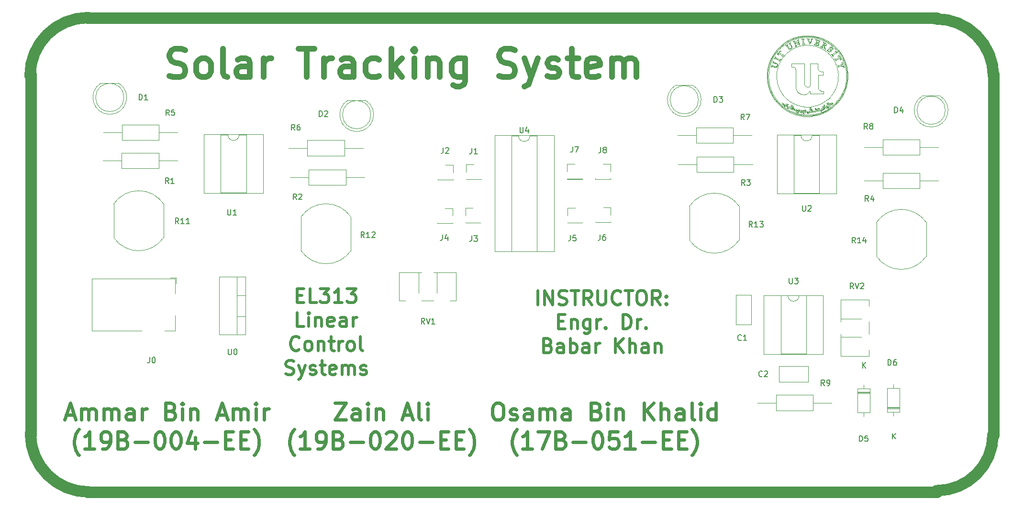
<source format=gbr>
%TF.GenerationSoftware,KiCad,Pcbnew,(5.1.10)-1*%
%TF.CreationDate,2023-01-30T22:50:41+05:00*%
%TF.ProjectId,Solar_Tracker_Circuit,536f6c61-725f-4547-9261-636b65725f43,rev?*%
%TF.SameCoordinates,Original*%
%TF.FileFunction,Legend,Top*%
%TF.FilePolarity,Positive*%
%FSLAX46Y46*%
G04 Gerber Fmt 4.6, Leading zero omitted, Abs format (unit mm)*
G04 Created by KiCad (PCBNEW (5.1.10)-1) date 2023-01-30 22:50:41*
%MOMM*%
%LPD*%
G01*
G04 APERTURE LIST*
%ADD10C,0.100000*%
%ADD11C,0.500000*%
%ADD12C,1.000000*%
%ADD13C,0.600000*%
%ADD14C,2.000000*%
%ADD15C,0.120000*%
%ADD16C,0.150000*%
G04 APERTURE END LIST*
D10*
X177176065Y-47164404D02*
G75*
G02*
X177167430Y-47159495I0J10050D01*
G01*
X177141697Y-47115171D02*
X177167430Y-47159495D01*
X177140652Y-47365754D02*
X177171329Y-47330169D01*
X177111348Y-47396750D02*
X177140652Y-47365754D01*
X177186765Y-47284936D02*
G75*
G02*
X177184986Y-47305850I-39445J-7177D01*
G01*
X177204471Y-47132571D02*
G75*
G02*
X177196368Y-47148239I-73522J28097D01*
G01*
X177207182Y-47117889D02*
G75*
G02*
X177204472Y-47132571I-41128J0D01*
G01*
X177162321Y-47241937D02*
G75*
G02*
X177163534Y-47241406I1216J-1126D01*
G01*
X177168629Y-47247629D02*
X177164616Y-47241959D01*
X177129544Y-46994867D02*
G75*
G02*
X177135772Y-46990609I34713J-44103D01*
G01*
X177111348Y-47396750D02*
G75*
G02*
X177100459Y-47405273I-35418J34033D01*
G01*
X177184986Y-47305850D02*
G75*
G02*
X177171329Y-47330169I-81245J29632D01*
G01*
X177202132Y-47095005D02*
G75*
G02*
X177207182Y-47117889I-49321J-22884D01*
G01*
X177173202Y-47254473D02*
X177168629Y-47247629D01*
X177092113Y-47405870D02*
G75*
G02*
X177081988Y-47399568I12607J31542D01*
G01*
X177178277Y-47262597D02*
G75*
G02*
X177186766Y-47284937I-56037J-34078D01*
G01*
X177069390Y-47380065D02*
G75*
G02*
X177070100Y-47358985I29868J9546D01*
G01*
X177100459Y-47405273D02*
G75*
G02*
X177092112Y-47405869I-4788J8307D01*
G01*
X177202131Y-47095006D02*
X177177845Y-47045676D01*
X177163534Y-47241406D02*
G75*
G02*
X177164616Y-47241959I3J-1330D01*
G01*
X177196368Y-47148239D02*
G75*
G02*
X177185870Y-47160552I-57903J38737D01*
G01*
X177178276Y-47262597D02*
X177173202Y-47254473D01*
X177135772Y-46990609D02*
G75*
G02*
X177140198Y-46989402I4426J-7514D01*
G01*
X177177845Y-47045676D02*
X177150842Y-46995650D01*
X177142391Y-47263805D02*
X177130182Y-47277729D01*
X177070100Y-47358986D02*
G75*
G02*
X177086884Y-47329919I106556J-42148D01*
G01*
X177116567Y-47008002D02*
G75*
G02*
X177122829Y-47000883I67896J-53407D01*
G01*
X177140199Y-46989403D02*
G75*
G02*
X177150842Y-46995650I-1J-12191D01*
G01*
X177122829Y-47000883D02*
G75*
G02*
X177129544Y-46994866I50432J-49526D01*
G01*
X177105419Y-47033760D02*
G75*
G02*
X177106820Y-47025590I32485J-1365D01*
G01*
X177118373Y-47071402D02*
X177141697Y-47115171D01*
X177118373Y-47071401D02*
G75*
G02*
X177106367Y-47041252I170409J85322D01*
G01*
X177106367Y-47041253D02*
G75*
G02*
X177105419Y-47033760I21634J6544D01*
G01*
X177081988Y-47399568D02*
G75*
G02*
X177069391Y-47380065I29757J33040D01*
G01*
X177185870Y-47160552D02*
G75*
G02*
X177176065Y-47164402I-9805J10559D01*
G01*
X177152973Y-47252077D02*
X177142391Y-47263805D01*
X177162321Y-47241937D02*
X177152973Y-47252077D01*
X177130182Y-47277729D02*
X177086884Y-47329919D01*
X178151289Y-42752884D02*
X178088759Y-42772543D01*
X178259887Y-42708517D02*
X178207626Y-42731029D01*
X178272374Y-42659710D02*
X178259887Y-42708517D01*
X178207626Y-42731029D02*
X178151289Y-42752884D01*
X178280517Y-42598286D02*
G75*
G02*
X178272374Y-42659710I-261615J3428D01*
G01*
X180700182Y-44007402D02*
X180700182Y-43779481D01*
X177661546Y-44110498D02*
G75*
G02*
X177560730Y-44140475I-270938J726673D01*
G01*
X178995682Y-38680402D02*
X178285182Y-38680402D01*
X180461994Y-43553380D02*
X180380526Y-43544593D01*
X179706182Y-38680402D02*
X178995682Y-38680402D01*
X179762033Y-42964141D02*
X179752496Y-42822339D01*
X180000731Y-39980214D02*
G75*
G02*
X179922309Y-39920392I372299J569370D01*
G01*
X180196182Y-40640402D02*
X180644182Y-40640402D01*
X180700182Y-43551559D02*
X180617932Y-43556204D01*
X180543945Y-43557494D02*
X180461994Y-43553380D01*
X179706210Y-39067152D02*
X179706182Y-38680402D01*
X180700182Y-43779481D02*
X180700182Y-43551559D01*
X177908725Y-43980830D02*
G75*
G02*
X177770682Y-44063811I-530482J726175D01*
G01*
X178283523Y-43767652D02*
X178285365Y-44007402D01*
X176995782Y-44149742D02*
G75*
G02*
X176846320Y-44122275I229509J1669308D01*
G01*
X178254265Y-43576902D02*
X178281682Y-43527902D01*
X178285022Y-40645652D02*
X178284646Y-41873769D01*
X177151378Y-44164232D02*
X177315682Y-44166111D01*
X179707229Y-39335324D02*
X179706210Y-39067152D01*
X179741753Y-39629306D02*
G75*
G02*
X179721999Y-39547764I660495J203179D01*
G01*
X178036219Y-43871275D02*
G75*
G02*
X177908725Y-43980830I-756088J750925D01*
G01*
X179752496Y-42822339D02*
X179748829Y-42562829D01*
X179711730Y-39462626D02*
X179707229Y-39335324D01*
X179721999Y-39547764D02*
G75*
G02*
X179711730Y-39462626I742214J132717D01*
G01*
X176116782Y-43683978D02*
G75*
G02*
X175933846Y-43368966I982663J781284D01*
G01*
X180188624Y-40071077D02*
G75*
G02*
X180090110Y-40030769I275223J813187D01*
G01*
X180380526Y-43544593D02*
X180308012Y-43531736D01*
X180644182Y-40121208D02*
X180593432Y-40125843D01*
X180308012Y-43531737D02*
G75*
G02*
X180123774Y-43468875I182571J836513D01*
G01*
X179816864Y-39790098D02*
G75*
G02*
X179772642Y-39708884I694930J431048D01*
G01*
X180090110Y-40030769D02*
G75*
G02*
X180000731Y-39980214I347628J718886D01*
G01*
X178285365Y-44007402D02*
X179492773Y-44007402D01*
X176846319Y-44122275D02*
G75*
G02*
X176700409Y-44081519I374322J1621691D01*
G01*
X178254264Y-43576902D02*
G75*
G02*
X178151797Y-43736163I-1342538J751188D01*
G01*
X180123774Y-43468875D02*
G75*
G02*
X179972036Y-43368948I279639J589798D01*
G01*
X177770682Y-44063811D02*
G75*
G02*
X177661546Y-44110498I-547246J1128351D01*
G01*
X177151378Y-44164232D02*
G75*
G02*
X176995782Y-44149741I87651J1783745D01*
G01*
X177315682Y-44166111D02*
X177451471Y-44157882D01*
X178285182Y-38680402D02*
X178285022Y-40645652D01*
X179857701Y-43234352D02*
G75*
G02*
X179783251Y-43069636I568868J356305D01*
G01*
X179922308Y-39920393D02*
G75*
G02*
X179868657Y-39863769I293596J331915D01*
G01*
X180617932Y-43556204D02*
X180543945Y-43557494D01*
X176700410Y-44081519D02*
G75*
G02*
X176374044Y-43921702I414478J1259560D01*
G01*
X176374043Y-43921702D02*
G75*
G02*
X176116782Y-43683979I641537J952328D01*
G01*
X178283080Y-42333845D02*
X178280517Y-42598286D01*
X178284646Y-41873769D02*
X178283080Y-42333845D01*
X179748182Y-40640402D02*
X180196182Y-40640402D01*
X179772642Y-39708885D02*
G75*
G02*
X179741754Y-39629306I537688J254483D01*
G01*
X177560729Y-44140475D02*
G75*
G02*
X177451471Y-44157882I-192241J855037D01*
G01*
X179868657Y-39863768D02*
G75*
G02*
X179816864Y-39790098I613297J486210D01*
G01*
X179748829Y-42562829D02*
X179748223Y-41762152D01*
X179748223Y-41762152D02*
X179748182Y-40640402D01*
X180294329Y-40100288D02*
G75*
G02*
X180188623Y-40071077I204306J945184D01*
G01*
X180366164Y-40112837D02*
X180294329Y-40100288D01*
X180452343Y-40122279D02*
X180366164Y-40112837D01*
X180535032Y-40127388D02*
X180452343Y-40122279D01*
X179492773Y-44007402D02*
X180700182Y-44007402D01*
X180593432Y-40125843D02*
G75*
G02*
X180535032Y-40127388I-41134J450331D01*
G01*
X179783252Y-43069636D02*
G75*
G02*
X179762033Y-42964141I567653J169055D01*
G01*
X180644182Y-40380805D02*
X180644182Y-40121208D01*
X179972036Y-43368947D02*
G75*
G02*
X179857701Y-43234352I404922J459828D01*
G01*
X180644182Y-40640402D02*
X180644182Y-40380805D01*
X178281682Y-43527902D02*
X178283523Y-43767652D01*
X178151797Y-43736163D02*
G75*
G02*
X178036218Y-43871275I-964960J708466D01*
G01*
X175206020Y-39248702D02*
X175268182Y-39249438D01*
X175933846Y-43368966D02*
G75*
G02*
X175826139Y-42981902I1712482J685042D01*
G01*
X175372579Y-39259889D02*
G75*
G02*
X175460104Y-39283007I-75943J-464766D01*
G01*
X175804220Y-40308361D02*
X175807168Y-41336902D01*
X180860057Y-35397402D02*
G75*
G02*
X180825326Y-35393561I0J158939D01*
G01*
X180446851Y-46780809D02*
G75*
G02*
X180445641Y-46817177I-318323J-7611D01*
G01*
X175028432Y-39272884D02*
X175098269Y-39259185D01*
X176693697Y-47243878D02*
G75*
G02*
X176708160Y-47258076I-127116J-143946D01*
G01*
X180901917Y-35044506D02*
G75*
G02*
X180981771Y-35088802I-109899J-292244D01*
G01*
X180442017Y-46756653D02*
G75*
G02*
X180446851Y-46780809I-66468J-25861D01*
G01*
X180445641Y-46817177D02*
G75*
G02*
X180440606Y-46852315I-340755J30900D01*
G01*
X175009182Y-39277035D02*
X175028432Y-39272884D01*
X175009182Y-38978719D02*
X175009182Y-39277035D01*
X180857682Y-35027871D02*
X180771271Y-35182358D01*
X180981772Y-35088802D02*
G75*
G02*
X181030185Y-35148790I-99135J-129537D01*
G01*
X180992951Y-35341313D02*
G75*
G02*
X180956314Y-35372412I-118561J102543D01*
G01*
X180911812Y-35391062D02*
G75*
G02*
X180860057Y-35397402I-51755J208075D01*
G01*
X176681777Y-47236109D02*
G75*
G02*
X176693698Y-47243878I-20490J-44470D01*
G01*
X180440606Y-46852316D02*
G75*
G02*
X180431854Y-46868730I-31329J6163D01*
G01*
X180405308Y-46874961D02*
G75*
G02*
X180389082Y-46869572I8865J53816D01*
G01*
X181021586Y-35298382D02*
G75*
G02*
X180992951Y-35341313I-185374J92632D01*
G01*
X180364530Y-46820188D02*
G75*
G02*
X180366333Y-46793636I146659J3375D01*
G01*
X175812626Y-42703887D02*
X175816745Y-42886294D01*
X180775941Y-35380564D02*
X180825326Y-35393561D01*
X175826140Y-42981903D02*
G75*
G02*
X175816745Y-42886294I737482J120732D01*
G01*
X176644989Y-47228970D02*
X176667570Y-47231757D01*
X175810116Y-42361581D02*
X175812626Y-42703887D01*
X175807168Y-41336902D02*
X175810116Y-42361581D01*
X175536670Y-39320785D02*
G75*
G02*
X175607951Y-39375197I-266620J-423171D01*
G01*
X180375171Y-46859392D02*
G75*
G02*
X180367365Y-46844940I20299J20299D01*
G01*
X180416343Y-46739172D02*
G75*
G02*
X180427259Y-46738636I6373J-18370D01*
G01*
X180427259Y-46738636D02*
G75*
G02*
X180435243Y-46744048I-3200J-13317D01*
G01*
X180420590Y-46874731D02*
G75*
G02*
X180405308Y-46874961I-8281J42269D01*
G01*
X175460105Y-39283007D02*
G75*
G02*
X175536670Y-39320785I-142928J-386152D01*
G01*
X175801749Y-39972275D02*
X175804220Y-40308361D01*
X175756700Y-39608281D02*
G75*
G02*
X175788427Y-39719902I-1141546J-384795D01*
G01*
X180431854Y-46868730D02*
G75*
G02*
X180420589Y-46874730I-15471J15472D01*
G01*
X181030184Y-35148790D02*
G75*
G02*
X181043270Y-35220400I-128190J-60425D01*
G01*
X175153279Y-39251643D02*
X175206020Y-39248702D01*
X180392029Y-46751021D02*
G75*
G02*
X180399319Y-46746394I27396J-35108D01*
G01*
X176667570Y-47231756D02*
G75*
G02*
X176681777Y-47236109I-8983J-54683D01*
G01*
X180399319Y-46746393D02*
G75*
G02*
X180416343Y-46739172I62129J-122789D01*
G01*
X180435243Y-46744047D02*
G75*
G02*
X180442018Y-46756652I-47960J-33902D01*
G01*
X180377799Y-46765250D02*
G75*
G02*
X180384477Y-46757698I64769J-50539D01*
G01*
X175268182Y-39249438D02*
G75*
G02*
X175372579Y-39259889I-31717J-843458D01*
G01*
X180366333Y-46793635D02*
G75*
G02*
X180373173Y-46772540I70977J-11357D01*
G01*
X181043270Y-35220400D02*
G75*
G02*
X181021586Y-35298382I-211204J16722D01*
G01*
X180684860Y-35336845D02*
X180701271Y-35349254D01*
X175788426Y-39719903D02*
G75*
G02*
X175797959Y-39792977I-362949J-84505D01*
G01*
X175718054Y-39517818D02*
G75*
G02*
X175756699Y-39608282I-554952J-290554D01*
G01*
X180728278Y-35364237D02*
G75*
G02*
X180701271Y-35349254I39315J102698D01*
G01*
X175607951Y-39375197D02*
G75*
G02*
X175669481Y-39442089I-360078J-392961D01*
G01*
X175098269Y-39259185D02*
X175153279Y-39251643D01*
X180728277Y-35364237D02*
X180775941Y-35380564D01*
X180901917Y-35044506D02*
X180857682Y-35027871D01*
X180956314Y-35372412D02*
G75*
G02*
X180911812Y-35391062I-82695J134899D01*
G01*
X180389082Y-46869572D02*
G75*
G02*
X180375171Y-46859392I25904J49995D01*
G01*
X180367365Y-46844941D02*
G75*
G02*
X180364529Y-46820188I134124J27904D01*
G01*
X180373172Y-46772540D02*
G75*
G02*
X180377799Y-46765250I39736J-20106D01*
G01*
X180384476Y-46757697D02*
G75*
G02*
X180392029Y-46751020I58092J-58092D01*
G01*
X175797959Y-39792977D02*
X175801749Y-39972275D01*
X175669481Y-39442090D02*
G75*
G02*
X175718054Y-39517818I-404921J-313162D01*
G01*
X180771271Y-35182358D02*
X180684860Y-35336845D01*
X176620535Y-47227699D02*
X176644989Y-47228970D01*
X176164182Y-38680402D02*
X175009182Y-38680402D01*
X176137635Y-47050832D02*
G75*
G02*
X176130898Y-47082578I-136390J12354D01*
G01*
X175952571Y-46885223D02*
G75*
G02*
X175969000Y-46867817I50435J-31145D01*
G01*
X176018551Y-46872370D02*
G75*
G02*
X176028219Y-46880918I-78403J-98414D01*
G01*
X178088759Y-42772543D02*
X178024561Y-42788751D01*
X176028219Y-46880918D02*
G75*
G02*
X176037314Y-46890779I-92986J-94881D01*
G01*
X176070543Y-46975125D02*
G75*
G02*
X176077701Y-47020004I-419428J-89915D01*
G01*
X176076348Y-47080496D02*
G75*
G02*
X176077528Y-47055404I184950J3873D01*
G01*
X176119834Y-47101594D02*
G75*
G02*
X176104689Y-47108402I-15145J13442D01*
G01*
X177407627Y-42519606D02*
G75*
G02*
X177356666Y-42370000I719719J328646D01*
G01*
X176139898Y-46972181D02*
G75*
G02*
X176141188Y-46960838I56946J-735D01*
G01*
X176144090Y-46959764D02*
G75*
G02*
X176148486Y-46964954I-9406J-12422D01*
G01*
X176110961Y-47334789D02*
G75*
G02*
X176057271Y-47330698I-20029J91511D01*
G01*
X177319603Y-41162890D02*
X177319182Y-40398161D01*
X177322980Y-42121872D02*
X177321013Y-41705045D01*
X177849520Y-42809298D02*
G75*
G02*
X177747647Y-42800168I-4530J522365D01*
G01*
X178024561Y-42788751D02*
X177963182Y-42800221D01*
X177326515Y-42188411D02*
G75*
G02*
X177322980Y-42121872I694634J70268D01*
G01*
X177479438Y-42637978D02*
G75*
G02*
X177407627Y-42519606I467870J364807D01*
G01*
X176104689Y-47108402D02*
G75*
G02*
X176089699Y-47105216I0J36853D01*
G01*
X177321013Y-41705045D02*
X177319603Y-41162890D01*
X177747648Y-42800169D02*
G75*
G02*
X177655786Y-42772423I84595J446032D01*
G01*
X177106820Y-47025590D02*
G75*
G02*
X177110559Y-47016934I41036J-12588D01*
G01*
X176184661Y-47238410D02*
G75*
G02*
X176172835Y-47280032I-258796J51044D01*
G01*
X176188817Y-47141460D02*
X176182180Y-47096059D01*
X177110559Y-47016933D02*
G75*
G02*
X177116567Y-47008002I62936J-35849D01*
G01*
X175982031Y-46859107D02*
G75*
G02*
X175987661Y-46857385I5922J-9294D01*
G01*
X175982031Y-46859107D02*
X175969000Y-46867817D01*
X176058762Y-46931562D02*
G75*
G02*
X176070542Y-46975125I-405333J-132982D01*
G01*
X176080354Y-47096369D02*
G75*
G02*
X176076348Y-47080496I32463J16636D01*
G01*
X176130898Y-47082578D02*
G75*
G02*
X176119836Y-47101594I-52678J17918D01*
G01*
X176148486Y-46964954D02*
G75*
G02*
X176158163Y-46989826I-106140J-55612D01*
G01*
X175932643Y-46947174D02*
G75*
G02*
X175940671Y-46911127I205976J-26953D01*
G01*
X175940671Y-46911127D02*
G75*
G02*
X175952572Y-46885224I111117J-35365D01*
G01*
X176139897Y-46972181D02*
X176139682Y-47005526D01*
X176141187Y-46960837D02*
G75*
G02*
X176144091Y-46959763I1795J-390D01*
G01*
X176188816Y-47141460D02*
G75*
G02*
X176190401Y-47190231I-324235J-34944D01*
G01*
X177572007Y-42726029D02*
G75*
G02*
X177479439Y-42637977I248712J354153D01*
G01*
X175987661Y-46857385D02*
G75*
G02*
X175993654Y-46858664I346J-13058D01*
G01*
X177319182Y-38680402D02*
X176164182Y-38680402D01*
X175948192Y-47185650D02*
G75*
G02*
X175935455Y-47124131I621637J160785D01*
G01*
X176009853Y-46866733D02*
G75*
G02*
X176018552Y-46872369I-24396J-47178D01*
G01*
X176170825Y-47041115D02*
X176158163Y-46989826D01*
X176182180Y-47096059D02*
X176170825Y-47041115D01*
X176190401Y-47190230D02*
G75*
G02*
X176184662Y-47238410I-318550J13517D01*
G01*
X175009182Y-38680402D02*
X175009182Y-38978719D01*
X177655786Y-42772423D02*
G75*
G02*
X177572007Y-42726029I175054J414959D01*
G01*
X176009853Y-46866733D02*
X175993654Y-46858664D01*
X176139682Y-47005525D02*
G75*
G02*
X176137634Y-47050831I-502247J-1D01*
G01*
X176057271Y-47330699D02*
G75*
G02*
X176005004Y-47295055I49653J128953D01*
G01*
X175935455Y-47124131D02*
G75*
G02*
X175928353Y-47058459I687260J107542D01*
G01*
X176044324Y-46900516D02*
G75*
G02*
X176058763Y-46931563I-123414J-76274D01*
G01*
X175965492Y-47234955D02*
G75*
G02*
X175948192Y-47185650I282865J126942D01*
G01*
X175932643Y-46947174D02*
X175928135Y-46996215D01*
X176172836Y-47280032D02*
G75*
G02*
X176155915Y-47308276I-85721J32163D01*
G01*
X177963181Y-42800220D02*
G75*
G02*
X177849520Y-42809298I-120627J794275D01*
G01*
X177356666Y-42370000D02*
G75*
G02*
X177326515Y-42188411I1407797J327052D01*
G01*
X177319182Y-40398161D02*
X177319182Y-38680402D01*
X176037314Y-46890779D02*
G75*
G02*
X176044324Y-46900515I-65486J-54541D01*
G01*
X176077700Y-47020004D02*
G75*
G02*
X176077528Y-47055404I-160241J-16918D01*
G01*
X176155915Y-47308276D02*
G75*
G02*
X176110961Y-47334789I-62832J55167D01*
G01*
X176005005Y-47295055D02*
G75*
G02*
X175965493Y-47234955I166755J152668D01*
G01*
X176089700Y-47105216D02*
G75*
G02*
X176080355Y-47096369I7866J17667D01*
G01*
X175928353Y-47058459D02*
G75*
G02*
X175928135Y-46996215I547930J33041D01*
G01*
X182427080Y-43924527D02*
G75*
G02*
X181945343Y-44542902I-4648509J3124528D01*
G01*
X182814365Y-43248762D02*
G75*
G02*
X182427081Y-43924527I-4918932J2370204D01*
G01*
X183100126Y-42527714D02*
G75*
G02*
X182814365Y-43248762I-5162541J1628840D01*
G01*
X183338524Y-40488650D02*
G75*
G02*
X183279352Y-41774402I-5569132J-387941D01*
G01*
X183279353Y-41774402D02*
G75*
G02*
X183100127Y-42527714I-5308206J864936D01*
G01*
X174662702Y-35967087D02*
G75*
G02*
X174609075Y-35917623I193751J263858D01*
G01*
X175016788Y-35666260D02*
X175006605Y-35642186D01*
X174327331Y-35257402D02*
G75*
G02*
X174331825Y-35258659I0J-8665D01*
G01*
X174944054Y-35918282D02*
G75*
G02*
X174831136Y-35986931I-228636J248880D01*
G01*
X181792182Y-37053875D02*
G75*
G02*
X182575991Y-38068327I-3938511J-3853091D01*
G01*
X175025259Y-35688764D02*
X175016788Y-35666260D01*
X178386682Y-35429408D02*
G75*
G02*
X179331942Y-35601067I-496837J-5424304D01*
G01*
X178259457Y-35419641D02*
X178330620Y-35424726D01*
X178185641Y-35414955D02*
X178259457Y-35419641D01*
X178120682Y-35411466D02*
X178185641Y-35414955D01*
X174843235Y-34943816D02*
G75*
G02*
X174848291Y-34948225I-22386J-30773D01*
G01*
X174313020Y-35261389D02*
G75*
G02*
X174327331Y-35257402I14311J-23693D01*
G01*
X174853468Y-34954551D02*
G75*
G02*
X174857991Y-34962066I-55922J-38772D01*
G01*
X174574503Y-35167112D02*
X174561686Y-35172789D01*
X174557582Y-35109120D02*
X174690534Y-35028732D01*
X174958207Y-35552726D02*
G75*
G02*
X174996085Y-35620089I-752034J-467194D01*
G01*
X174609074Y-35917623D02*
G75*
G02*
X174542069Y-35830153I689686J597726D01*
G01*
X174357028Y-35294164D02*
G75*
G02*
X174353545Y-35299560I-9791J2498D01*
G01*
X175030178Y-35705387D02*
G75*
G02*
X175019947Y-35813335I-162721J-39037D01*
G01*
X174278386Y-35370446D02*
G75*
G02*
X174292315Y-35351378I117601J-71288D01*
G01*
X183100349Y-39232433D02*
G75*
G02*
X183338524Y-40488650I-5186968J-1634122D01*
G01*
X182575991Y-38068327D02*
G75*
G02*
X183100349Y-39232433I-4646769J-2793230D01*
G01*
X181059219Y-36424988D02*
G75*
G02*
X181792182Y-37053875I-3228856J-4504785D01*
G01*
X180231331Y-35936029D02*
G75*
G02*
X181059219Y-36424989I-2344512J-4914984D01*
G01*
X179331942Y-35601067D02*
G75*
G02*
X180231331Y-35936028I-1436256J-5231359D01*
G01*
X174606459Y-35151990D02*
X174589486Y-35160195D01*
X174303775Y-35456254D02*
X174347224Y-35528691D01*
X174313415Y-35330455D02*
G75*
G02*
X174340593Y-35309294I239019J-278946D01*
G01*
X174331825Y-35258659D02*
G75*
G02*
X174337648Y-35262878I-22845J-37656D01*
G01*
X174292315Y-35351378D02*
G75*
G02*
X174313414Y-35330456I154144J-134346D01*
G01*
X178330620Y-35424726D02*
X178386682Y-35429408D01*
X174848291Y-34948225D02*
G75*
G02*
X174853468Y-34954551I-37084J-35627D01*
G01*
X174839252Y-34942561D02*
G75*
G02*
X174843236Y-34943816I121J-6565D01*
G01*
X174690534Y-35028732D02*
X174828646Y-34945608D01*
X174347224Y-35528691D02*
X174434881Y-35666902D01*
X174535942Y-35131588D02*
G75*
G02*
X174537836Y-35124227I6842J2164D01*
G01*
X174666540Y-35135528D02*
G75*
G02*
X174687594Y-35145178I-6995J-43052D01*
G01*
X174855198Y-35388351D02*
X174749946Y-35223108D01*
X174337648Y-35262879D02*
G75*
G02*
X174343696Y-35268910I-36999J-43152D01*
G01*
X174828647Y-34945608D02*
G75*
G02*
X174839252Y-34942561I10999J-18303D01*
G01*
X174537836Y-35124228D02*
G75*
G02*
X174557582Y-35109120I79641J-83634D01*
G01*
X174552041Y-35169415D02*
G75*
G02*
X174543078Y-35150880I187500J102099D01*
G01*
X174717320Y-35992797D02*
G75*
G02*
X174662701Y-35967087I38314J152270D01*
G01*
X175019947Y-35813336D02*
G75*
G02*
X174944053Y-35918282I-294612J133139D01*
G01*
X174589486Y-35160195D02*
X174574503Y-35167112D01*
X175006605Y-35642186D02*
X174996085Y-35620089D01*
X174561685Y-35172789D02*
G75*
G02*
X174558752Y-35173402I-2933J6712D01*
G01*
X174606459Y-35151989D02*
G75*
G02*
X174641983Y-35137467I122248J-248321D01*
G01*
X174641982Y-35137466D02*
G75*
G02*
X174666540Y-35135527I16244J-49232D01*
G01*
X174687595Y-35145178D02*
G75*
G02*
X174710910Y-35168960I-110804J-131949D01*
G01*
X175025260Y-35688764D02*
G75*
G02*
X175030178Y-35705388I-156596J-55371D01*
G01*
X174710909Y-35168960D02*
G75*
G02*
X174749946Y-35223108I-480816J-387780D01*
G01*
X174434881Y-35666902D02*
X174542069Y-35830153D01*
X174349073Y-35276044D02*
X174356283Y-35288133D01*
X174279950Y-35410840D02*
G75*
G02*
X174274182Y-35385492I52816J25348D01*
G01*
X174356284Y-35288134D02*
G75*
G02*
X174357028Y-35294164I-7342J-3967D01*
G01*
X174958208Y-35552726D02*
X174855198Y-35388351D01*
X174831137Y-35986931D02*
G75*
G02*
X174717321Y-35992796I-66457J182355D01*
G01*
X174279949Y-35410840D02*
X174303775Y-35456254D01*
X174274181Y-35385491D02*
G75*
G02*
X174278386Y-35370445I29026J-1D01*
G01*
X174343696Y-35268910D02*
G75*
G02*
X174349073Y-35276044I-51453J-44371D01*
G01*
X174543079Y-35150880D02*
G75*
G02*
X174535943Y-35131588I197673J84080D01*
G01*
X174353545Y-35299560D02*
X174340593Y-35309294D01*
X174558752Y-35173402D02*
G75*
G02*
X174552041Y-35169415I0J7641D01*
G01*
X174917573Y-36050402D02*
G75*
G02*
X174825290Y-36096523I-402620J690219D01*
G01*
X175033394Y-35495752D02*
X175072928Y-35562990D01*
X174144888Y-35363125D02*
X174313020Y-35261389D01*
X174701182Y-36114902D02*
X174653399Y-36114279D01*
X173978268Y-35464353D02*
X174144888Y-35363125D01*
X174399420Y-35918353D02*
X174281964Y-35736902D01*
X173963555Y-35480589D02*
G75*
G02*
X173964920Y-35477092I8443J-1279D01*
G01*
X173999629Y-35518478D02*
G75*
G02*
X173988008Y-35520273I-8926J19271D01*
G01*
X174798328Y-36106493D02*
G75*
G02*
X174775464Y-36111805I-44050J137749D01*
G01*
X174747673Y-36114246D02*
X174701182Y-36114902D01*
X174825289Y-36096523D02*
G75*
G02*
X174798328Y-36106493I-124974J296528D01*
G01*
X174808177Y-35132260D02*
X174843960Y-35191080D01*
X180759178Y-34866048D02*
X180825840Y-34901252D01*
X174030952Y-35503280D02*
X173999629Y-35518478D01*
X175100828Y-35870049D02*
G75*
G02*
X175058541Y-35934542I-275400J134467D01*
G01*
X175121282Y-35817165D02*
G75*
G02*
X175114812Y-35838938I-109855J20797D01*
G01*
X173964920Y-35477091D02*
G75*
G02*
X173978268Y-35464353I35822J-24173D01*
G01*
X174030952Y-35503281D02*
G75*
G02*
X174067329Y-35487792I133348J-262716D01*
G01*
X174092245Y-35485424D02*
G75*
G02*
X174113710Y-35494935I-6376J-43370D01*
G01*
X175092668Y-35600325D02*
X175124682Y-35666902D01*
X175124011Y-35791881D02*
G75*
G02*
X175121282Y-35817165I-159947J4479D01*
G01*
X174281964Y-35736902D02*
X174234215Y-35662406D01*
X173963401Y-35485270D02*
G75*
G02*
X173963556Y-35480589I19939J1685D01*
G01*
X174862615Y-34987391D02*
G75*
G02*
X174853906Y-34997229I-26294J14505D01*
G01*
X174792290Y-35057794D02*
G75*
G02*
X174805469Y-35034514I60464J-18857D01*
G01*
X174653399Y-36114278D02*
G75*
G02*
X174626849Y-36111827I5282J202241D01*
G01*
X174808178Y-35132260D02*
G75*
G02*
X174798326Y-35113394I146763J88642D01*
G01*
X173964389Y-35490340D02*
G75*
G02*
X173963401Y-35485270I22871J7086D01*
G01*
X174626848Y-36111827D02*
G75*
G02*
X174605363Y-36106293I18577J116592D01*
G01*
X173966435Y-35495026D02*
G75*
G02*
X173964389Y-35490341I19903J11486D01*
G01*
X174067328Y-35487792D02*
G75*
G02*
X174092245Y-35485425I17281J-49575D01*
G01*
X174137883Y-35519002D02*
G75*
G02*
X174152628Y-35538719I-187813J-155825D01*
G01*
X175058541Y-35934543D02*
G75*
G02*
X174996402Y-35995540I-376139J321032D01*
G01*
X174605364Y-36106293D02*
G75*
G02*
X174579171Y-36095462I104838J290627D01*
G01*
X175072928Y-35562990D02*
X175092668Y-35600325D01*
X174843960Y-35191080D02*
X174887104Y-35260698D01*
X174805469Y-35034513D02*
G75*
G02*
X174829301Y-35014073I87751J-78197D01*
G01*
X174935840Y-35337825D02*
X174985972Y-35417716D01*
X174113710Y-35494935D02*
G75*
G02*
X174137883Y-35519002I-114175J-138852D01*
G01*
X174517238Y-36057384D02*
G75*
G02*
X174464126Y-36005716I213800J272908D01*
G01*
X180634649Y-34813472D02*
G75*
G02*
X180642940Y-34809402I8291J-6410D01*
G01*
X174775464Y-36111805D02*
G75*
G02*
X174747673Y-36114246I-34423J232447D01*
G01*
X174798325Y-35113394D02*
G75*
G02*
X174790043Y-35084091I97149J43282D01*
G01*
X174790043Y-35084091D02*
G75*
G02*
X174792290Y-35057794I60744J8054D01*
G01*
X174853906Y-34997229D02*
X174829301Y-35014073D01*
X173979264Y-35515025D02*
G75*
G02*
X173966436Y-35495025I206753J146719D01*
G01*
X173988008Y-35520272D02*
G75*
G02*
X173979263Y-35515025I1612J12596D01*
G01*
X174234215Y-35662406D02*
X174190098Y-35594932D01*
X174985972Y-35417716D02*
X175033394Y-35495752D01*
X180701229Y-34836383D02*
X180759178Y-34866048D01*
X180623758Y-34829665D02*
G75*
G02*
X180634649Y-34813472I127806J-74197D01*
G01*
X174190098Y-35594932D02*
X174152628Y-35538719D01*
X174996402Y-35995540D02*
G75*
G02*
X174917573Y-36050403I-381776J464487D01*
G01*
X180642940Y-34809402D02*
G75*
G02*
X180650902Y-34811268I0J-17922D01*
G01*
X175124682Y-35666902D02*
X175124682Y-35744050D01*
X174863858Y-34977248D02*
G75*
G02*
X174862616Y-34987392I-13237J-3527D01*
G01*
X175124682Y-35744050D02*
X175124012Y-35791881D01*
X174464126Y-36005717D02*
G75*
G02*
X174399420Y-35918353I766670J635485D01*
G01*
X174579171Y-36095462D02*
G75*
G02*
X174517239Y-36057384I136381J291219D01*
G01*
X174887104Y-35260698D02*
X174935840Y-35337825D01*
X174857991Y-34962066D02*
G75*
G02*
X174863858Y-34977248I-66792J-34540D01*
G01*
X180650902Y-34811268D02*
X180701229Y-34836383D01*
X175114812Y-35838938D02*
X175100829Y-35870050D01*
X180615220Y-34846831D02*
G75*
G02*
X180623759Y-34829665I137300J-57586D01*
G01*
X182153551Y-35745078D02*
G75*
G02*
X182196855Y-35781973I-205029J-284506D01*
G01*
X175871333Y-35786332D02*
G75*
G02*
X176604178Y-35556121I2020473J-5150342D01*
G01*
X182235610Y-35827333D02*
G75*
G02*
X182270474Y-35881774I-431639J-314803D01*
G01*
X173492907Y-44152737D02*
G75*
G02*
X172938832Y-43237695I4354687J3262118D01*
G01*
X182398936Y-35956532D02*
G75*
G02*
X182399337Y-35965892I-10353J-5132D01*
G01*
X176604178Y-35556121D02*
G75*
G02*
X177361604Y-35429695I1286766J-5376961D01*
G01*
X174416886Y-45118942D02*
X174231449Y-44958548D01*
X180831109Y-45488194D02*
G75*
G02*
X180120070Y-45874804I-2937095J4554639D01*
G01*
X181851198Y-44643337D02*
X181719031Y-44776151D01*
X182390663Y-35943729D02*
G75*
G02*
X182398936Y-35956532I-52041J-42701D01*
G01*
X182318141Y-35946484D02*
G75*
G02*
X182313353Y-35945808I-923J10749D01*
G01*
X177662353Y-46346535D02*
X177508239Y-46341111D01*
X175951343Y-46003698D02*
G75*
G02*
X175368184Y-45743793I1909763J5069182D01*
G01*
X175368185Y-45743792D02*
G75*
G02*
X174816682Y-45415948I2542080J4904105D01*
G01*
X177189681Y-46309952D02*
G75*
G02*
X176560509Y-46192988I684732J5433999D01*
G01*
X178096010Y-46346535D02*
X177879182Y-46348162D01*
X181585469Y-44905826D02*
X181487682Y-44994929D01*
X176560510Y-46192988D02*
G75*
G02*
X175951343Y-46003698I1297190J5249432D01*
G01*
X182196856Y-35781973D02*
G75*
G02*
X182235610Y-35827332I-274957J-274156D01*
G01*
X182105109Y-35715926D02*
G75*
G02*
X182153552Y-35745078I-151595J-306730D01*
G01*
X177879182Y-46348162D02*
X177662353Y-46346535D01*
X172413608Y-41172465D02*
G75*
G02*
X172461724Y-40097902I5533352J290591D01*
G01*
X181945343Y-44542902D02*
X181851198Y-44643337D01*
X178392878Y-46329930D02*
X178250124Y-46341111D01*
X182379445Y-35932834D02*
G75*
G02*
X182390663Y-35943729I-42463J-54941D01*
G01*
X174231449Y-44958548D02*
X174040722Y-44777884D01*
X174608227Y-45268355D02*
X174416886Y-45118942D01*
X182364850Y-35930032D02*
G75*
G02*
X182369397Y-35929402I4547J-16104D01*
G01*
X174816682Y-45415948D02*
X174608227Y-45268355D01*
X182349582Y-35935541D02*
X182357681Y-35932324D01*
X182270474Y-35881774D02*
X182284081Y-35905223D01*
X175185515Y-36113882D02*
G75*
G02*
X175871332Y-35786332I2622486J-4609152D01*
G01*
X172574556Y-42232013D02*
G75*
G02*
X172413608Y-41172466I5292568J1345950D01*
G01*
X173623631Y-44321249D02*
X173492907Y-44152736D01*
X178250124Y-46341111D02*
X178096010Y-46346535D01*
X182395626Y-35972110D02*
X182364475Y-36008838D01*
X174040722Y-44777884D02*
X173884776Y-44619283D01*
X182369397Y-35929402D02*
G75*
G02*
X182379446Y-35932833I0J-16433D01*
G01*
X182333604Y-35942898D02*
G75*
G02*
X182325402Y-35945349I-22746J61176D01*
G01*
X173884776Y-44619283D02*
X173750051Y-44471922D01*
X182313354Y-35945808D02*
G75*
G02*
X182308383Y-35941970I3918J10213D01*
G01*
X174174348Y-36851407D02*
G75*
G02*
X175185515Y-36113882I3758554J-4091146D01*
G01*
X182284081Y-35905223D02*
X182297009Y-35925559D01*
X172461724Y-40097902D02*
G75*
G02*
X172777231Y-38894993I5385511J-769720D01*
G01*
X173750051Y-44471922D02*
X173623631Y-44321249D01*
X178568682Y-46309952D02*
X178392878Y-46329930D01*
X172938832Y-43237695D02*
G75*
G02*
X172574555Y-42232014I4906929J2346197D01*
G01*
X173357811Y-37794281D02*
G75*
G02*
X174174348Y-36851408I4524788J-3093510D01*
G01*
X182325402Y-35945350D02*
G75*
G02*
X182318141Y-35946485I-11781J51539D01*
G01*
X179362841Y-46149633D02*
G75*
G02*
X178568682Y-46309952I-1480592J5287162D01*
G01*
X182297009Y-35925559D02*
X182308383Y-35941970D01*
X181719031Y-44776151D02*
X181585469Y-44905826D01*
X181487681Y-44994929D02*
G75*
G02*
X180831109Y-45488194I-3768840J4333008D01*
G01*
X182341611Y-35939349D02*
X182349582Y-35935541D01*
X172777231Y-38894993D02*
G75*
G02*
X173357811Y-37794281I5083668J-1977951D01*
G01*
X177361604Y-35429695D02*
G75*
G02*
X178120682Y-35411466I506119J-5261886D01*
G01*
X182328109Y-36051056D02*
X182285631Y-36099438D01*
X182357681Y-35932324D02*
X182364850Y-35930032D01*
X182364475Y-36008838D02*
X182328109Y-36051056D01*
X182399337Y-35965891D02*
G75*
G02*
X182395626Y-35972110I-20705J8139D01*
G01*
X180120070Y-45874803D02*
G75*
G02*
X179362841Y-46149633I-2204525J4893454D01*
G01*
X177365485Y-46329930D02*
X177189682Y-46309952D01*
X177508239Y-46341111D02*
X177365485Y-46329930D01*
X182341611Y-35939348D02*
G75*
G02*
X182333604Y-35942898I-32918J63449D01*
G01*
X180640141Y-34868112D02*
X180628727Y-34861370D01*
X180653167Y-34875681D02*
X180640141Y-34868112D01*
X180616988Y-34854103D02*
G75*
G02*
X180615220Y-34846831I4043J4834D01*
G01*
X180619052Y-34855573D02*
G75*
G02*
X180616989Y-34854103I8461J14056D01*
G01*
X180628727Y-34861370D02*
X180619052Y-34855572D01*
X180897105Y-36037806D02*
X180791021Y-35981183D01*
X181030780Y-36089245D02*
G75*
G02*
X181025628Y-36093882I-24517J22055D01*
G01*
X180780006Y-35968665D02*
G75*
G02*
X180778378Y-35962320I26562J10193D01*
G01*
X180574182Y-35803215D02*
G75*
G02*
X180571854Y-35815372I-32907J0D01*
G01*
X180653167Y-34875681D02*
G75*
G02*
X180666731Y-34884523I-74682J-129388D01*
G01*
X180548162Y-35845403D02*
G75*
G02*
X180528111Y-35840338I0J42222D01*
G01*
X180666731Y-34884524D02*
G75*
G02*
X180679799Y-34895099I-102498J-140015D01*
G01*
X181025628Y-36093882D02*
G75*
G02*
X181020697Y-36096019I-7273J10025D01*
G01*
X180679799Y-34895099D02*
G75*
G02*
X180690605Y-34905763I-101200J-113349D01*
G01*
X180690604Y-34905763D02*
G75*
G02*
X180696805Y-34914642I-30239J-27723D01*
G01*
X180696806Y-34914642D02*
G75*
G02*
X180701866Y-34926513I-77240J-39942D01*
G01*
X180696286Y-34964524D02*
X180701829Y-34947045D01*
X180295520Y-35630218D02*
G75*
G02*
X180268950Y-35627649I-6043J76206D01*
G01*
X180186965Y-35655032D02*
G75*
G02*
X180176951Y-35643680I10643J19483D01*
G01*
X180564585Y-35829842D02*
G75*
G02*
X180555588Y-35842033I-77661J47898D01*
G01*
X180582105Y-35521185D02*
X180530937Y-35612623D01*
X180547932Y-35783226D02*
X180557986Y-35788858D01*
X180645291Y-35414217D02*
G75*
G02*
X180649242Y-35413615I2683J-4341D01*
G01*
X180791021Y-35981182D02*
G75*
G02*
X180780006Y-35968665I11363J21104D01*
G01*
X181003320Y-36093492D02*
X180897105Y-36037806D01*
X180701867Y-34926513D02*
G75*
G02*
X180703403Y-34936088I-27196J-9275D01*
G01*
X180710682Y-35443162D02*
X180681027Y-35426810D01*
X180703403Y-34936088D02*
G75*
G02*
X180701829Y-34947045I-41963J437D01*
G01*
X180696285Y-34964524D02*
G75*
G02*
X180673456Y-35015231I-313070J110458D01*
G01*
X180520461Y-35289887D02*
X180673456Y-35015231D01*
X180365961Y-35565565D02*
X180520461Y-35289887D01*
X180493641Y-35733708D02*
G75*
G02*
X180490002Y-35703793I52316J21544D01*
G01*
X180365960Y-35565565D02*
G75*
G02*
X180336778Y-35607871I-244413J137377D01*
G01*
X180336779Y-35607871D02*
G75*
G02*
X180317868Y-35623491I-51238J42775D01*
G01*
X180224801Y-35609871D02*
X180237460Y-35615748D01*
X180778378Y-35962320D02*
X180768146Y-35887110D01*
X180317868Y-35623491D02*
G75*
G02*
X180295521Y-35630217I-26707J48243D01*
G01*
X181035357Y-36083037D02*
G75*
G02*
X181030780Y-36089244I-34117J20366D01*
G01*
X180268950Y-35627649D02*
G75*
G02*
X180237460Y-35615748I50572J181418D01*
G01*
X180512750Y-35759850D02*
G75*
G02*
X180493642Y-35733708I43734J52021D01*
G01*
X180212985Y-35604910D02*
X180224801Y-35609871D01*
X180198655Y-35600403D02*
G75*
G02*
X180202999Y-35601155I-1J-12923D01*
G01*
X180190896Y-35604255D02*
G75*
G02*
X180198654Y-35600402I7758J-5885D01*
G01*
X180176442Y-35633228D02*
G75*
G02*
X180182421Y-35617866I84792J-24160D01*
G01*
X180182421Y-35617865D02*
G75*
G02*
X180190896Y-35604255I77939J-39085D01*
G01*
X180358436Y-35748455D02*
X180186966Y-35655032D01*
X181038598Y-36076120D02*
G75*
G02*
X181035357Y-36083037I-36090J12692D01*
G01*
X180566471Y-35794651D02*
G75*
G02*
X180572749Y-35799932I-51214J-67253D01*
G01*
X180571853Y-35815372D02*
G75*
G02*
X180564584Y-35829842I-86459J34372D01*
G01*
X180743844Y-35702006D02*
X180710682Y-35443162D01*
X180768146Y-35887110D02*
X180756773Y-35801795D01*
X180639090Y-35420653D02*
X180582105Y-35521185D01*
X181039837Y-36064516D02*
G75*
G02*
X181038598Y-36076120I-25197J-3178D01*
G01*
X180555587Y-35842033D02*
G75*
G02*
X180548162Y-35845402I-7425J6498D01*
G01*
X180658296Y-35416366D02*
G75*
G02*
X180669224Y-35420820I-40648J-115345D01*
G01*
X180756773Y-35801795D02*
X180743844Y-35702006D01*
X180547931Y-35783225D02*
G75*
G02*
X180512749Y-35759849I85751J167219D01*
G01*
X180681027Y-35426810D02*
X180669224Y-35420820D01*
X180530937Y-35612623D02*
X180500993Y-35669243D01*
X181035804Y-36053364D02*
G75*
G02*
X181039837Y-36064516I-22743J-14530D01*
G01*
X181020697Y-36096019D02*
G75*
G02*
X181003320Y-36093492I-5055J26249D01*
G01*
X180202999Y-35601155D02*
X180212985Y-35604910D01*
X180176952Y-35643680D02*
G75*
G02*
X180176442Y-35633228I15189J5979D01*
G01*
X180572749Y-35799931D02*
G75*
G02*
X180574182Y-35803215I-3047J-3284D01*
G01*
X180639090Y-35420654D02*
G75*
G02*
X180645291Y-35414217I15684J-8905D01*
G01*
X180490003Y-35703793D02*
G75*
G02*
X180500993Y-35669243I112897J-16891D01*
G01*
X180528111Y-35840338D02*
X180358436Y-35748455D01*
X180557987Y-35788859D02*
G75*
G02*
X180566471Y-35794651I-51670J-84785D01*
G01*
X180649243Y-35413615D02*
G75*
G02*
X180658297Y-35416366I-26838J-104596D01*
G01*
X176214020Y-34853340D02*
X176181489Y-34758291D01*
X176050572Y-34945736D02*
X176167663Y-35018444D01*
X176270254Y-35082006D02*
X176281815Y-35088671D01*
X176127532Y-34603050D02*
X176120714Y-34585402D01*
X181095687Y-35058868D02*
G75*
G02*
X181154455Y-35111704I-229888J-314802D01*
G01*
X176285108Y-34405478D02*
G75*
G02*
X176303341Y-34411945I2298J-22457D01*
G01*
X176017032Y-34488771D02*
X176070495Y-34470360D01*
X175998882Y-34552250D02*
G75*
G02*
X175981692Y-34551931I-7351J67303D01*
G01*
X176046800Y-34546581D02*
G75*
G02*
X176076697Y-34544741I29032J-227909D01*
G01*
X176094918Y-34549272D02*
G75*
G02*
X176108147Y-34561451I-16232J-30905D01*
G01*
X176152398Y-34674215D02*
X176127532Y-34603050D01*
X176076697Y-34544741D02*
G75*
G02*
X176094918Y-34549272I-149J-39506D01*
G01*
X176108147Y-34561450D02*
G75*
G02*
X176120714Y-34585402I-137657J-87499D01*
G01*
X175778893Y-34776798D02*
X175914484Y-34860983D01*
X176279705Y-35052522D02*
X176260512Y-34990905D01*
X175962878Y-34526091D02*
G75*
G02*
X175962026Y-34518708I34822J7759D01*
G01*
X180825840Y-34901252D02*
X180999838Y-34997016D01*
X181088492Y-35487443D02*
G75*
G02*
X181011207Y-35512019I-111197J215871D01*
G01*
X181024175Y-36038495D02*
G75*
G02*
X181035804Y-36053364I-71997J-68294D01*
G01*
X180996157Y-36009688D02*
X181024175Y-36038496D01*
X181217814Y-35303679D02*
G75*
G02*
X181215878Y-35324957I-122622J433D01*
G01*
X175972283Y-34546691D02*
G75*
G02*
X175965340Y-34534616I29935J25243D01*
G01*
X176246242Y-34413461D02*
G75*
G02*
X176285108Y-34405478I58965J-188455D01*
G01*
X181211108Y-35215087D02*
G75*
G02*
X181214934Y-35238371I-180028J-41533D01*
G01*
X180966958Y-35979157D02*
X180996157Y-36009688D01*
X180873990Y-35513187D02*
G75*
G02*
X180877096Y-35505494I8257J1140D01*
G01*
X180892164Y-35506749D02*
X180878488Y-35505102D01*
X180966958Y-35979157D02*
G75*
G02*
X180952487Y-35959844I89807J82370D01*
G01*
X180907848Y-35508820D02*
X180892164Y-35506749D01*
X180952488Y-35959844D02*
G75*
G02*
X180942950Y-35939145I87171J52713D01*
G01*
X180932793Y-35904902D02*
X180942950Y-35939145D01*
X180932793Y-35904903D02*
G75*
G02*
X180921285Y-35848616I502338J132023D01*
G01*
X180898441Y-35689328D02*
X180921285Y-35848616D01*
X180873991Y-35513187D02*
X180898441Y-35689328D01*
X181214934Y-35238371D02*
X181217145Y-35269538D01*
X180877096Y-35505494D02*
G75*
G02*
X180878488Y-35505102I1170J-1488D01*
G01*
X176287310Y-35084649D02*
G75*
G02*
X176281815Y-35088671I-3713J-692D01*
G01*
X180926165Y-35511517D02*
X180907848Y-35508820D01*
X176260512Y-34990905D02*
X176214020Y-34853340D01*
X181011206Y-35512019D02*
G75*
G02*
X180926165Y-35511517I-40813J289388D01*
G01*
X181152460Y-35439212D02*
G75*
G02*
X181088491Y-35487443I-172146J161780D01*
G01*
X181198886Y-35371037D02*
G75*
G02*
X181152460Y-35439211I-239226J113015D01*
G01*
X181204649Y-35194041D02*
G75*
G02*
X181211109Y-35215087I-144521J-55877D01*
G01*
X175965068Y-34508809D02*
G75*
G02*
X175970917Y-34505135I11234J-11393D01*
G01*
X175663446Y-34705904D02*
X175778893Y-34776798D01*
X176132682Y-34449753D02*
X176246242Y-34413461D01*
X181210390Y-35344367D02*
X181198886Y-35371038D01*
X181215878Y-35324957D02*
G75*
G02*
X181210390Y-35344367I-101912J18333D01*
G01*
X175914484Y-34860983D02*
X176050572Y-34945736D01*
X181194247Y-35170284D02*
G75*
G02*
X181204648Y-35194041I-266194J-130699D01*
G01*
X180999838Y-34997016D02*
G75*
G02*
X181095686Y-35058868I-487723J-860980D01*
G01*
X176303341Y-34411945D02*
G75*
G02*
X176312709Y-34431333I-22981J-23061D01*
G01*
X175962026Y-34518708D02*
G75*
G02*
X175962751Y-34512819I22379J236D01*
G01*
X176279704Y-35052522D02*
G75*
G02*
X176287309Y-35084649I-330120J-95102D01*
G01*
X175970917Y-34505135D02*
X176017032Y-34488771D01*
X175962751Y-34512819D02*
G75*
G02*
X175965068Y-34508809I8445J-2205D01*
G01*
X175981693Y-34551932D02*
G75*
G02*
X175972282Y-34546692I2208J15038D01*
G01*
X176046801Y-34546581D02*
X175998882Y-34552250D01*
X176167663Y-35018444D02*
X176270254Y-35082006D01*
X176181489Y-34758291D02*
X176152398Y-34674215D01*
X181154454Y-35111705D02*
G75*
G02*
X181194247Y-35170284I-187537J-170196D01*
G01*
X176070495Y-34470360D02*
X176132682Y-34449753D01*
X181217145Y-35269538D02*
X181217814Y-35303679D01*
X175965339Y-34534616D02*
G75*
G02*
X175962878Y-34526091I67602J24138D01*
G01*
X175930800Y-35467977D02*
X175945848Y-35465592D01*
X175667123Y-34961130D02*
X175696538Y-35049636D01*
X175648589Y-35614199D02*
G75*
G02*
X175645078Y-35608842I57338J41409D01*
G01*
X175384111Y-34766258D02*
G75*
G02*
X175428740Y-34769966I2742J-237408D01*
G01*
X175560292Y-34643043D02*
X175663446Y-34705904D01*
X175307843Y-34772857D02*
G75*
G02*
X175303039Y-34768517I2629J7740D01*
G01*
X175554445Y-34641403D02*
G75*
G02*
X175560292Y-34643043I0J-11242D01*
G01*
X175986414Y-35506518D02*
G75*
G02*
X175976461Y-35516031I-15039J5771D01*
G01*
X175955804Y-35463523D02*
G75*
G02*
X175966442Y-35461749I16976J-69008D01*
G01*
X175987211Y-35501870D02*
G75*
G02*
X175986414Y-35506518I-12067J-323D01*
G01*
X175945848Y-35465592D02*
X175955804Y-35463524D01*
X175776650Y-34968998D02*
X175666324Y-34900865D01*
X175297784Y-34750095D02*
G75*
G02*
X175297081Y-34742088I78716J10945D01*
G01*
X175707115Y-35537122D02*
G75*
G02*
X175682943Y-35548440I-77527J134101D01*
G01*
X175874150Y-35473791D02*
X175897538Y-35472076D01*
X175862253Y-35472521D02*
G75*
G02*
X175853607Y-35467863I5490J20544D01*
G01*
X175625049Y-35137753D02*
X175515858Y-34815743D01*
X175635942Y-35580429D02*
G75*
G02*
X175640384Y-35569675I16054J-338D01*
G01*
X175336791Y-34770563D02*
X175316090Y-34773679D01*
X175764416Y-35250019D02*
X175803833Y-35362257D01*
X175853608Y-35467862D02*
G75*
G02*
X175844144Y-35457807I51899J58324D01*
G01*
X175528283Y-34645680D02*
G75*
G02*
X175554445Y-34641402I26162J-77867D01*
G01*
X175419831Y-34682668D02*
X175528283Y-34645680D01*
X175638462Y-35595010D02*
G75*
G02*
X175635942Y-35580429I36210J13767D01*
G01*
X175986594Y-35494645D02*
G75*
G02*
X175987211Y-35501870I-61514J-8888D01*
G01*
X175976461Y-35516031D02*
X175820899Y-35567512D01*
X175737182Y-35487807D02*
G75*
G02*
X175733758Y-35507083I-55976J0D01*
G01*
X175306368Y-34722207D02*
X175419831Y-34682668D01*
X175641530Y-35602187D02*
X175638462Y-35595010D01*
X175297191Y-34734930D02*
G75*
G02*
X175298260Y-34730082I16641J-1128D01*
G01*
X175982339Y-35478319D02*
G75*
G02*
X175984931Y-35486422I-73927J-28106D01*
G01*
X175731515Y-35453194D02*
G75*
G02*
X175737182Y-35487807I-102866J-34613D01*
G01*
X175897538Y-35472076D02*
X175913927Y-35470258D01*
X175820899Y-35567512D02*
X175665238Y-35618442D01*
X175972849Y-35463113D02*
G75*
G02*
X175977573Y-35467901I-5853J-10497D01*
G01*
X175696538Y-35049636D02*
X175764416Y-35250019D01*
X175666324Y-34900865D02*
X175655698Y-34894749D01*
X175654685Y-34919046D02*
G75*
G02*
X175650869Y-34897983I131815J34756D01*
G01*
X175984930Y-35486422D02*
G75*
G02*
X175986594Y-35494645I-72381J-18922D01*
G01*
X175298260Y-34730082D02*
G75*
G02*
X175306368Y-34722207I12561J-4821D01*
G01*
X175297081Y-34742088D02*
G75*
G02*
X175297191Y-34734930I68395J2531D01*
G01*
X175336791Y-34770563D02*
G75*
G02*
X175384111Y-34766257I50788J-295980D01*
G01*
X175469301Y-34781549D02*
G75*
G02*
X175504551Y-34800632I-63388J-159182D01*
G01*
X175645078Y-35608842D02*
G75*
G02*
X175641530Y-35602187I71966J42639D01*
G01*
X175299287Y-34757821D02*
G75*
G02*
X175297784Y-34750095I70882J17791D01*
G01*
X175316090Y-34773679D02*
G75*
G02*
X175307843Y-34772857I-2354J18167D01*
G01*
X175653785Y-35560247D02*
X175682943Y-35548440D01*
X175428740Y-34769966D02*
G75*
G02*
X175469301Y-34781548I-36976J-206298D01*
G01*
X175654684Y-34919047D02*
X175667123Y-34961130D01*
X175731514Y-35453193D02*
X175625049Y-35137753D01*
X175651357Y-35616775D02*
G75*
G02*
X175648589Y-35614199I5108J8264D01*
G01*
X175733758Y-35507082D02*
G75*
G02*
X175723932Y-35523450I-47671J17485D01*
G01*
X175723931Y-35523450D02*
G75*
G02*
X175707115Y-35537121I-51196J45797D01*
G01*
X175966442Y-35461750D02*
G75*
G02*
X175972849Y-35463113I992J-11076D01*
G01*
X175913927Y-35470258D02*
X175930800Y-35467977D01*
X175803833Y-35362257D02*
X175830676Y-35434132D01*
X175844143Y-35457807D02*
G75*
G02*
X175830676Y-35434132I71950J56596D01*
G01*
X175977572Y-35467901D02*
G75*
G02*
X175982339Y-35478318I-76619J-41360D01*
G01*
X175640384Y-35569675D02*
G75*
G02*
X175653785Y-35560247I30539J-29169D01*
G01*
X175665238Y-35618442D02*
G75*
G02*
X175651358Y-35616775I-5142J15806D01*
G01*
X175650870Y-34897983D02*
G75*
G02*
X175655698Y-34894749I3275J331D01*
G01*
X175303038Y-34768516D02*
G75*
G02*
X175299286Y-34757820I56417J25797D01*
G01*
X175874150Y-35473792D02*
G75*
G02*
X175862253Y-35472521I-1876J38768D01*
G01*
X175504550Y-34800632D02*
G75*
G02*
X175515858Y-34815743I-17536J-24909D01*
G01*
X180647988Y-46421439D02*
G75*
G02*
X180652075Y-46413557I24849J-7887D01*
G01*
X180530229Y-46644677D02*
G75*
G02*
X180486050Y-46644084I-19566J188452D01*
G01*
X180797583Y-46538657D02*
X180808114Y-46526743D01*
X180801083Y-46505459D02*
G75*
G02*
X180809068Y-46515353I-100811J-89532D01*
G01*
X180566390Y-46859914D02*
G75*
G02*
X180559834Y-46880101I-134157J32413D01*
G01*
X180895190Y-46639299D02*
G75*
G02*
X180862768Y-46663369I-107089J110379D01*
G01*
X180841205Y-46475709D02*
G75*
G02*
X180898836Y-46531319I-202253J-267269D01*
G01*
X180663176Y-46450916D02*
G75*
G02*
X180650566Y-46444390I8627J32112D01*
G01*
X180691554Y-46457599D02*
G75*
G02*
X180727404Y-46466577I-81119J-399986D01*
G01*
X180758869Y-46478109D02*
G75*
G02*
X180784212Y-46491331I-83132J-190248D01*
G01*
X180809067Y-46515353D02*
G75*
G02*
X180810574Y-46520939I-6480J-4744D01*
G01*
X180716471Y-46586359D02*
X180754018Y-46569542D01*
X180727404Y-46466576D02*
G75*
G02*
X180758869Y-46478109I-79234J-264867D01*
G01*
X180784213Y-46491332D02*
G75*
G02*
X180801083Y-46505460I-39138J-63869D01*
G01*
X180778717Y-46554947D02*
G75*
G02*
X180754018Y-46569542I-114985J166396D01*
G01*
X180652076Y-46413557D02*
G75*
G02*
X180657897Y-46409644I8634J-6559D01*
G01*
X180801682Y-46694952D02*
X180728744Y-46728717D01*
X180500407Y-46976844D02*
G75*
G02*
X180458174Y-47008348I-129376J129376D01*
G01*
X180284914Y-46913607D02*
X180268773Y-46900624D01*
X180559834Y-46880101D02*
X180548186Y-46905893D01*
X180646105Y-46435346D02*
G75*
G02*
X180647987Y-46421439I40775J1563D01*
G01*
X180651182Y-46611689D02*
X180716471Y-46586359D01*
X180911478Y-46614402D02*
G75*
G02*
X180895190Y-46639299I-63501J23767D01*
G01*
X180570668Y-46812836D02*
X180569637Y-46839426D01*
X180676273Y-46749763D02*
G75*
G02*
X180636279Y-46761656I-129712J363020D01*
G01*
X180570682Y-46765421D02*
X180570668Y-46812836D01*
X180323963Y-46950163D02*
X180303733Y-46930334D01*
X180377384Y-46997372D02*
G75*
G02*
X180323963Y-46950163I301426J394916D01*
G01*
X180583218Y-46634326D02*
X180651182Y-46611689D01*
X180382720Y-47265346D02*
X180378611Y-47278842D01*
X180393848Y-47230547D02*
X180382720Y-47265346D01*
X180309015Y-47079248D02*
X180393848Y-47230547D01*
X180276497Y-47020710D02*
X180309015Y-47079248D01*
X180583218Y-46634327D02*
G75*
G02*
X180530228Y-46644677I-84198J290246D01*
G01*
X180569638Y-46839426D02*
G75*
G02*
X180566391Y-46859914I-129544J10026D01*
G01*
X180249101Y-46970183D02*
X180276497Y-47020710D01*
X180262253Y-46898402D02*
G75*
G02*
X180268773Y-46900624I0J-10679D01*
G01*
X180225547Y-46925913D02*
X180249101Y-46970183D01*
X180797583Y-46538657D02*
G75*
G02*
X180778717Y-46554947I-84851J79197D01*
G01*
X180250232Y-46900319D02*
G75*
G02*
X180262253Y-46898402I12020J-36715D01*
G01*
X180225547Y-46925912D02*
G75*
G02*
X180224182Y-46920422I10359J5490D01*
G01*
X180224181Y-46920423D02*
G75*
G02*
X180227245Y-46913488I9381J0D01*
G01*
X180227245Y-46913488D02*
G75*
G02*
X180237408Y-46906053I39627J-43505D01*
G01*
X180636280Y-46761657D02*
G75*
G02*
X180604488Y-46765412I-31829J133004D01*
G01*
X180689194Y-46410367D02*
G75*
G02*
X180765215Y-46430741I-25515J-247216D01*
G01*
X180917181Y-46582895D02*
G75*
G02*
X180911478Y-46614402I-89883J0D01*
G01*
X180237408Y-46906052D02*
G75*
G02*
X180250232Y-46900320I33877J-58571D01*
G01*
X180303733Y-46930334D02*
X180284914Y-46913607D01*
X180419307Y-47015146D02*
G75*
G02*
X180377383Y-46997372I13709J90662D01*
G01*
X180604488Y-46765412D02*
X180570682Y-46765421D01*
X180458174Y-47008348D02*
G75*
G02*
X180419306Y-47015147I-29581J54613D01*
G01*
X180862768Y-46663369D02*
X180801682Y-46694952D01*
X180728744Y-46728717D02*
X180676273Y-46749764D01*
X180657896Y-46409643D02*
G75*
G02*
X180667898Y-46408628I8122J-30227D01*
G01*
X180511701Y-46963934D02*
G75*
G02*
X180500407Y-46976844I-102317J78113D01*
G01*
X180667898Y-46408628D02*
X180689194Y-46410367D01*
X180765215Y-46430741D02*
G75*
G02*
X180841206Y-46475709I-159302J-355896D01*
G01*
X180650566Y-46444391D02*
G75*
G02*
X180646105Y-46435346I7900J9519D01*
G01*
X180691554Y-46457599D02*
X180663176Y-46450917D01*
X180810574Y-46520939D02*
G75*
G02*
X180808114Y-46526743I-10751J1134D01*
G01*
X180524882Y-46945562D02*
X180511700Y-46963934D01*
X180898836Y-46531318D02*
G75*
G02*
X180917182Y-46582895I-63328J-51577D01*
G01*
X180537731Y-46925221D02*
X180524882Y-46945562D01*
X180548186Y-46905893D02*
X180537731Y-46925221D01*
X183278198Y-45160805D02*
G75*
G02*
X182541870Y-45952529I-5451153J4331476D01*
G01*
X180797029Y-47123157D02*
X181102446Y-46971139D01*
X184332953Y-43296903D02*
G75*
G02*
X183881394Y-44266728I-6286913J2337206D01*
G01*
X178078243Y-34315589D02*
G75*
G02*
X178088110Y-34305406I31466J-20617D01*
G01*
X178427954Y-34670520D02*
X178545418Y-34425055D01*
X178308247Y-34919565D02*
X178427954Y-34670520D01*
X178072202Y-34348548D02*
X178077671Y-34371412D01*
X181102446Y-46971139D02*
X181399386Y-46803801D01*
X182860498Y-36118963D02*
G75*
G02*
X183515065Y-36914283I-5027824J-4805040D01*
G01*
X183515065Y-36914283D02*
G75*
G02*
X184042118Y-37794538I-5593765J-3947184D01*
G01*
X178308247Y-34919564D02*
G75*
G02*
X178292124Y-34944413I-105548J50828D01*
G01*
X178292123Y-34944414D02*
G75*
G02*
X178286394Y-34943420I-2573J2178D01*
G01*
X178189313Y-34684324D02*
X178286394Y-34943420D01*
X178102121Y-34449354D02*
X178189313Y-34684324D01*
X178070907Y-34335895D02*
G75*
G02*
X178072781Y-34326193I27521J-282D01*
G01*
X177568495Y-33995354D02*
X177511682Y-33997523D01*
X178167867Y-34287769D02*
G75*
G02*
X178155682Y-34289751I-19565J81861D01*
G01*
X177935182Y-33993943D02*
X177803377Y-33993483D01*
X183881394Y-44266728D02*
G75*
G02*
X183278197Y-45160805I-6026944J3415615D01*
G01*
X182541870Y-45952528D02*
G75*
G02*
X181694182Y-46617794I-4652084J5055032D01*
G01*
X178102122Y-34449354D02*
G75*
G02*
X178077671Y-34371412I789864J290589D01*
G01*
X184751098Y-41403402D02*
X184761570Y-41201897D01*
X178159126Y-33997077D02*
X177935182Y-33993943D01*
X180373765Y-47302321D02*
G75*
G02*
X180373216Y-47300441I1442J1442D01*
G01*
X184042118Y-37794538D02*
G75*
G02*
X184431301Y-38742868I-6109784J-3061399D01*
G01*
X181961670Y-35328243D02*
G75*
G02*
X182860498Y-36118963I-4107071J-5574806D01*
G01*
X178176682Y-34259902D02*
X178176095Y-34276656D01*
X178072202Y-34348548D02*
G75*
G02*
X178070908Y-34335895I55510J12070D01*
G01*
X178325050Y-34003246D02*
X178159126Y-33997077D01*
X184697741Y-39885338D02*
X184675324Y-39740902D01*
X184332953Y-43296902D02*
X184487852Y-42834283D01*
X178176095Y-34276657D02*
G75*
G02*
X178173503Y-34283945I-14385J1010D01*
G01*
X180476811Y-47263214D02*
X180797029Y-47123157D01*
X184735908Y-40193814D02*
X184718026Y-40037054D01*
X180375499Y-47290562D02*
X180373216Y-47300441D01*
X178072781Y-34326193D02*
G75*
G02*
X178078243Y-34315589I53334J-20763D01*
G01*
X178102002Y-34298405D02*
G75*
G02*
X178122792Y-34293514I37197J-111480D01*
G01*
X180941581Y-34705703D02*
G75*
G02*
X181961670Y-35328243I-3058614J-6158846D01*
G01*
X184431301Y-38742867D02*
G75*
G02*
X184675324Y-39740902I-6558460J-2132419D01*
G01*
X178173504Y-34283946D02*
G75*
G02*
X178167866Y-34287770I-7876J5542D01*
G01*
X177676510Y-33994031D02*
X177568495Y-33995354D01*
X180437980Y-47278885D02*
X180476811Y-47263214D01*
X178478557Y-34014304D02*
X178325050Y-34003246D01*
X184692374Y-41908299D02*
X184751098Y-41403402D01*
X180375766Y-47302752D02*
G75*
G02*
X180373766Y-47302320I-665J1767D01*
G01*
X184487852Y-42834283D02*
X184606129Y-42378317D01*
X180378611Y-47278842D02*
X180375499Y-47290562D01*
X180404932Y-47291730D02*
X180437980Y-47278885D01*
X178659682Y-34032749D02*
G75*
G02*
X179830058Y-34269645I-771922J-6823202D01*
G01*
X184764463Y-40878457D02*
X184761577Y-40555003D01*
X184606129Y-42378317D02*
X184692374Y-41908299D01*
X178043682Y-34223839D02*
X178176682Y-34231902D01*
X184761570Y-41201897D02*
X184764463Y-40878457D01*
X184751110Y-40353402D02*
X184735908Y-40193814D01*
X180375766Y-47302752D02*
X180404932Y-47291730D01*
X181399386Y-46803801D02*
X181694182Y-46617794D01*
X178088110Y-34305406D02*
G75*
G02*
X178102002Y-34298405I30958J-44147D01*
G01*
X184718026Y-40037054D02*
X184697741Y-39885338D01*
X177803377Y-33993483D02*
X177676510Y-33994031D01*
X179830058Y-34269645D02*
G75*
G02*
X180941581Y-34705702I-1941541J-6583723D01*
G01*
X178176682Y-34231902D02*
X178176682Y-34259902D01*
X178155682Y-34289751D02*
X178122792Y-34293514D01*
X178659682Y-34032749D02*
X178478557Y-34014304D01*
X184761577Y-40555003D02*
X184751110Y-40353402D01*
X179324483Y-34380290D02*
G75*
G02*
X179330418Y-34376904I11065J-12500D01*
G01*
X179315582Y-34395396D02*
G75*
G02*
X179319619Y-34386360I55176J-19235D01*
G01*
X175901962Y-35046525D02*
X175776650Y-34968998D01*
X176320609Y-35303880D02*
X176194473Y-35227419D01*
X176479235Y-35354114D02*
G75*
G02*
X176474186Y-35368003I-13046J-3119D01*
G01*
X176451799Y-35375026D02*
G75*
G02*
X176444182Y-35374726I-2404J35903D01*
G01*
X176312695Y-34439914D02*
G75*
G02*
X176310443Y-34446412I-15864J1857D01*
G01*
X176048084Y-35137146D02*
X175901962Y-35046525D01*
X176474186Y-35368003D02*
G75*
G02*
X176468124Y-35371375I-15813J21296D01*
G01*
X179315305Y-34422993D02*
G75*
G02*
X179311910Y-34412345I10900J9342D01*
G01*
X179349109Y-34377630D02*
X179450040Y-34405452D01*
X176436790Y-35212613D02*
X176465593Y-35303361D01*
X176465593Y-35303361D02*
X176479236Y-35354114D01*
X179222858Y-35180988D02*
G75*
G02*
X179206959Y-35222238I-268347J79746D01*
G01*
X176194473Y-35227419D02*
X176048084Y-35137146D01*
X176431451Y-35370198D02*
X176320609Y-35303880D01*
X176460214Y-35373809D02*
G75*
G02*
X176451799Y-35375026I-12117J54081D01*
G01*
X176444181Y-35374726D02*
G75*
G02*
X176431451Y-35370198I5019J34266D01*
G01*
X176468124Y-35371374D02*
G75*
G02*
X176460214Y-35373808I-19517J49368D01*
G01*
X176357368Y-34977310D02*
X176436790Y-35212613D01*
X176307173Y-34828762D02*
X176357368Y-34977310D01*
X179355274Y-34441713D02*
X179326934Y-34431344D01*
X176226366Y-34586750D02*
X176263437Y-34698221D01*
X176219205Y-34562815D02*
G75*
G02*
X176214203Y-34526087I142792J38151D01*
G01*
X179450040Y-34405452D02*
X179565277Y-34437682D01*
X179330418Y-34376905D02*
G75*
G02*
X179337616Y-34375890I6513J-20167D01*
G01*
X179408042Y-34469480D02*
G75*
G02*
X179416424Y-34487604I-27419J-23682D01*
G01*
X179315256Y-34869219D02*
X179406918Y-34558195D01*
X176263437Y-34698221D02*
X176307173Y-34828762D01*
X176219205Y-34562815D02*
X176226366Y-34586750D01*
X176214203Y-34526087D02*
G75*
G02*
X176222313Y-34500909I41888J403D01*
G01*
X176222314Y-34500909D02*
G75*
G02*
X176246424Y-34480058I57617J-42259D01*
G01*
X179326935Y-34431344D02*
G75*
G02*
X179315306Y-34422992I11296J27999D01*
G01*
X176246424Y-34480058D02*
G75*
G02*
X176297690Y-34455806I287824J-542120D01*
G01*
X179311910Y-34412345D02*
G75*
G02*
X179315581Y-34395396I70872J-6477D01*
G01*
X179416424Y-34487604D02*
G75*
G02*
X179416648Y-34512768I-85975J-13349D01*
G01*
X176305603Y-34451502D02*
G75*
G02*
X176297690Y-34455806I-24874J36305D01*
G01*
X179337616Y-34375890D02*
G75*
G02*
X179349109Y-34377630I-1596J-49363D01*
G01*
X179416649Y-34512768D02*
G75*
G02*
X179406918Y-34558195I-307960J42211D01*
G01*
X176312709Y-34431333D02*
G75*
G02*
X176312694Y-34439913I-37231J-4227D01*
G01*
X179355274Y-34441713D02*
G75*
G02*
X179389270Y-34455242I-94234J-286270D01*
G01*
X179319618Y-34386361D02*
G75*
G02*
X179324483Y-34380291I20050J-11083D01*
G01*
X179222859Y-35180987D02*
X179315256Y-34869219D01*
X179389269Y-34455241D02*
G75*
G02*
X179408041Y-34469480I-24107J-51276D01*
G01*
X176310443Y-34446411D02*
G75*
G02*
X176305603Y-34451501I-14370J8818D01*
G01*
X179565277Y-34437682D02*
X179699182Y-34475844D01*
X177331693Y-33732616D02*
X177040239Y-33760528D01*
X183548693Y-36492903D02*
G75*
G02*
X184120304Y-37353277I-5752402J-4441818D01*
G01*
X173032689Y-35600013D02*
X172847201Y-35778209D01*
X185040839Y-40590071D02*
X185022254Y-40279902D01*
X185045846Y-40911176D02*
X185040839Y-40590071D01*
X173715023Y-46714139D02*
G75*
G02*
X173042275Y-46168612I4234133J5909148D01*
G01*
X179955434Y-47741724D02*
G75*
G02*
X178600182Y-48010859I-2049605J6774150D01*
G01*
X173580791Y-35143002D02*
X173385676Y-35294383D01*
X174244606Y-34700145D02*
G75*
G02*
X174952312Y-34334882I3605940J-6118372D01*
G01*
X177641182Y-33714609D02*
X177331693Y-33732616D01*
X173207573Y-35442766D02*
X173032689Y-35600013D01*
X178407929Y-48028253D02*
X178600182Y-48010859D01*
X177879182Y-48042715D02*
X178110984Y-48041514D01*
X173042275Y-46168612D02*
G75*
G02*
X172439317Y-45547067I4904871J5361424D01*
G01*
X172439318Y-45547067D02*
G75*
G02*
X171918870Y-44862144I5364009J4616106D01*
G01*
X171122752Y-43275661D02*
G75*
G02*
X170878119Y-42423374I6744356J2397097D01*
G01*
X170827635Y-39587519D02*
G75*
G02*
X171068463Y-38641068I6949559J-1264477D01*
G01*
X184009201Y-44595770D02*
G75*
G02*
X183384090Y-45470402I-6053710J3665956D01*
G01*
X177158182Y-48010948D02*
X177352827Y-48028395D01*
X185037321Y-41235141D02*
X185045846Y-40911176D01*
X184120304Y-37353276D02*
G75*
G02*
X184561231Y-38282171I-6209836J-3516777D01*
G01*
X177495933Y-48037407D02*
X177648059Y-48041534D01*
X170878119Y-42423373D02*
G75*
G02*
X170743049Y-41553902I6777844J1498149D01*
G01*
X170743049Y-41553902D02*
G75*
G02*
X170718972Y-40561790I7444374J677011D01*
G01*
X172847201Y-35778209D02*
X172427143Y-36228180D01*
X175697222Y-34050813D02*
G75*
G02*
X176472182Y-33850529I2194099J-6890236D01*
G01*
X184498047Y-43632403D02*
G75*
G02*
X184009201Y-44595770I-6660928J2774280D01*
G01*
X178110984Y-48041514D02*
X178264414Y-48037331D01*
X184561231Y-38282171D02*
G75*
G02*
X184863567Y-39263450I-6631769J-2580490D01*
G01*
X174952312Y-34334881D02*
G75*
G02*
X175697221Y-34050813I2904347J-6497311D01*
G01*
X184836867Y-42608567D02*
G75*
G02*
X184498047Y-43632403I-6976645J1740815D01*
G01*
X178264414Y-48037331D02*
X178407929Y-48028253D01*
X183384090Y-45470403D02*
G75*
G02*
X182392699Y-46447463I-5562434J4652525D01*
G01*
X182392699Y-46447463D02*
G75*
G02*
X181235475Y-47214076I-4521422J5568476D01*
G01*
X172427143Y-36228180D02*
X172054979Y-36700041D01*
X174443840Y-47172098D02*
G75*
G02*
X173715023Y-46714139I3401449J6222135D01*
G01*
X181235475Y-47214076D02*
G75*
G02*
X179955434Y-47741724I-3346227J6301259D01*
G01*
X175762577Y-47728785D02*
G75*
G02*
X175087376Y-47482741I2134971J6908309D01*
G01*
X173580791Y-35143002D02*
G75*
G02*
X174244606Y-34700144I4298219J-5723814D01*
G01*
X177158182Y-48010948D02*
G75*
G02*
X176457042Y-47906028I667158J6853540D01*
G01*
X185015314Y-41553902D02*
X185037321Y-41235141D01*
X184863566Y-39263450D02*
G75*
G02*
X185022254Y-40279902I-6987128J-1611437D01*
G01*
X177648059Y-48041534D02*
X177879182Y-48042715D01*
X177352827Y-48028395D02*
X177495933Y-48037407D01*
X171918870Y-44862144D02*
G75*
G02*
X171471892Y-44093998I5966285J3985853D01*
G01*
X173385676Y-35294383D02*
X173207573Y-35442766D01*
X171068464Y-38641068D02*
G75*
G02*
X171438463Y-37731902I6845427J-2255984D01*
G01*
X171726806Y-37199452D02*
X171438463Y-37731902D01*
X176756987Y-33799452D02*
X176472182Y-33850529D01*
X177040239Y-33760528D02*
X176756987Y-33799452D01*
X176457042Y-47906028D02*
G75*
G02*
X175762576Y-47728786I1429207J7049009D01*
G01*
X175087376Y-47482741D02*
G75*
G02*
X174443840Y-47172098I2747560J6513823D01*
G01*
X171471891Y-44093998D02*
G75*
G02*
X171122752Y-43275660I6441465J3231865D01*
G01*
X172054979Y-36700041D02*
X171726806Y-37199452D01*
X183548693Y-36492902D02*
X183323604Y-36217748D01*
X185015315Y-41553902D02*
G75*
G02*
X184836868Y-42608567I-6931644J630388D01*
G01*
X170718972Y-40561790D02*
G75*
G02*
X170827635Y-39587519I7112631J-300098D01*
G01*
X177543182Y-33844180D02*
X177688121Y-33839347D01*
X173637181Y-35263123D02*
G75*
G02*
X174524186Y-34689666I4293502J-5668322D01*
G01*
X177868681Y-33837679D02*
X178049242Y-33839001D01*
X180130511Y-46970180D02*
X180104731Y-46920614D01*
X180486050Y-46644084D02*
G75*
G02*
X180445851Y-46633007I19601J149605D01*
G01*
X180415705Y-46622688D02*
G75*
G02*
X180445851Y-46633007I-51165J-198677D01*
G01*
X180124506Y-46820454D02*
G75*
G02*
X180155969Y-46791287I117538J-95239D01*
G01*
X174524186Y-34689667D02*
G75*
G02*
X175481610Y-34257488I3332877J-6106866D01*
G01*
X171010442Y-41436839D02*
X171029983Y-41639574D01*
X170999127Y-41229489D02*
X171010442Y-41436839D01*
X180388509Y-46619101D02*
G75*
G02*
X180415705Y-46622688I-1162J-113702D01*
G01*
X180362806Y-46622209D02*
G75*
G02*
X180388509Y-46619101I24687J-96317D01*
G01*
X180337175Y-46631895D02*
G75*
G02*
X180362807Y-46622209I56499J-110748D01*
G01*
X180313699Y-46647297D02*
G75*
G02*
X180337175Y-46631896I82185J-99677D01*
G01*
X180098182Y-46891263D02*
G75*
G02*
X180104947Y-46854441I103590J0D01*
G01*
X178128128Y-47765239D02*
G75*
G02*
X177392859Y-47753167I-254409J6902220D01*
G01*
X180196863Y-47369544D02*
X180348045Y-47315950D01*
X175950682Y-47495976D02*
G75*
G02*
X174693733Y-46990662I1908812J6564059D01*
G01*
X177688121Y-33839347D02*
X177868681Y-33837679D01*
X176493625Y-33974220D02*
G75*
G02*
X177543182Y-33844180I1400424J-7002315D01*
G01*
X180288270Y-46670892D02*
G75*
G02*
X180313699Y-46647297I214212J-205367D01*
G01*
X174526182Y-34858293D02*
G75*
G02*
X175227024Y-34517994I3365386J-6039150D01*
G01*
X180264180Y-46699029D02*
G75*
G02*
X180288270Y-46670892I261830J-199787D01*
G01*
X174693732Y-46990662D02*
G75*
G02*
X173557530Y-46246314I3199152J6122658D01*
G01*
X170993207Y-40972902D02*
X170999127Y-41229489D01*
X171029983Y-41639574D02*
X171061448Y-41881005D01*
X179202428Y-47643064D02*
X179532431Y-47570249D01*
X180244610Y-46728447D02*
G75*
G02*
X180264180Y-46699029I236515J-136120D01*
G01*
X173557530Y-46246314D02*
G75*
G02*
X172587489Y-45292876I4347562J5393457D01*
G01*
X171000600Y-40469683D02*
X170993192Y-40699373D01*
X178049242Y-33839001D02*
X178194182Y-33843556D01*
X180244610Y-46728446D02*
G75*
G02*
X180235612Y-46741634I-90474J52070D01*
G01*
X172694899Y-36119760D02*
G75*
G02*
X173637182Y-35263123I5240285J-4817641D01*
G01*
X179532431Y-47570249D02*
X179861977Y-47479554D01*
X171044128Y-40003402D02*
X171016917Y-40248865D01*
X180212810Y-46761119D02*
G75*
G02*
X180197534Y-46768649I-64770J112134D01*
G01*
X180235611Y-46741634D02*
G75*
G02*
X180225256Y-46752321I-61651J49380D01*
G01*
X171173456Y-42470413D02*
G75*
G02*
X171061448Y-41881005I6376047J1517009D01*
G01*
X170993192Y-40699373D02*
X170993207Y-40972902D01*
X180225256Y-46752321D02*
G75*
G02*
X180212810Y-46761119I-54160J63421D01*
G01*
X180155969Y-46791287D02*
G75*
G02*
X180197534Y-46768649I126621J-183008D01*
G01*
X180104732Y-46920614D02*
G75*
G02*
X180098182Y-46891263I62488J29351D01*
G01*
X180284976Y-47217426D02*
X180179337Y-47051308D01*
X172587489Y-45292875D02*
G75*
G02*
X171822592Y-44168402I5314716J4437601D01*
G01*
X175227024Y-34517994D02*
G75*
G02*
X175957259Y-34261179I2596833J-6217323D01*
G01*
X176718422Y-34087973D02*
G75*
G02*
X177511682Y-33997523I1245138J-7396270D01*
G01*
X177392860Y-47753168D02*
G75*
G02*
X176665399Y-47663151I477731J6845205D01*
G01*
X180104947Y-46854441D02*
G75*
G02*
X180124506Y-46820454I115900J-44077D01*
G01*
X171557922Y-43625814D02*
G75*
G02*
X171340181Y-43055936I6402091J2772672D01*
G01*
X172171384Y-37019335D02*
G75*
G02*
X173222975Y-35799644I5734208J-3880731D01*
G01*
X175957259Y-34261180D02*
G75*
G02*
X176718421Y-34087974I1899332J-6587648D01*
G01*
X179861977Y-47479554D02*
X180196863Y-47369544D01*
X173222976Y-35799644D02*
G75*
G02*
X174526182Y-34858292I4650657J-5065610D01*
G01*
X178866182Y-47699449D02*
G75*
G02*
X178128128Y-47765239I-1000300J7048885D01*
G01*
X171044128Y-40003403D02*
G75*
G02*
X171430925Y-38447624I6759931J-854680D01*
G01*
X175481611Y-34257488D02*
G75*
G02*
X176493625Y-33974221I2377632J-6545034D01*
G01*
X180179337Y-47051308D02*
X180130511Y-46970180D01*
X171016917Y-40248865D02*
X171000600Y-40469683D01*
X176665399Y-47663151D02*
G75*
G02*
X175950682Y-47495976I1211780J6792061D01*
G01*
X171340181Y-43055936D02*
G75*
G02*
X171173455Y-42470413I6592604J2193728D01*
G01*
X178866182Y-47699449D02*
X179202428Y-47643064D01*
X180348045Y-47315950D02*
X180284976Y-47217426D01*
X171822592Y-44168403D02*
G75*
G02*
X171557922Y-43625814I5874937J3201586D01*
G01*
X171430926Y-38447624D02*
G75*
G02*
X172171385Y-37019335I6462680J-2444329D01*
G01*
X178316682Y-33724280D02*
X178201035Y-33719128D01*
X181407841Y-46971298D02*
G75*
G02*
X180437682Y-47441069I-3558480J6112221D01*
G01*
X177977214Y-33715088D02*
X177753332Y-33712701D01*
X171324613Y-43452968D02*
G75*
G02*
X171092390Y-42764902I6447405J2559227D01*
G01*
X171343157Y-38259055D02*
G75*
G02*
X171921774Y-37129477I6538646J-2636382D01*
G01*
X170978093Y-39471402D02*
G75*
G02*
X171343158Y-38259055I6841896J-1399107D01*
G01*
X184254181Y-43868747D02*
G75*
G02*
X183744561Y-44770402I-6496889J3077227D01*
G01*
X172427647Y-45331753D02*
G75*
G02*
X171999677Y-44750689I5248628J4313904D01*
G01*
X170861041Y-40291745D02*
G75*
G02*
X170978093Y-39471402I6888795J-564421D01*
G01*
X173474119Y-46368816D02*
G75*
G02*
X172427648Y-45331753I4545085J5632830D01*
G01*
X177738470Y-47920552D02*
X177511682Y-47913134D01*
X183160368Y-36226902D02*
X183469865Y-36603929D01*
X178260878Y-47911216D02*
X177998484Y-47919668D01*
X179477361Y-33890622D02*
X179102306Y-33816306D01*
X179842681Y-33984148D02*
G75*
G02*
X180572319Y-34235694I-1992963J-6964773D01*
G01*
X170841349Y-41128461D02*
G75*
G02*
X170861041Y-40291746I7187587J249431D01*
G01*
X180572319Y-34235695D02*
G75*
G02*
X181269305Y-34562932I-2697351J-6650984D01*
G01*
X183323604Y-36217748D02*
X183071218Y-35940037D01*
X179970228Y-47605215D02*
X179485334Y-47736959D01*
X178495182Y-47895588D02*
X178260878Y-47911216D01*
X179842682Y-33984147D02*
X179477361Y-33890622D01*
X170918935Y-41960005D02*
G75*
G02*
X170841349Y-41128461I7079400J1079925D01*
G01*
X183987914Y-37380168D02*
X184211525Y-37801902D01*
X184742638Y-39297930D02*
G75*
G02*
X184877221Y-40082662I-6803969J-1570807D01*
G01*
X171092391Y-42764903D02*
G75*
G02*
X170918935Y-41960005I6516154J1825368D01*
G01*
X171629407Y-44119723D02*
G75*
G02*
X171324613Y-43452968I6391219J3324667D01*
G01*
X177511682Y-47913134D02*
G75*
G02*
X176062984Y-47683267I387618J7122913D01*
G01*
X180437682Y-47441069D02*
X179970228Y-47605215D01*
X183744561Y-44770403D02*
G75*
G02*
X183081527Y-45619612I-5881207J3908404D01*
G01*
X183081527Y-45619612D02*
G75*
G02*
X182296270Y-46359187I-5243418J4780628D01*
G01*
X178194182Y-33843557D02*
G75*
G02*
X179392311Y-34001427I-341051J-7213759D01*
G01*
X177753332Y-33712701D02*
X177641182Y-33714609D01*
X184623056Y-42912125D02*
G75*
G02*
X184254181Y-43868747I-6609300J1999130D01*
G01*
X184519775Y-38534379D02*
G75*
G02*
X184742637Y-39297931I-6567807J-2331285D01*
G01*
X179392310Y-34001426D02*
G75*
G02*
X180532975Y-34356138I-1469844J-6738057D01*
G01*
X184846221Y-41911410D02*
G75*
G02*
X184623056Y-42912126I-6832770J998502D01*
G01*
X182803964Y-35672739D02*
X182534182Y-35428836D01*
X178715936Y-33760951D02*
X178316682Y-33724280D01*
X171999677Y-44750689D02*
G75*
G02*
X171629408Y-44119724I5994349J3941791D01*
G01*
X184921782Y-40878403D02*
G75*
G02*
X184846221Y-41911410I-7190193J6674D01*
G01*
X184877221Y-40082662D02*
G75*
G02*
X184921783Y-40878402I-6966471J-789241D01*
G01*
X184211525Y-37801903D02*
G75*
G02*
X184519775Y-38534379I-6236016J-3055414D01*
G01*
X181925737Y-34962156D02*
G75*
G02*
X182534182Y-35428836I-4004626J-5851101D01*
G01*
X180532975Y-34356138D02*
G75*
G02*
X181598341Y-34903566I-2625353J-6419666D01*
G01*
X178201035Y-33719128D02*
X177977214Y-33715088D01*
X183071218Y-35940037D02*
X182803964Y-35672739D01*
X182296270Y-46359187D02*
G75*
G02*
X181407840Y-46971298I-4459722J5522130D01*
G01*
X176062984Y-47683267D02*
G75*
G02*
X174700550Y-47162513I1795760J6740824D01*
G01*
X183046301Y-36102384D02*
X183160368Y-36226902D01*
X181598342Y-34903566D02*
G75*
G02*
X182572682Y-35634166I-3942226J-6272415D01*
G01*
X178990978Y-47834346D02*
X178495182Y-47895588D01*
X182695479Y-35748541D02*
X182872200Y-35924028D01*
X179485334Y-47736959D02*
X178990978Y-47834346D01*
X183743206Y-36984592D02*
X183987914Y-37380168D01*
X181269305Y-34562931D02*
G75*
G02*
X181925737Y-34962156I-3379367J-6295867D01*
G01*
X179102306Y-33816306D02*
X178715936Y-33760951D01*
X171921774Y-37129478D02*
G75*
G02*
X172694898Y-36119761I5984741J-3781576D01*
G01*
X183469865Y-36603929D02*
X183743206Y-36984592D01*
X182872200Y-35924028D02*
X183046301Y-36102384D01*
X182572682Y-35634166D02*
X182695479Y-35748541D01*
X177998484Y-47919668D02*
X177738470Y-47920552D01*
X174700550Y-47162513D02*
G75*
G02*
X173474118Y-46368816I3168623J6240601D01*
G01*
X172916746Y-36709456D02*
G75*
G02*
X172867931Y-36667664I379579J492768D01*
G01*
X173177229Y-36909684D02*
X173449924Y-37118671D01*
X172867931Y-36667663D02*
G75*
G02*
X172864724Y-36660684I7125J7500D01*
G01*
X172916746Y-36709456D02*
X173177229Y-36909684D01*
X172864724Y-36660684D02*
G75*
G02*
X172866498Y-36651874I18201J918D01*
G01*
X181512027Y-36225789D02*
G75*
G02*
X181533030Y-36175728I509436J-184306D01*
G01*
X181493563Y-36110753D02*
G75*
G02*
X181515184Y-36088936I209907J-186393D01*
G01*
X182027697Y-35689841D02*
G75*
G02*
X182051496Y-35694072I-16107J-159672D01*
G01*
X181618991Y-36499481D02*
G75*
G02*
X181550923Y-36434595I134457J209199D01*
G01*
X181994103Y-35687427D02*
X182027697Y-35689841D01*
X181840809Y-36355234D02*
G75*
G02*
X181845156Y-36375999I-136966J-39511D01*
G01*
X181945100Y-35687610D02*
X181969803Y-35686955D01*
X181909323Y-35691574D02*
G75*
G02*
X181923303Y-35689166I22626J-89604D01*
G01*
X181500712Y-36305602D02*
G75*
G02*
X181501685Y-36267121I162967J15129D01*
G01*
X181550923Y-36434595D02*
G75*
G02*
X181508414Y-36346483I236005J168169D01*
G01*
X181730618Y-35864447D02*
G75*
G02*
X181738002Y-35843553I143696J-39027D01*
G01*
X181501686Y-36267121D02*
G75*
G02*
X181512026Y-36225789I207111J-29856D01*
G01*
X173173525Y-36523114D02*
G75*
G02*
X173168136Y-36529838I-47763J32753D01*
G01*
X181726245Y-35886749D02*
G75*
G02*
X181730619Y-35864447I157803J-19369D01*
G01*
X181560065Y-36113940D02*
X181552912Y-36131642D01*
X181559994Y-36103780D02*
G75*
G02*
X181561182Y-36108035I-7024J-4255D01*
G01*
X173180357Y-36508883D02*
G75*
G02*
X173177762Y-36515766I-41985J11903D01*
G01*
X181723561Y-35916495D02*
X181726245Y-35886749D01*
X181733541Y-36022454D02*
G75*
G02*
X181724580Y-35968775I386052J92029D01*
G01*
X181528789Y-36083381D02*
G75*
G02*
X181543567Y-36087471I1007J-25107D01*
G01*
X181556007Y-36098273D02*
G75*
G02*
X181559994Y-36103781I-31583J-27053D01*
G01*
X181840809Y-36355234D02*
X181827875Y-36311986D01*
X172866499Y-36651875D02*
G75*
G02*
X172874648Y-36638447I72642J-34900D01*
G01*
X172894020Y-36613363D02*
X172874648Y-36638447D01*
X172894020Y-36613363D02*
G75*
G02*
X172956189Y-36544477I585348J-465775D01*
G01*
X182051496Y-35694071D02*
G75*
G02*
X182074414Y-35701833I-40019J-155880D01*
G01*
X181698829Y-36529114D02*
G75*
G02*
X181618991Y-36499480I27660J196886D01*
G01*
X181817313Y-35737545D02*
G75*
G02*
X181861210Y-35709471I156335J-196088D01*
G01*
X181775374Y-36518065D02*
G75*
G02*
X181698830Y-36529114I-57275J126116D01*
G01*
X172956188Y-36544477D02*
G75*
G02*
X173007170Y-36512032I102437J-104684D01*
G01*
X173007170Y-36512032D02*
G75*
G02*
X173058673Y-36507550I33780J-90024D01*
G01*
X181861210Y-35709470D02*
G75*
G02*
X181909323Y-35691573I105988J-211304D01*
G01*
X181552912Y-36131642D02*
X181543814Y-36152596D01*
X173058673Y-36507551D02*
G75*
G02*
X173120285Y-36528462I-42425J-226218D01*
G01*
X181792818Y-36207025D02*
X181753620Y-36093012D01*
X173153662Y-36545375D02*
X173120285Y-36528462D01*
X181515184Y-36088936D02*
G75*
G02*
X181528788Y-36083381I14469J-16000D01*
G01*
X181807993Y-36495372D02*
G75*
G02*
X181775374Y-36518064I-78130J77520D01*
G01*
X182074414Y-35701833D02*
X182105109Y-35715926D01*
X181844791Y-36420572D02*
G75*
G02*
X181831945Y-36461753I-138907J20739D01*
G01*
X173168136Y-36529838D02*
X173153662Y-36545375D01*
X181508414Y-36346483D02*
G75*
G02*
X181500711Y-36305602I213740J61438D01*
G01*
X181923303Y-35689166D02*
X181945100Y-35687610D01*
X181753620Y-36093012D02*
X181733540Y-36022454D01*
X181724579Y-35968775D02*
G75*
G02*
X181723561Y-35916495I336963J32714D01*
G01*
X173177762Y-36515766D02*
G75*
G02*
X173173525Y-36523114I-49100J23417D01*
G01*
X173176911Y-36497497D02*
G75*
G02*
X173180579Y-36503749I-6996J-8306D01*
G01*
X173152432Y-36477275D02*
X173176911Y-36497497D01*
X181395918Y-36220989D02*
X181493564Y-36110753D01*
X173122607Y-36454021D02*
X173152432Y-36477275D01*
X181827875Y-36311986D02*
X181811427Y-36260932D01*
X181969803Y-35686955D02*
X181994103Y-35687427D01*
X181779705Y-35774447D02*
G75*
G02*
X181817313Y-35737545I197580J-163748D01*
G01*
X181750192Y-35818443D02*
G75*
G02*
X181779705Y-35774446I231447J-123360D01*
G01*
X181543814Y-36152596D02*
X181533030Y-36175728D01*
X181543567Y-36087471D02*
G75*
G02*
X181550308Y-36092553I-35116J-53593D01*
G01*
X181550308Y-36092554D02*
G75*
G02*
X181556007Y-36098273I-35057J-40629D01*
G01*
X173087614Y-36428443D02*
X173122607Y-36454021D01*
X181845157Y-36375999D02*
G75*
G02*
X181844792Y-36420573I-158277J-20996D01*
G01*
X181811427Y-36260932D02*
X181792818Y-36207025D01*
X181831945Y-36461754D02*
G75*
G02*
X181807993Y-36495373I-114539J56262D01*
G01*
X173180578Y-36503749D02*
G75*
G02*
X173180358Y-36508882I-10914J-2102D01*
G01*
X181561182Y-36108035D02*
G75*
G02*
X181560065Y-36113940I-16168J0D01*
G01*
X181738002Y-35843553D02*
X181750192Y-35818443D01*
X181925213Y-36589727D02*
G75*
G02*
X181870132Y-36619722I-152356J214206D01*
G01*
X181807535Y-36637138D02*
G75*
G02*
X181707371Y-36635926I-46669J282589D01*
G01*
X182182326Y-35914215D02*
G75*
G02*
X182198571Y-35968280I-290355J-116715D01*
G01*
X181359992Y-36262377D02*
X181395918Y-36220989D01*
X181329717Y-36298874D02*
X181359992Y-36262377D01*
X182198571Y-35968280D02*
G75*
G02*
X182202046Y-36008922I-172247J-35196D01*
G01*
X181302182Y-36337154D02*
G75*
G02*
X181304500Y-36330474I10783J0D01*
G01*
X182139475Y-36188076D02*
G75*
G02*
X182143013Y-36171756I34456J1073D01*
G01*
X181368031Y-36352881D02*
X181359239Y-36356712D01*
X182022343Y-36304987D02*
G75*
G02*
X182025488Y-36334417I-218430J-38228D01*
G01*
X182018077Y-36471383D02*
G75*
G02*
X182007003Y-36495265I-241332J97391D01*
G01*
X182025997Y-36427153D02*
G75*
G02*
X182023623Y-36451807I-170542J3977D01*
G01*
X182026474Y-36380902D02*
X182025997Y-36427153D01*
X182015340Y-36276555D02*
G75*
G02*
X182022343Y-36304987I-204513J-65450D01*
G01*
X181905277Y-35946599D02*
G75*
G02*
X181899051Y-35887282I243286J55522D01*
G01*
X182124245Y-35833547D02*
G75*
G02*
X182157654Y-35869351I-123005J-148265D01*
G01*
X182196518Y-36051973D02*
G75*
G02*
X182182017Y-36096817I-260471J59458D01*
G01*
X182144767Y-36200744D02*
G75*
G02*
X182139475Y-36188075I13954J13268D01*
G01*
X182160961Y-36214340D02*
G75*
G02*
X182144766Y-36200744I52213J78637D01*
G01*
X182216865Y-36176589D02*
G75*
G02*
X182189452Y-36204358I-307646J276287D01*
G01*
X182023623Y-36451807D02*
G75*
G02*
X182018077Y-36471383I-93500J15919D01*
G01*
X181932867Y-36042934D02*
G75*
G02*
X181905277Y-35946598I868293J300789D01*
G01*
X181304500Y-36330474D02*
X181329717Y-36298874D01*
X181338315Y-36368029D02*
G75*
G02*
X181331583Y-36369502I-6287J12615D01*
G01*
X181316465Y-36360159D02*
G75*
G02*
X181310999Y-36354469I37877J41853D01*
G01*
X181303166Y-36341921D02*
G75*
G02*
X181302182Y-36337154I11053J4767D01*
G01*
X181306377Y-36348070D02*
G75*
G02*
X181303166Y-36341922I39728J24668D01*
G01*
X181310999Y-36354468D02*
G75*
G02*
X181306377Y-36348069I43427J36232D01*
G01*
X181325532Y-36367457D02*
G75*
G02*
X181316465Y-36360159I58523J81984D01*
G01*
X181931822Y-35822048D02*
G75*
G02*
X181952215Y-35805889I69608J-66898D01*
G01*
X181331583Y-36369501D02*
G75*
G02*
X181325532Y-36367457I348J11008D01*
G01*
X181350795Y-36361244D02*
X181338314Y-36368029D01*
X181612102Y-36600469D02*
G75*
G02*
X181522840Y-36529765I197161J340612D01*
G01*
X181707371Y-36635926D02*
G75*
G02*
X181612102Y-36600469I56632J297878D01*
G01*
X181375964Y-36350176D02*
X181368031Y-36352881D01*
X181403011Y-36371507D02*
X181387278Y-36352173D01*
X182000747Y-36233902D02*
X182015340Y-36276555D01*
X182005312Y-35790892D02*
G75*
G02*
X182026996Y-35790098I19438J-234406D01*
G01*
X182082123Y-35806323D02*
X182060687Y-35796837D01*
X181971206Y-36547820D02*
G75*
G02*
X181925213Y-36589727I-195749J168643D01*
G01*
X182143013Y-36171756D02*
X182158734Y-36142794D01*
X181381320Y-36349402D02*
G75*
G02*
X181387278Y-36352173I0J-7791D01*
G01*
X181870132Y-36619722D02*
G75*
G02*
X181807535Y-36637138I-111840J280765D01*
G01*
X182182018Y-36096818D02*
G75*
G02*
X182158734Y-36142794I-350663J148697D01*
G01*
X181912233Y-35846046D02*
G75*
G02*
X181931822Y-35822048I157685J-108720D01*
G01*
X182157654Y-35869351D02*
G75*
G02*
X182182326Y-35914215I-172799J-124242D01*
G01*
X181932866Y-36042934D02*
X182000747Y-36233902D01*
X181421045Y-36395816D02*
X181403011Y-36371507D01*
X181522839Y-36529765D02*
G75*
G02*
X181440447Y-36424652I535344J504475D01*
G01*
X182026996Y-35790099D02*
G75*
G02*
X182043906Y-35791862I-862J-90229D01*
G01*
X182202046Y-36008922D02*
G75*
G02*
X182196518Y-36051974I-224617J6961D01*
G01*
X182007004Y-36495265D02*
G75*
G02*
X181971206Y-36547820I-249058J131175D01*
G01*
X182043906Y-35791862D02*
G75*
G02*
X182060687Y-35796837I-19182J-95486D01*
G01*
X181899051Y-35887282D02*
G75*
G02*
X181912233Y-35846046I74635J-1135D01*
G01*
X181952214Y-35805889D02*
G75*
G02*
X181975871Y-35795972I47539J-80226D01*
G01*
X182173217Y-36215254D02*
G75*
G02*
X182160961Y-36214340I-5315J11367D01*
G01*
X182025488Y-36334417D02*
X182026474Y-36380902D01*
X181975871Y-35795971D02*
G75*
G02*
X182005312Y-35790892I43469J-164078D01*
G01*
X182082123Y-35806323D02*
G75*
G02*
X182124245Y-35833547I-93010J-190107D01*
G01*
X182189452Y-36204358D02*
G75*
G02*
X182173216Y-36215253I-43296J46976D01*
G01*
X181359239Y-36356712D02*
X181350795Y-36361244D01*
X181375964Y-36350176D02*
G75*
G02*
X181381320Y-36349402I5356J-18144D01*
G01*
X182285631Y-36099438D02*
X182216866Y-36176589D01*
X181440447Y-36424652D02*
X181421045Y-36395816D01*
X173361059Y-37427403D02*
G75*
G02*
X173356829Y-37426371I0J9188D01*
G01*
X172656956Y-37028375D02*
G75*
G02*
X172643246Y-36995657I116598J68091D01*
G01*
X173558176Y-37099668D02*
X173577109Y-37079871D01*
X173594416Y-37072925D02*
G75*
G02*
X173606274Y-37077720I-16377J-57552D01*
G01*
X173038662Y-37011802D02*
X172752419Y-36788702D01*
X173330428Y-37242173D02*
G75*
G02*
X173348044Y-37257886I-137437J-171808D01*
G01*
X173365249Y-37329863D02*
G75*
G02*
X173346855Y-37361154I-189347J90252D01*
G01*
X173356829Y-37426371D02*
G75*
G02*
X173350680Y-37422698I27467J52961D01*
G01*
X173626025Y-37109514D02*
X173500573Y-37265562D01*
X173613632Y-37082151D02*
G75*
G02*
X173620363Y-37087229I-43977J-65292D01*
G01*
X173586166Y-37073548D02*
G75*
G02*
X173594416Y-37072924I4972J-10895D01*
G01*
X173625646Y-37092203D02*
G75*
G02*
X173628114Y-37096112I-8567J-8144D01*
G01*
X173620363Y-37087229D02*
G75*
G02*
X173625646Y-37092203I-42201J-50111D01*
G01*
X173606274Y-37077719D02*
G75*
G02*
X173613632Y-37082151I-40004J-74749D01*
G01*
X173533880Y-37123143D02*
G75*
G02*
X173514239Y-37134962I-44200J51228D01*
G01*
X172639544Y-36963891D02*
G75*
G02*
X172645908Y-36934673I82857J-2743D01*
G01*
X173247618Y-37176118D02*
X173150021Y-37098955D01*
X172703265Y-37090924D02*
G75*
G02*
X172703157Y-37099307I-11881J-4040D01*
G01*
X183085551Y-36726834D02*
G75*
G02*
X183095942Y-36746410I-64394J-46725D01*
G01*
X173495292Y-37137690D02*
G75*
G02*
X173473915Y-37132490I6162J71873D01*
G01*
X172643246Y-36995657D02*
G75*
G02*
X172639545Y-36963891I103896J28204D01*
G01*
X172986182Y-36363914D02*
G75*
G02*
X172993170Y-36365809I275J-12820D01*
G01*
X173348044Y-37257885D02*
G75*
G02*
X173365461Y-37281102I-70723J-71199D01*
G01*
X172675286Y-36886497D02*
X172656450Y-36914452D01*
X173500573Y-37265562D02*
X173375149Y-37420688D01*
X172676477Y-37131912D02*
G75*
G02*
X172659137Y-37127425I-4122J19820D01*
G01*
X172686598Y-37125041D02*
G75*
G02*
X172680954Y-37129893I-38604J39197D01*
G01*
X183056829Y-36689986D02*
X183085552Y-36726834D01*
X172692355Y-37118594D02*
G75*
G02*
X172686598Y-37125041I-53116J41640D01*
G01*
X182956064Y-36569902D02*
X183056829Y-36689986D01*
X173052008Y-36403645D02*
X173087614Y-36428443D01*
X172974543Y-36369581D02*
G75*
G02*
X172986182Y-36363915I11971J-9801D01*
G01*
X173514239Y-37134962D02*
G75*
G02*
X173495293Y-37137690I-15337J39373D01*
G01*
X172491915Y-36968376D02*
G75*
G02*
X172508522Y-36939721I97740J-37506D01*
G01*
X172645908Y-36934673D02*
G75*
G02*
X172656450Y-36914452I124256J-51918D01*
G01*
X173020309Y-36382777D02*
X173052008Y-36403645D01*
X172659137Y-37127425D02*
X172577072Y-37055701D01*
X172993170Y-36365809D02*
X173020309Y-36382777D01*
X173558177Y-37099668D02*
G75*
G02*
X173533881Y-37123144I-220181J203554D01*
G01*
X172577072Y-37055701D02*
X172495235Y-36982320D01*
X172738571Y-36657999D02*
X172974544Y-36369582D01*
X172508522Y-36939721D02*
X172738571Y-36657999D01*
X172495236Y-36982320D02*
G75*
G02*
X172491915Y-36968376I8527J9398D01*
G01*
X172701412Y-36851644D02*
X172675286Y-36886497D01*
X173337575Y-37411386D02*
X173322529Y-37395370D01*
X173365461Y-37281103D02*
G75*
G02*
X173371203Y-37304218I-41464J-22571D01*
G01*
X172680954Y-37129893D02*
G75*
G02*
X172676478Y-37131912I-6781J9062D01*
G01*
X172697363Y-37111343D02*
G75*
G02*
X172692356Y-37118594I-62369J37716D01*
G01*
X172703157Y-37099307D02*
G75*
G02*
X172697363Y-37111343I-65902J24313D01*
G01*
X172735871Y-36808802D02*
X172701412Y-36851644D01*
X173150021Y-37098955D02*
X173038662Y-37011802D01*
X173330428Y-37242173D02*
X173247618Y-37176118D01*
X173350680Y-37422698D02*
G75*
G02*
X173343955Y-37417517I41348J60625D01*
G01*
X173375148Y-37420688D02*
G75*
G02*
X173361059Y-37427402I-14089J11426D01*
G01*
X172680019Y-37060328D02*
X172697931Y-37081356D01*
X173343955Y-37417517D02*
G75*
G02*
X173337575Y-37411386I56691J65383D01*
G01*
X173322529Y-37395370D02*
X173346855Y-37361154D01*
X173628115Y-37096113D02*
G75*
G02*
X173626025Y-37109514I-12718J-4880D01*
G01*
X173473915Y-37132490D02*
G75*
G02*
X173449924Y-37118671I40491J98031D01*
G01*
X173577109Y-37079870D02*
G75*
G02*
X173586166Y-37073547I21769J-21535D01*
G01*
X172752419Y-36788702D02*
X172735871Y-36808802D01*
X173371204Y-37304218D02*
G75*
G02*
X173365249Y-37329863I-61237J705D01*
G01*
X172680019Y-37060328D02*
G75*
G02*
X172656957Y-37028375I153320J134958D01*
G01*
X172697931Y-37081356D02*
G75*
G02*
X172703265Y-37090925I-23506J-19374D01*
G01*
X178473632Y-34270934D02*
X178475992Y-34263901D01*
X178547916Y-34334561D02*
G75*
G02*
X178554910Y-34340655I-22078J-32404D01*
G01*
X178471653Y-34278352D02*
X178473632Y-34270934D01*
X178470828Y-34292375D02*
G75*
G02*
X178471653Y-34278352I40767J4636D01*
G01*
X178475669Y-34302127D02*
G75*
G02*
X178470827Y-34292375I11038J11558D01*
G01*
X178487977Y-34309823D02*
G75*
G02*
X178475669Y-34302127I12484J33656D01*
G01*
X178513292Y-34318116D02*
X178487977Y-34309823D01*
X178561721Y-34349861D02*
G75*
G02*
X178564373Y-34358030I-16559J-9891D01*
G01*
X178513292Y-34318117D02*
G75*
G02*
X178525200Y-34322298I-29028J-101714D01*
G01*
X178537319Y-34328106D02*
G75*
G02*
X178547916Y-34334562I-58094J-107271D01*
G01*
X178559139Y-34387850D02*
G75*
G02*
X178545418Y-34425055I-208499J55765D01*
G01*
X178554910Y-34340655D02*
G75*
G02*
X178561721Y-34349861I-43136J-39038D01*
G01*
X178564374Y-34358030D02*
G75*
G02*
X178563746Y-34368587I-35542J-3185D01*
G01*
X178559139Y-34387850D02*
X178563746Y-34368587D01*
X178525200Y-34322297D02*
G75*
G02*
X178537319Y-34328105I-52583J-125283D01*
G01*
X177760551Y-34230685D02*
G75*
G02*
X177761660Y-34222073I89609J-7162D01*
G01*
X177779432Y-34267398D02*
G75*
G02*
X177769256Y-34264153I12731J57505D01*
G01*
X178792201Y-34312788D02*
G75*
G02*
X178786865Y-34319851I-16166J6667D01*
G01*
X178480335Y-34255064D02*
G75*
G02*
X178491943Y-34250315I10712J-9623D01*
G01*
X177809117Y-34274896D02*
G75*
G02*
X177830017Y-34282562I-40839J-143664D01*
G01*
X177859649Y-34303814D02*
G75*
G02*
X177876494Y-34328828I-70496J-65653D01*
G01*
X178269857Y-35199928D02*
X178265319Y-35208402D01*
X178614880Y-34504439D02*
X178470119Y-34795402D01*
X178794498Y-34286297D02*
G75*
G02*
X178795329Y-34294153I-51456J-9411D01*
G01*
X178634583Y-34259475D02*
X178776099Y-34269145D01*
X178478386Y-34258062D02*
G75*
G02*
X178480335Y-34255064I10550J-4728D01*
G01*
X177935801Y-34478014D02*
X177898020Y-34379048D01*
X178790119Y-34275540D02*
G75*
G02*
X178792712Y-34279636I-7816J-7817D01*
G01*
X178776099Y-34269146D02*
G75*
G02*
X178790120Y-34275541I-1551J-21966D01*
G01*
X178491943Y-34250315D02*
X178634583Y-34259475D01*
X178786865Y-34319851D02*
G75*
G02*
X178776965Y-34325332I-21700J27511D01*
G01*
X178254342Y-35217891D02*
G75*
G02*
X178236624Y-35221383I-18300J46156D01*
G01*
X177809117Y-34274897D02*
X177779432Y-34267398D01*
X177760182Y-34239936D02*
X177760551Y-34230685D01*
X177769256Y-34264153D02*
G75*
G02*
X177763705Y-34259669I5021J11895D01*
G01*
X177898020Y-34379048D02*
X177876494Y-34328828D01*
X178794979Y-34302110D02*
G75*
G02*
X178792202Y-34312787I-40207J4758D01*
G01*
X178327975Y-35082752D02*
X178269857Y-35199928D01*
X178115117Y-34962210D02*
X178060871Y-34815910D01*
X178219072Y-35218298D02*
G75*
G02*
X178208538Y-35209068I6999J18614D01*
G01*
X178162036Y-35087740D02*
X178115117Y-34962210D01*
X177251810Y-34298445D02*
G75*
G02*
X177248505Y-34305494I-12389J1510D01*
G01*
X177151003Y-34340581D02*
G75*
G02*
X177161713Y-34331765I50782J-50781D01*
G01*
X177252681Y-34284089D02*
G75*
G02*
X177251810Y-34298445I-118694J0D01*
G01*
X177161713Y-34331766D02*
G75*
G02*
X177173155Y-34325950I29494J-43864D01*
G01*
X177173155Y-34325949D02*
G75*
G02*
X177190299Y-34320978I46035J-126693D01*
G01*
X177224682Y-34313809D02*
X177190299Y-34320978D01*
X177241363Y-34309821D02*
X177224682Y-34313809D01*
X177761660Y-34222072D02*
G75*
G02*
X177763260Y-34215049I74460J-13273D01*
G01*
X178060871Y-34815910D02*
X177935801Y-34478014D01*
X177248505Y-34305493D02*
G75*
G02*
X177241363Y-34309821I-11375J10716D01*
G01*
X177987612Y-34220419D02*
X178043682Y-34223839D01*
X177929124Y-34216808D02*
X177987612Y-34220419D01*
X177876377Y-34213515D02*
X177929124Y-34216808D01*
X177840464Y-34211224D02*
X177876377Y-34213515D01*
X177763706Y-34259670D02*
G75*
G02*
X177760955Y-34252518I12970J9093D01*
G01*
X178208537Y-35209069D02*
G75*
G02*
X178203385Y-35197705I83805J44852D01*
G01*
X178670072Y-34405722D02*
G75*
G02*
X178710548Y-34357508I187156J-116022D01*
G01*
X178393491Y-34950460D02*
X178327975Y-35082752D01*
X177813191Y-34209844D02*
X177840464Y-34211224D01*
X177789394Y-34209487D02*
X177813191Y-34209844D01*
X177760956Y-34252518D02*
G75*
G02*
X177760182Y-34239936I101936J12582D01*
G01*
X178203385Y-35197705D02*
X178162036Y-35087740D01*
X177769523Y-34209844D02*
X177789394Y-34209487D01*
X178265319Y-35208402D02*
G75*
G02*
X178254341Y-35217891I-19104J11007D01*
G01*
X178236624Y-35221383D02*
G75*
G02*
X178219072Y-35218298I-566J48255D01*
G01*
X178776965Y-34325332D02*
X178757682Y-34331530D01*
X177765214Y-34211704D02*
G75*
G02*
X177769523Y-34209844I4497J-4497D01*
G01*
X178710548Y-34357508D02*
G75*
G02*
X178757682Y-34331530I80250J-89855D01*
G01*
X178614881Y-34504439D02*
G75*
G02*
X178670072Y-34405723I1120385J-561616D01*
G01*
X178795329Y-34294153D02*
G75*
G02*
X178794979Y-34302110I-54018J-1607D01*
G01*
X178792712Y-34279636D02*
G75*
G02*
X178794499Y-34286297I-40040J-14311D01*
G01*
X178475992Y-34263901D02*
X178478386Y-34258062D01*
X177830017Y-34282562D02*
G75*
G02*
X177845938Y-34291759I-38972J-85847D01*
G01*
X178470119Y-34795402D02*
X178393491Y-34950460D01*
X177845938Y-34291759D02*
G75*
G02*
X177859649Y-34303814I-53380J-74537D01*
G01*
X177763260Y-34215050D02*
G75*
G02*
X177765214Y-34211704I7346J-2045D01*
G01*
X183589259Y-37945733D02*
X183614511Y-37921126D01*
X183471849Y-37699809D02*
X183388847Y-37745579D01*
X183763533Y-37904469D02*
X183717351Y-37933568D01*
X183644838Y-37976532D02*
X183615650Y-37992746D01*
X183573875Y-37645343D02*
X183555532Y-37654507D01*
X183643994Y-37752681D02*
X183616957Y-37701714D01*
X183644977Y-37887217D02*
G75*
G02*
X183614511Y-37921126I-233881J179490D01*
G01*
X183587844Y-37976168D02*
G75*
G02*
X183581788Y-37964098I49222J32251D01*
G01*
X183609189Y-37994403D02*
G75*
G02*
X183604762Y-37993171I0J8573D01*
G01*
X183678822Y-37956881D02*
X183644838Y-37976532D01*
X183599043Y-37989046D02*
G75*
G02*
X183593109Y-37983147I35990J42130D01*
G01*
X183604762Y-37993171D02*
G75*
G02*
X183599042Y-37989046I22183J36787D01*
G01*
X183615650Y-37992746D02*
G75*
G02*
X183609189Y-37994402I-6461J11777D01*
G01*
X183810805Y-37869435D02*
X183792510Y-37884308D01*
X183534152Y-37665619D02*
X183509892Y-37678800D01*
X182903432Y-38020738D02*
G75*
G02*
X182918733Y-38009231I57540J-60583D01*
G01*
X183813062Y-37861818D02*
G75*
G02*
X183810805Y-37869435I-7191J-2013D01*
G01*
X182696163Y-37786855D02*
G75*
G02*
X182708222Y-37784402I12059J-28416D01*
G01*
X182889762Y-38039288D02*
G75*
G02*
X182903432Y-38020738I58973J-29148D01*
G01*
X183083201Y-37914571D02*
X182994136Y-37965341D01*
X183573875Y-37645342D02*
G75*
G02*
X183577904Y-37644402I4029J-8164D01*
G01*
X183581788Y-37964098D02*
G75*
G02*
X183582217Y-37955612I10233J3736D01*
G01*
X182682140Y-37794451D02*
G75*
G02*
X182696163Y-37786855I46834J-69720D01*
G01*
X182670549Y-37803919D02*
G75*
G02*
X182682140Y-37794451I56311J-57104D01*
G01*
X182667182Y-37811971D02*
G75*
G02*
X182670550Y-37803919I11308J0D01*
G01*
X182670826Y-37825913D02*
G75*
G02*
X182667182Y-37811971I24849J13942D01*
G01*
X182763434Y-37990682D02*
X182670825Y-37825913D01*
X182853949Y-38150922D02*
X182763434Y-37990682D01*
X182869756Y-38171748D02*
G75*
G02*
X182853949Y-38150922I69532J69186D01*
G01*
X182877964Y-38173748D02*
G75*
G02*
X182869756Y-38171748I-2469J7710D01*
G01*
X182896909Y-38166374D02*
G75*
G02*
X182877964Y-38173748I-69639J150889D01*
G01*
X182994136Y-37965341D02*
X182918733Y-38009231D01*
X182914866Y-38156699D02*
G75*
G02*
X182896909Y-38166374I-87183J140319D01*
G01*
X183809653Y-37853604D02*
G75*
G02*
X183813061Y-37861818I-32265J-18200D01*
G01*
X183792510Y-37884308D02*
X183763533Y-37904469D01*
X182919181Y-38148937D02*
G75*
G02*
X182914866Y-38156699I-9138J0D01*
G01*
X182918389Y-38145143D02*
G75*
G02*
X182919182Y-38148937I-8677J-3794D01*
G01*
X182914066Y-38135676D02*
X182918388Y-38145144D01*
X183185182Y-37857827D02*
X183083201Y-37914571D01*
X183658390Y-37787926D02*
G75*
G02*
X183665343Y-37824562I-144078J-46326D01*
G01*
X183577904Y-37644402D02*
G75*
G02*
X183587152Y-37649704I0J-10717D01*
G01*
X182908436Y-38124481D02*
X182914066Y-38135676D01*
X182901766Y-38112367D02*
X182908436Y-38124481D01*
X182901765Y-38112367D02*
G75*
G02*
X182888672Y-38083966I155622J88964D01*
G01*
X183290248Y-37799930D02*
X183185182Y-37857827D01*
X183509892Y-37678800D02*
X183471849Y-37699809D01*
X183555532Y-37654507D02*
X183534152Y-37665619D01*
X183582217Y-37955613D02*
G75*
G02*
X183589259Y-37945733I32632J-15809D01*
G01*
X183661276Y-37856393D02*
G75*
G02*
X183644977Y-37887217I-98927J32588D01*
G01*
X183665343Y-37824563D02*
G75*
G02*
X183661276Y-37856393I-84281J-5406D01*
G01*
X183643995Y-37752681D02*
G75*
G02*
X183658389Y-37787927I-222272J-111341D01*
G01*
X183388847Y-37745579D02*
X183290248Y-37799930D01*
X183593109Y-37983146D02*
G75*
G02*
X183587844Y-37976168I49901J43124D01*
G01*
X183717351Y-37933568D02*
X183678822Y-37956881D01*
X183616957Y-37701714D02*
X183587152Y-37649704D01*
X182888672Y-38083966D02*
G75*
G02*
X182884724Y-38059995I63370J22747D01*
G01*
X182884724Y-38059995D02*
G75*
G02*
X182889761Y-38039288I48724J-886D01*
G01*
X182943505Y-36717378D02*
G75*
G02*
X182969705Y-36713144I20925J-46303D01*
G01*
X183078353Y-36774028D02*
G75*
G02*
X183065277Y-36777172I-10231J13787D01*
G01*
X182339940Y-37241310D02*
G75*
G02*
X182338218Y-37225229I75343J16201D01*
G01*
X182828363Y-36521372D02*
G75*
G02*
X182835039Y-36547868I-65077J-30486D01*
G01*
X182835040Y-36547868D02*
G75*
G02*
X182830753Y-36571309I-50794J-2824D01*
G01*
X182090340Y-37009192D02*
G75*
G02*
X182096937Y-37004379I51160J-63198D01*
G01*
X182350110Y-37358513D02*
X182334016Y-37342208D01*
X182343256Y-37201959D02*
G75*
G02*
X182350240Y-37191448I48572J-24699D01*
G01*
X183093660Y-36759532D02*
G75*
G02*
X183078353Y-36774028I-67845J56306D01*
G01*
X182401289Y-37144855D02*
X182361355Y-37179729D01*
X182969705Y-36713144D02*
G75*
G02*
X182995271Y-36722643I-5684J-54452D01*
G01*
X182338218Y-37225229D02*
G75*
G02*
X182339477Y-37212757I61450J96D01*
G01*
X182817731Y-36428055D02*
G75*
G02*
X182824052Y-36427844I3747J-17476D01*
G01*
X182830752Y-36571309D02*
G75*
G02*
X182815932Y-36593619I-72747J32249D01*
G01*
X182995272Y-36722643D02*
G75*
G02*
X183025936Y-36748149I-132021J-189908D01*
G01*
X182331731Y-36987957D02*
X182553121Y-36809606D01*
X182084225Y-37014665D02*
G75*
G02*
X182090340Y-37009192I58294J-58984D01*
G01*
X182334016Y-37342208D02*
X182283100Y-37285959D01*
X182079365Y-37019984D02*
G75*
G02*
X182084225Y-37014664I54476J-44884D01*
G01*
X182185876Y-37167222D02*
X182078507Y-37034104D01*
X183050232Y-36770249D02*
X183025936Y-36748149D01*
X182203527Y-37063747D02*
G75*
G02*
X182178023Y-37054050I6059J54320D01*
G01*
X183755374Y-37757465D02*
X183809653Y-37853604D01*
X183693657Y-37648811D02*
X183755374Y-37757465D01*
X182810422Y-36430415D02*
G75*
G02*
X182817731Y-36428055I15289J-34858D01*
G01*
X183620970Y-37521902D02*
X183693657Y-37648811D01*
X182790287Y-36456323D02*
G75*
G02*
X182791161Y-36448668I10581J2669D01*
G01*
X182344977Y-37256068D02*
G75*
G02*
X182339940Y-37241310I60199J28786D01*
G01*
X182855191Y-36778627D02*
X182630449Y-36959686D01*
X182261881Y-37041170D02*
G75*
G02*
X182229733Y-37059675I-105655J146371D01*
G01*
X182794654Y-36466354D02*
G75*
G02*
X182790287Y-36456323I28223J18252D01*
G01*
X182553121Y-36809606D02*
X182787050Y-36620416D01*
X182630449Y-36959686D02*
X182401289Y-37144855D01*
X182907221Y-36512872D02*
X182956064Y-36569902D01*
X182866829Y-36467982D02*
X182907221Y-36512872D01*
X182833467Y-36432684D02*
X182866829Y-36467982D01*
X182815931Y-36593620D02*
G75*
G02*
X182787050Y-36620416I-213108J200725D01*
G01*
X182824052Y-36427844D02*
G75*
G02*
X182833467Y-36432684I-2350J-16150D01*
G01*
X182355388Y-37274404D02*
G75*
G02*
X182344978Y-37256068I124991J83082D01*
G01*
X182791161Y-36448668D02*
G75*
G02*
X182797511Y-36439486I38149J-19596D01*
G01*
X182096937Y-37004379D02*
G75*
G02*
X182107719Y-36999267I23891J-36461D01*
G01*
X182810147Y-36489580D02*
X182794653Y-36466354D01*
X182115973Y-36999828D02*
G75*
G02*
X182125825Y-37006622I-15810J-33469D01*
G01*
X182350240Y-37191448D02*
G75*
G02*
X182361355Y-37179729I109359J-92587D01*
G01*
X183065277Y-36777172D02*
G75*
G02*
X183050232Y-36770249I5245J31207D01*
G01*
X182178023Y-37054050D02*
G75*
G02*
X182147914Y-37028459I128612J181829D01*
G01*
X183095942Y-36746409D02*
G75*
G02*
X183093660Y-36759531I-12587J-4570D01*
G01*
X182803302Y-36434397D02*
G75*
G02*
X182810422Y-36430415I24102J-34734D01*
G01*
X182261881Y-37041170D02*
X182331731Y-36987957D01*
X182076943Y-37024139D02*
G75*
G02*
X182079365Y-37019984I13971J-5361D01*
G01*
X182370045Y-37341365D02*
X182350110Y-37358513D01*
X182339478Y-37212757D02*
G75*
G02*
X182343256Y-37201959I41994J-8635D01*
G01*
X182389981Y-37324217D02*
X182370045Y-37341365D01*
X182376331Y-37304933D02*
X182389981Y-37324217D01*
X182911014Y-36736152D02*
X182855191Y-36778627D01*
X182911014Y-36736152D02*
G75*
G02*
X182943505Y-36717378I110246J-153284D01*
G01*
X182229733Y-37059675D02*
G75*
G02*
X182203528Y-37063747I-20598J46201D01*
G01*
X182125825Y-37006622D02*
X182147914Y-37028459D01*
X182107719Y-36999266D02*
G75*
G02*
X182115973Y-36999828I3410J-10816D01*
G01*
X182078508Y-37034104D02*
G75*
G02*
X182076943Y-37024139I7878J6342D01*
G01*
X182355387Y-37274404D02*
X182376331Y-37304933D01*
X182797511Y-36439486D02*
G75*
G02*
X182803302Y-36434398I25057J-22676D01*
G01*
X182283100Y-37285959D02*
X182185876Y-37167222D01*
X182810148Y-36489580D02*
G75*
G02*
X182828364Y-36521373I-183770J-126410D01*
G01*
X182821841Y-37862526D02*
X182881900Y-37833136D01*
X182779687Y-37864492D02*
G75*
G02*
X182761800Y-37852630I42502J83511D01*
G01*
X182981768Y-37780195D02*
X183193638Y-37663937D01*
X172943564Y-37942361D02*
G75*
G02*
X172920298Y-37948942I-26436J49043D01*
G01*
X172860500Y-38249102D02*
G75*
G02*
X172852893Y-38257081I-19068J10564D01*
G01*
X172995454Y-37882794D02*
X173003067Y-37871592D01*
X172954976Y-38078406D02*
X172860500Y-38249102D01*
X182761800Y-37852630D02*
G75*
G02*
X182744292Y-37834607I81450J96637D01*
G01*
X183207904Y-37305877D02*
G75*
G02*
X183213638Y-37289767I19170J2252D01*
G01*
X183215710Y-37325759D02*
G75*
G02*
X183207904Y-37305877I33892J24781D01*
G01*
X183238172Y-37272131D02*
X183305932Y-37238282D01*
X173047067Y-37911542D02*
X172954976Y-38078406D01*
X173054867Y-37891802D02*
G75*
G02*
X173047067Y-37911542I-81087J20630D01*
G01*
X173011629Y-37861403D02*
G75*
G02*
X173022429Y-37864130I1J-22747D01*
G01*
X172987040Y-37896090D02*
G75*
G02*
X172965666Y-37924867I-175223J107816D01*
G01*
X172244885Y-37459494D02*
X172227102Y-37497698D01*
X172267297Y-37616034D02*
X172553706Y-37769522D01*
X183472381Y-37268226D02*
X183531022Y-37366434D01*
X182881900Y-37833136D02*
X182981768Y-37780195D01*
X173052799Y-37885235D02*
G75*
G02*
X173054867Y-37891802I-4270J-4954D01*
G01*
X173038338Y-37873966D02*
G75*
G02*
X173052798Y-37885235I-107096J-152325D01*
G01*
X183399114Y-37342324D02*
G75*
G02*
X183419126Y-37363982I-105807J-117834D01*
G01*
X173022430Y-37864129D02*
G75*
G02*
X173038339Y-37873966I-75253J-139498D01*
G01*
X183428764Y-37197730D02*
X183472381Y-37268226D01*
X183222649Y-37332822D02*
G75*
G02*
X183215711Y-37325759I20703J27274D01*
G01*
X183213638Y-37289767D02*
G75*
G02*
X183238172Y-37272131I71946J-74203D01*
G01*
X172216348Y-37571814D02*
G75*
G02*
X172210351Y-37553598I31231J20377D01*
G01*
X183380236Y-37204664D02*
X183409981Y-37192683D01*
X183418808Y-37191500D02*
G75*
G02*
X183428764Y-37197730I-1427J-13350D01*
G01*
X183240669Y-37334103D02*
G75*
G02*
X183229757Y-37335318I-9863J38947D01*
G01*
X183193638Y-37663937D02*
X183499594Y-37495394D01*
X183305932Y-37238282D02*
X183345102Y-37219923D01*
X182744293Y-37834606D02*
G75*
G02*
X182729184Y-37812123I133288J105887D01*
G01*
X172232523Y-37591075D02*
G75*
G02*
X172216348Y-37571814I71511J76472D01*
G01*
X183302638Y-37318624D02*
X183266920Y-37327097D01*
X173009738Y-37862359D02*
G75*
G02*
X173011630Y-37861402I1892J-1393D01*
G01*
X172965666Y-37924866D02*
G75*
G02*
X172943565Y-37942361I-60472J53688D01*
G01*
X172895536Y-37945414D02*
G75*
G02*
X172831514Y-37917319I158726J448698D01*
G01*
X183229757Y-37335319D02*
G75*
G02*
X183222649Y-37332823I321J12283D01*
G01*
X183409981Y-37192683D02*
G75*
G02*
X183418808Y-37191500I6834J-17469D01*
G01*
X183345102Y-37219923D02*
X183380236Y-37204664D01*
X182722823Y-37801503D02*
X182729184Y-37812123D01*
X182821842Y-37862526D02*
G75*
G02*
X182795876Y-37868334I-26254J56421D01*
G01*
X183419126Y-37363982D02*
G75*
G02*
X183443457Y-37399601I-321211J-245534D01*
G01*
X182708222Y-37784403D02*
G75*
G02*
X182711073Y-37785708I0J-3766D01*
G01*
X183499594Y-37495394D02*
X183481037Y-37463148D01*
X172228783Y-37447104D02*
X172244885Y-37459494D01*
X182716599Y-37792545D02*
X182722823Y-37801503D01*
X172987039Y-37896090D02*
X172995454Y-37882794D01*
X183352645Y-37319518D02*
G75*
G02*
X183378255Y-37328687I-42633J-159428D01*
G01*
X183481037Y-37463148D02*
X183443457Y-37399601D01*
X172267297Y-37616034D02*
G75*
G02*
X172232522Y-37591076I78515J146107D01*
G01*
X183378255Y-37328687D02*
G75*
G02*
X183399114Y-37342323I-33880J-74598D01*
G01*
X172213438Y-37531409D02*
G75*
G02*
X172227102Y-37497698I339826J-118111D01*
G01*
X182711073Y-37785708D02*
X182716599Y-37792545D01*
X183302638Y-37318624D02*
G75*
G02*
X183329143Y-37316259I24662J-126682D01*
G01*
X172920298Y-37948941D02*
G75*
G02*
X172895536Y-37945413I-3609J63326D01*
G01*
X183266920Y-37327097D02*
X183240669Y-37334103D01*
X182795875Y-37868334D02*
G75*
G02*
X182779687Y-37864491I-163J35330D01*
G01*
X183531022Y-37366434D02*
X183620970Y-37521902D01*
X172210351Y-37553598D02*
G75*
G02*
X172213438Y-37531409I57350J3329D01*
G01*
X173003067Y-37871592D02*
X173009738Y-37862359D01*
X172553706Y-37769522D02*
X172831514Y-37917319D01*
X183329143Y-37316259D02*
G75*
G02*
X183352645Y-37319518I-1375J-96288D01*
G01*
X183992886Y-38444633D02*
G75*
G02*
X183989535Y-38463440I-211963J28070D01*
G01*
X184017904Y-38368457D02*
G75*
G02*
X184035064Y-38366888I11794J-34355D01*
G01*
X182081307Y-45668894D02*
G75*
G02*
X182203320Y-45624044I238115J-459392D01*
G01*
X181394443Y-45788429D02*
G75*
G02*
X181407479Y-45761516I111127J-37215D01*
G01*
X181391108Y-45830517D02*
G75*
G02*
X181390000Y-45815685I98729J14832D01*
G01*
X181407478Y-45761516D02*
G75*
G02*
X181427893Y-45737236I110792J-72431D01*
G01*
X184005520Y-38377853D02*
G75*
G02*
X184017904Y-38368458I20448J-14094D01*
G01*
X181823293Y-45820151D02*
G75*
G02*
X181726987Y-45863216I-368205J694201D01*
G01*
X183484296Y-38965691D02*
X183611911Y-38929842D01*
X181502891Y-45895682D02*
X181551634Y-45897402D01*
X181502891Y-45895682D02*
G75*
G02*
X181467934Y-45890043I13983J197839D01*
G01*
X183979238Y-38493728D02*
G75*
G02*
X183967954Y-38510805I-91803J48396D01*
G01*
X183857551Y-38644156D02*
X183917704Y-38572167D01*
X181741007Y-45709066D02*
G75*
G02*
X181738413Y-45714995I-39311J13672D01*
G01*
X184074816Y-38457237D02*
X184106800Y-38561402D01*
X183788796Y-38724643D02*
X183857551Y-38644156D01*
X181427894Y-45737236D02*
G75*
G02*
X181454031Y-45717742I100731J-107792D01*
G01*
X183917704Y-38572167D02*
X183967954Y-38510805D01*
X181389999Y-45815685D02*
G75*
G02*
X181394442Y-45788429I85833J0D01*
G01*
X181414182Y-45862404D02*
G75*
G02*
X181401608Y-45850950I99127J121455D01*
G01*
X181467934Y-45890043D02*
G75*
G02*
X181440055Y-45879418I32138J126215D01*
G01*
X181394599Y-45841289D02*
G75*
G02*
X181391108Y-45830517I30746J15916D01*
G01*
X181505041Y-45699291D02*
G75*
G02*
X181569896Y-45695675I49051J-296315D01*
G01*
X181613478Y-45632070D02*
X181672807Y-45661129D01*
X182203320Y-45624044D02*
G75*
G02*
X182295901Y-45621475I52675J-228774D01*
G01*
X181636238Y-45706270D02*
G75*
G02*
X181691921Y-45730277I-55543J-205407D01*
G01*
X183997816Y-38396422D02*
G75*
G02*
X184005520Y-38377853I47365J-8768D01*
G01*
X181726987Y-45863215D02*
G75*
G02*
X181636804Y-45888841I-212314J575697D01*
G01*
X181454031Y-45717742D02*
G75*
G02*
X181505041Y-45699291I75348J-128571D01*
G01*
X181440056Y-45879417D02*
G75*
G02*
X181414183Y-45862403I69522J133897D01*
G01*
X181401608Y-45850950D02*
G75*
G02*
X181394598Y-45841289I28448J28015D01*
G01*
X181741058Y-45705219D02*
G75*
G02*
X181741008Y-45709066I-5794J-1849D01*
G01*
X183989535Y-38463440D02*
G75*
G02*
X183984866Y-38480427I-182121J40925D01*
G01*
X183994524Y-38425703D02*
G75*
G02*
X183997816Y-38396422I207207J-8469D01*
G01*
X184044299Y-38373860D02*
X184056964Y-38404715D01*
X181672807Y-45661129D02*
X181730508Y-45692316D01*
X181926953Y-45758988D02*
G75*
G02*
X182081307Y-45668895I975062J-1493282D01*
G01*
X181734200Y-45721682D02*
G75*
G02*
X181728776Y-45728225I-59143J43504D01*
G01*
X183994523Y-38425703D02*
G75*
G02*
X183992887Y-38444633I-209120J8547D01*
G01*
X181730508Y-45692316D02*
G75*
G02*
X181741058Y-45705219I-11045J-19795D01*
G01*
X181738413Y-45714995D02*
G75*
G02*
X181734200Y-45721681I-48506J25894D01*
G01*
X181926952Y-45758988D02*
G75*
G02*
X181823293Y-45820151I-725085J1110450D01*
G01*
X181714160Y-45743913D02*
X181691921Y-45730277D01*
X181636803Y-45888840D02*
G75*
G02*
X181551634Y-45897402I-85168J419334D01*
G01*
X181569896Y-45695675D02*
G75*
G02*
X181636238Y-45706270I-16750J-317882D01*
G01*
X183611911Y-38929842D02*
X183788796Y-38724643D01*
X184035064Y-38366888D02*
G75*
G02*
X184044299Y-38373860I-1788J-11971D01*
G01*
X183984866Y-38480427D02*
G75*
G02*
X183979238Y-38493728I-81008J26437D01*
G01*
X182295900Y-45621475D02*
G75*
G02*
X182361258Y-45658988I-18666J-108215D01*
G01*
X181728776Y-45728225D02*
X181714160Y-45743913D01*
X181566809Y-45614041D02*
G75*
G02*
X181613478Y-45632070I-126427J-396661D01*
G01*
X184056964Y-38404715D02*
X184074816Y-38457237D01*
X184192266Y-39007619D02*
G75*
G02*
X184202366Y-39001728I34256J-47126D01*
G01*
X184191060Y-39064940D02*
G75*
G02*
X184190030Y-39076659I-38576J-2512D01*
G01*
X184330197Y-39332752D02*
G75*
G02*
X184321104Y-39339194I-24352J24735D01*
G01*
X183292028Y-39253251D02*
X183271465Y-39189090D01*
X183310309Y-39308264D02*
X183292028Y-39253251D01*
X183315072Y-39316396D02*
G75*
G02*
X183310309Y-39308264I17062J15453D01*
G01*
X183900858Y-39148574D02*
X183672088Y-39084756D01*
X184285189Y-39153546D02*
X184328965Y-39294105D01*
X184257055Y-39293560D02*
G75*
G02*
X184273161Y-39320736I-88902J-71051D01*
G01*
X184229832Y-38997224D02*
G75*
G02*
X184238490Y-39006395I-5219J-13600D01*
G01*
X184187799Y-39013862D02*
G75*
G02*
X184192267Y-39007619I11619J-3596D01*
G01*
X184333379Y-39325336D02*
G75*
G02*
X184330198Y-39332752I-10664J184D01*
G01*
X183263654Y-38952372D02*
X183270397Y-38966662D01*
X183320460Y-39320868D02*
G75*
G02*
X183315071Y-39316397I12913J21046D01*
G01*
X184186756Y-39023502D02*
G75*
G02*
X184187798Y-39013862I25262J2145D01*
G01*
X183343676Y-39316157D02*
X183332588Y-39321024D01*
X183991268Y-39174061D02*
X183900858Y-39148574D01*
X184231232Y-39266285D02*
G75*
G02*
X184257054Y-39293560I-149517J-167408D01*
G01*
X184073662Y-39197849D02*
X183991268Y-39174061D01*
X184167874Y-39226702D02*
G75*
G02*
X184200094Y-39242741I-60817J-162550D01*
G01*
X184189062Y-39044717D02*
X184186756Y-39023502D01*
X183355793Y-39239673D02*
X183361294Y-39284670D01*
X183379116Y-38994311D02*
X183484296Y-38965691D01*
X183248295Y-38916091D02*
G75*
G02*
X183258312Y-38938290I-102146J-59453D01*
G01*
X183379116Y-38994310D02*
G75*
G02*
X183332586Y-39002891I-80264J304809D01*
G01*
X183332587Y-39002891D02*
G75*
G02*
X183304880Y-39000407I-7620J70781D01*
G01*
X183213305Y-38995876D02*
X183201306Y-38949664D01*
X184321104Y-39339195D02*
G75*
G02*
X184307897Y-39343685I-24135J49316D01*
G01*
X184217827Y-38997037D02*
G75*
G02*
X184224931Y-38996375I8295J-50579D01*
G01*
X183360974Y-39299429D02*
G75*
G02*
X183356055Y-39308125I-14093J2233D01*
G01*
X183248702Y-39114766D02*
X183213305Y-38995876D01*
X183332588Y-39321024D02*
G75*
G02*
X183325774Y-39322344I-6973J17749D01*
G01*
X184224930Y-38996374D02*
G75*
G02*
X184229831Y-38997224I299J-12843D01*
G01*
X183304880Y-39000408D02*
G75*
G02*
X183283647Y-38987290I13328J45317D01*
G01*
X183283647Y-38987290D02*
G75*
G02*
X183277460Y-38979163I37684J35108D01*
G01*
X183270397Y-38966662D02*
X183277460Y-38979163D01*
X183325774Y-39322344D02*
G75*
G02*
X183320460Y-39320868I-84J10001D01*
G01*
X183236124Y-38905118D02*
G75*
G02*
X183248294Y-38916091I-11046J-24486D01*
G01*
X184307897Y-39343685D02*
G75*
G02*
X184292574Y-39345307I-16175J79638D01*
G01*
X183201306Y-38949664D02*
G75*
G02*
X183197941Y-38924948I141462J31848D01*
G01*
X183672088Y-39084756D02*
X183556385Y-39117979D01*
X183271465Y-39189090D02*
X183248702Y-39114766D01*
X183377459Y-39178145D02*
G75*
G02*
X183423677Y-39157412I106530J-175596D01*
G01*
X184238490Y-39006395D02*
X184285189Y-39153546D01*
X184191060Y-39064939D02*
X184189062Y-39044717D01*
X183355793Y-39239673D02*
G75*
G02*
X183358799Y-39202300I89281J11625D01*
G01*
X183221353Y-38904316D02*
G75*
G02*
X183236124Y-38905117I6352J-19464D01*
G01*
X183203394Y-38913515D02*
G75*
G02*
X183221352Y-38904316I37857J-51773D01*
G01*
X183356055Y-39308124D02*
G75*
G02*
X183343676Y-39316157I-38741J46148D01*
G01*
X184142594Y-39218213D02*
X184073662Y-39197849D01*
X184277774Y-39330173D02*
G75*
G02*
X184273161Y-39320736I77643J43806D01*
G01*
X184328965Y-39294105D02*
G75*
G02*
X184333379Y-39325336I-95980J-29494D01*
G01*
X184283114Y-39338129D02*
G75*
G02*
X184277774Y-39330173I48555J38363D01*
G01*
X184288385Y-39343731D02*
G75*
G02*
X184283115Y-39338129I29818J33325D01*
G01*
X184209929Y-38998874D02*
G75*
G02*
X184217827Y-38997037I17858J-58897D01*
G01*
X184202366Y-39001728D02*
G75*
G02*
X184209929Y-38998873I25197J-55301D01*
G01*
X183361293Y-39284670D02*
G75*
G02*
X183360974Y-39299429I-54300J-6207D01*
G01*
X183358800Y-39202301D02*
G75*
G02*
X183377460Y-39178145I40680J-12140D01*
G01*
X183556385Y-39117979D02*
X183423677Y-39157412D01*
X184167875Y-39226702D02*
X184142594Y-39218213D01*
X184292575Y-39345306D02*
G75*
G02*
X184288385Y-39343731I-66J6185D01*
G01*
X183197940Y-38924949D02*
G75*
G02*
X183203394Y-38913516I13334J657D01*
G01*
X184200095Y-39242741D02*
G75*
G02*
X184231233Y-39266285I-128344J-202109D01*
G01*
X183258312Y-38938290D02*
X183263654Y-38952372D01*
X171761051Y-38526761D02*
G75*
G02*
X171770803Y-38521588I18176J-22487D01*
G01*
X171725785Y-38573376D02*
G75*
G02*
X171731928Y-38560601I112765J-46356D01*
G01*
X171739709Y-38548296D02*
G75*
G02*
X171748060Y-38538448I64032J-45833D01*
G01*
X183962438Y-38774131D02*
X183875561Y-38872902D01*
X184190029Y-39076659D02*
G75*
G02*
X184185653Y-39086023I-25678J6297D01*
G01*
X184148043Y-39113207D02*
G75*
G02*
X184138598Y-39114402I-9445J36719D01*
G01*
X184185654Y-39086023D02*
G75*
G02*
X184176250Y-39096971I-76840J56489D01*
G01*
X184004285Y-38730196D02*
X183962438Y-38774131D01*
X184030933Y-38707844D02*
G75*
G02*
X184050809Y-38701437I19955J-27869D01*
G01*
X184050810Y-38701438D02*
G75*
G02*
X184065753Y-38706345I57J-25031D01*
G01*
X184108735Y-38774601D02*
G75*
G02*
X184105645Y-38764235I68805J26157D01*
G01*
X171796870Y-38276487D02*
G75*
G02*
X171803726Y-38280194I-34907J-72749D01*
G01*
X171658586Y-38606573D02*
G75*
G02*
X171658226Y-38599669I10439J4006D01*
G01*
X184118509Y-38784266D02*
G75*
G02*
X184112791Y-38780893I3586J12612D01*
G01*
X171801794Y-38522083D02*
G75*
G02*
X171853385Y-38533277I-45670J-334973D01*
G01*
X172267454Y-38660007D02*
X172063512Y-38596940D01*
X184176250Y-39096970D02*
G75*
G02*
X184167748Y-39104079I-44078J44077D01*
G01*
X184158055Y-39109635D02*
G75*
G02*
X184148043Y-39113207I-24598J53132D01*
G01*
X172267454Y-38660007D02*
G75*
G02*
X172338682Y-38686134I-234628J-749794D01*
G01*
X184162474Y-38773825D02*
G75*
G02*
X184155177Y-38780205I-16751J11798D01*
G01*
X184126665Y-38785403D02*
G75*
G02*
X184118509Y-38784266I0J29826D01*
G01*
X172063512Y-38596940D02*
X171853385Y-38533277D01*
X184167747Y-39104079D02*
G75*
G02*
X184158055Y-39109635I-36734J52853D01*
G01*
X171683985Y-38508266D02*
X171701516Y-38451724D01*
X171756691Y-38285623D02*
G75*
G02*
X171767295Y-38273238I25924J-11463D01*
G01*
X183875561Y-38872902D02*
X183753512Y-39012902D01*
X171789084Y-38273192D02*
G75*
G02*
X171796870Y-38276487I-31106J-84347D01*
G01*
X184138598Y-39114403D02*
G75*
G02*
X184116656Y-39111669I0J89429D01*
G01*
X183753512Y-39012902D02*
X183796597Y-39025258D01*
X184025021Y-39088131D02*
X184116656Y-39111669D01*
X183796597Y-39025258D02*
X183917593Y-39059305D01*
X184097578Y-38743004D02*
G75*
G02*
X184105645Y-38764235I-67701J-37872D01*
G01*
X171722464Y-38584599D02*
G75*
G02*
X171719977Y-38594840I-98155J18413D01*
G01*
X171722465Y-38584599D02*
G75*
G02*
X171725786Y-38573376I56329J-10568D01*
G01*
X184165117Y-38765403D02*
G75*
G02*
X184162475Y-38773825I-14484J-82D01*
G01*
X171803726Y-38280195D02*
G75*
G02*
X171808307Y-38283739I-13118J-21687D01*
G01*
X171744113Y-38318647D02*
G75*
G02*
X171756692Y-38285623I321187J-103434D01*
G01*
X184129131Y-38636013D02*
X184147960Y-38700734D01*
X183917593Y-39059305D02*
X184025021Y-39088131D01*
X171770804Y-38521587D02*
G75*
G02*
X171782247Y-38520208I9607J-31548D01*
G01*
X171708619Y-38617455D02*
G75*
G02*
X171697710Y-38621624I-11588J13963D01*
G01*
X184004285Y-38730196D02*
G75*
G02*
X184030934Y-38707844I159037J-162546D01*
G01*
X171781486Y-38270869D02*
G75*
G02*
X171789085Y-38273192I-16702J-68216D01*
G01*
X171767295Y-38273239D02*
G75*
G02*
X171781485Y-38270869I9855J-15339D01*
G01*
X171701516Y-38451724D02*
X171744113Y-38318647D01*
X171731928Y-38560601D02*
G75*
G02*
X171739709Y-38548295I110888J-61497D01*
G01*
X171748060Y-38538447D02*
G75*
G02*
X171761052Y-38526760I117021J-117022D01*
G01*
X184065753Y-38706344D02*
G75*
G02*
X184082857Y-38722117I-64151J-86726D01*
G01*
X184147960Y-38700734D02*
X184163905Y-38756836D01*
X171665960Y-38614735D02*
G75*
G02*
X171658586Y-38606573I6884J13633D01*
G01*
X171712443Y-38612862D02*
G75*
G02*
X171708619Y-38617455I-14270J7994D01*
G01*
X184082858Y-38722117D02*
G75*
G02*
X184097578Y-38743004I-92802J-81036D01*
G01*
X171697710Y-38621623D02*
G75*
G02*
X171681282Y-38620168I-2459J65685D01*
G01*
X171719977Y-38594841D02*
G75*
G02*
X171716439Y-38604689I-93033J27866D01*
G01*
X184155177Y-38780205D02*
G75*
G02*
X184143123Y-38784146I-17964J34540D01*
G01*
X171669768Y-38557362D02*
X171683985Y-38508266D01*
X184143123Y-38784146D02*
G75*
G02*
X184126665Y-38785402I-16458J107158D01*
G01*
X171801795Y-38522083D02*
X171782247Y-38520208D01*
X184112791Y-38780893D02*
G75*
G02*
X184108735Y-38774601I12782J12693D01*
G01*
X184106800Y-38561402D02*
X184129131Y-38636013D01*
X171658226Y-38599669D02*
X171669768Y-38557362D01*
X171681282Y-38620168D02*
G75*
G02*
X171665961Y-38614734I13669J62852D01*
G01*
X184163906Y-38756836D02*
G75*
G02*
X184165117Y-38765404I-30962J-8749D01*
G01*
X171716439Y-38604689D02*
G75*
G02*
X171712443Y-38612862I-75017J31613D01*
G01*
X172575193Y-38798144D02*
G75*
G02*
X172588074Y-38846830I-276331J-99158D01*
G01*
X172192044Y-39147364D02*
X172270463Y-39161201D01*
X172337726Y-39310283D02*
G75*
G02*
X172315429Y-39317147I-46678J111981D01*
G01*
X171622045Y-38904876D02*
G75*
G02*
X171628114Y-38880108I160516J-26204D01*
G01*
X171632208Y-38859841D02*
G75*
G02*
X171628114Y-38880108I-86460J6917D01*
G01*
X171628793Y-38845680D02*
G75*
G02*
X171632207Y-38859841I-19915J-12294D01*
G01*
X171519345Y-39221152D02*
G75*
G02*
X171509272Y-39242930I-107445J36478D01*
G01*
X172420535Y-39267042D02*
X172396607Y-39282026D01*
X171867636Y-39229315D02*
X171709422Y-39181235D01*
X172459517Y-39235508D02*
G75*
G02*
X172442073Y-39251163I-144954J143979D01*
G01*
X172553485Y-38748848D02*
G75*
G02*
X172575193Y-38798145I-339242J-178818D01*
G01*
X172371909Y-39295008D02*
X172337726Y-39310282D01*
X172322739Y-39160670D02*
G75*
G02*
X172270463Y-39161201I-27998J182665D01*
G01*
X171618042Y-38837254D02*
G75*
G02*
X171628792Y-38845679I-6060J-18804D01*
G01*
X172525774Y-38704335D02*
G75*
G02*
X172553484Y-38748848I-296001J-215145D01*
G01*
X171581184Y-38841328D02*
G75*
G02*
X171588560Y-38836161I11944J-9201D01*
G01*
X171529802Y-39194041D02*
X171519345Y-39221152D01*
X171709422Y-39181235D02*
X171636494Y-39161457D01*
X171529802Y-39194041D02*
G75*
G02*
X171539892Y-39176732I77543J-33607D01*
G01*
X171568034Y-39156648D02*
G75*
G02*
X171593566Y-39153587I18915J-49748D01*
G01*
X172494912Y-38670091D02*
G75*
G02*
X172525774Y-38704335I-147055J-163561D01*
G01*
X171468311Y-39188180D02*
X171492214Y-39108175D01*
X172338681Y-38686133D02*
G75*
G02*
X172398530Y-38716307I-194594J-460420D01*
G01*
X172081672Y-39119465D02*
X172192044Y-39147364D01*
X172398530Y-38716307D02*
G75*
G02*
X172439474Y-38748890I-96734J-163571D01*
G01*
X172439474Y-38748889D02*
G75*
G02*
X172467229Y-38788890I-115048J-109458D01*
G01*
X171628764Y-38964603D02*
G75*
G02*
X171622285Y-38950957I23539J19536D01*
G01*
X172315429Y-39317147D02*
G75*
G02*
X172291084Y-39319981I-28528J139058D01*
G01*
X172562404Y-39051001D02*
G75*
G02*
X172516684Y-39157959I-654093J216345D01*
G01*
X171566191Y-38878152D02*
X171575065Y-38852422D01*
X171622286Y-38950957D02*
G75*
G02*
X171620132Y-38929652I113093J22191D01*
G01*
X171588560Y-38836160D02*
G75*
G02*
X171599895Y-38834402I11335J-35659D01*
G01*
X172516684Y-39157959D02*
G75*
G02*
X172459517Y-39235508I-290854J154567D01*
G01*
X172467228Y-38788890D02*
G75*
G02*
X172486394Y-38841390I-245192J-119258D01*
G01*
X172486394Y-38841391D02*
G75*
G02*
X172492916Y-38945562I-275320J-69526D01*
G01*
X172492917Y-38945562D02*
G75*
G02*
X172461731Y-39047100I-301609J37075D01*
G01*
X171599895Y-38834403D02*
G75*
G02*
X171618043Y-38837255I0J-59157D01*
G01*
X172400905Y-39124569D02*
G75*
G02*
X172322739Y-39160669I-101722J117581D01*
G01*
X172291084Y-39319981D02*
X172247682Y-39320494D01*
X171649763Y-38980859D02*
G75*
G02*
X171628763Y-38964603I25968J55236D01*
G01*
X171509273Y-39242931D02*
G75*
G02*
X171497033Y-39253706I-22954J13733D01*
G01*
X171620131Y-38929652D02*
G75*
G02*
X171622045Y-38904876I146771J1128D01*
G01*
X171482218Y-39254413D02*
G75*
G02*
X171464296Y-39245218I20023J61088D01*
G01*
X172442073Y-39251163D02*
X172420535Y-39267042D01*
X171919087Y-39071445D02*
X172081672Y-39119465D01*
X171458525Y-39230725D02*
G75*
G02*
X171468311Y-39188180I480555J-88137D01*
G01*
X171769294Y-39025019D02*
X171919087Y-39071445D01*
X171693988Y-38999353D02*
X171769294Y-39025019D01*
X171575065Y-38852422D02*
G75*
G02*
X171581184Y-38841328I39190J-14383D01*
G01*
X171539892Y-39176732D02*
G75*
G02*
X171551925Y-39165153I42347J-31965D01*
G01*
X172051543Y-39285235D02*
X171867636Y-39229315D01*
X172396607Y-39282026D02*
X172371909Y-39295008D01*
X172132622Y-39307131D02*
X172051543Y-39285235D01*
X172188499Y-39316970D02*
G75*
G02*
X172132622Y-39307131I52376J461050D01*
G01*
X172589139Y-38939118D02*
G75*
G02*
X172562404Y-39051001I-670935J101189D01*
G01*
X172588073Y-38846830D02*
G75*
G02*
X172589139Y-38939118I-283179J-49420D01*
G01*
X171492214Y-39108175D02*
X171566191Y-38878152D01*
X171464297Y-39245218D02*
G75*
G02*
X171458525Y-39230726I8661J11845D01*
G01*
X171497033Y-39253706D02*
G75*
G02*
X171482218Y-39254413I-8334J19064D01*
G01*
X171551925Y-39165153D02*
G75*
G02*
X171568035Y-39156648I42618J-61218D01*
G01*
X172247682Y-39320495D02*
G75*
G02*
X172188499Y-39316970I3226J552888D01*
G01*
X171649763Y-38980860D02*
X171693988Y-38999353D01*
X171593567Y-39153587D02*
G75*
G02*
X171636494Y-39161457I-47928J-382458D01*
G01*
X172461731Y-39047100D02*
G75*
G02*
X172400906Y-39124569I-229708J117742D01*
G01*
X171808307Y-38283739D02*
G75*
G02*
X171811959Y-38289745I-9862J-10109D01*
G01*
X172003399Y-37817108D02*
G75*
G02*
X171997296Y-37811471I14268J21573D01*
G01*
X172444479Y-38633837D02*
G75*
G02*
X172494912Y-38670091I-140384J-248488D01*
G01*
X171797832Y-38361219D02*
G75*
G02*
X171799387Y-38348924I47149J283D01*
G01*
X172852893Y-38257081D02*
G75*
G02*
X172842685Y-38258041I-6074J9828D01*
G01*
X171858946Y-38430405D02*
G75*
G02*
X171841546Y-38423428I46079J140092D01*
G01*
X172274772Y-38562987D02*
X172376453Y-38600700D01*
X171805627Y-38327510D02*
X171799387Y-38348924D01*
X171812883Y-38297628D02*
G75*
G02*
X171811020Y-38309107I-58277J3569D01*
G01*
X172835623Y-38156516D02*
G75*
G02*
X172825656Y-38186089I-181270J44629D01*
G01*
X171811959Y-38289745D02*
G75*
G02*
X171812884Y-38297627I-21451J-6512D01*
G01*
X172047763Y-37821038D02*
G75*
G02*
X172040562Y-37829112I-61590J47684D01*
G01*
X172116668Y-37747407D02*
G75*
G02*
X172126742Y-37745276I12308J-33315D01*
G01*
X172197469Y-37436842D02*
G75*
G02*
X172205707Y-37435160I6808J-12327D01*
G01*
X172178987Y-37460038D02*
G75*
G02*
X172190080Y-37443152I110106J-60245D01*
G01*
X172808567Y-38238262D02*
G75*
G02*
X172806595Y-38230179I4394J5354D01*
G01*
X172842684Y-38258041D02*
G75*
G02*
X172824593Y-38249388I44778J116851D01*
G01*
X171858946Y-38430406D02*
X171928957Y-38453265D01*
X172819456Y-38200408D02*
X172825656Y-38186089D01*
X171994840Y-37805804D02*
G75*
G02*
X171995470Y-37799679I11978J1863D01*
G01*
X172091650Y-37619849D02*
X172178987Y-37460038D01*
X172806595Y-38230179D02*
X172808784Y-38225092D01*
X172376453Y-38600700D02*
G75*
G02*
X172444480Y-38633836I-237347J-573664D01*
G01*
X172085017Y-37767294D02*
G75*
G02*
X172094711Y-37758907I78324J-80746D01*
G01*
X172070322Y-37785664D02*
X172065068Y-37794840D01*
X171799724Y-38372186D02*
G75*
G02*
X171797832Y-38361219I32019J11171D01*
G01*
X172052772Y-37814133D02*
X172047764Y-37821038D01*
X172105561Y-38509001D02*
X172274772Y-38562987D01*
X171805987Y-38387450D02*
G75*
G02*
X171799724Y-38372186I138859J65893D01*
G01*
X171812370Y-38398207D02*
G75*
G02*
X171805987Y-38387450I54828J39804D01*
G01*
X172205708Y-37435159D02*
G75*
G02*
X172215715Y-37438381I-2565J-25118D01*
G01*
X171997296Y-37811471D02*
G75*
G02*
X171994840Y-37805805I9651J7550D01*
G01*
X172827797Y-38114980D02*
G75*
G02*
X172836312Y-38133947I-34235J-26764D01*
G01*
X172836312Y-38133947D02*
G75*
G02*
X172835623Y-38156516I-53055J-9676D01*
G01*
X172028403Y-37830295D02*
X172013946Y-37823298D01*
X172040563Y-37829112D02*
G75*
G02*
X172035173Y-37831518I-5959J6109D01*
G01*
X172070322Y-37785664D02*
G75*
G02*
X172076379Y-37776687I51238J-28039D01*
G01*
X172813658Y-38213813D02*
X172819456Y-38200408D01*
X172011827Y-38479753D02*
X172105561Y-38509001D01*
X171831051Y-38417110D02*
G75*
G02*
X171821021Y-38408401I52005J70021D01*
G01*
X172482102Y-37919075D02*
X172196617Y-37768831D01*
X171811020Y-38309107D02*
X171805627Y-38327510D01*
X172058894Y-37804830D02*
X172052772Y-37814133D01*
X172065068Y-37794840D02*
X172058894Y-37804830D01*
X172076379Y-37776686D02*
G75*
G02*
X172085017Y-37767293I86453J-70830D01*
G01*
X171928957Y-38453265D02*
X172011827Y-38479753D01*
X172808784Y-38225092D02*
X172813658Y-38213813D01*
X172215714Y-37438382D02*
G75*
G02*
X172228783Y-37447104I-58144J-101271D01*
G01*
X172013946Y-37823298D02*
G75*
G02*
X172003400Y-37817108I52486J101496D01*
G01*
X172126742Y-37745276D02*
G75*
G02*
X172137341Y-37746069I2436J-38652D01*
G01*
X172766459Y-38069455D02*
X172482102Y-37919075D01*
X171995469Y-37799679D02*
G75*
G02*
X172005076Y-37778671I155438J-58376D01*
G01*
X172151860Y-37749979D02*
G75*
G02*
X172196617Y-37768831I-88474J-272614D01*
G01*
X172809378Y-38096838D02*
G75*
G02*
X172827797Y-38114980I-60467J-79812D01*
G01*
X172094711Y-37758907D02*
G75*
G02*
X172104000Y-37752996I37596J-48828D01*
G01*
X172824594Y-38249388D02*
G75*
G02*
X172808567Y-38238262I60981J104950D01*
G01*
X172005076Y-37778671D02*
X172091650Y-37619849D01*
X171841547Y-38423428D02*
G75*
G02*
X171831051Y-38417110I27245J57134D01*
G01*
X171821021Y-38408401D02*
G75*
G02*
X171812369Y-38398207I62787J62056D01*
G01*
X172035173Y-37831518D02*
G75*
G02*
X172028403Y-37830295I-944J14123D01*
G01*
X172104000Y-37752995D02*
G75*
G02*
X172116668Y-37747406I51584J-99752D01*
G01*
X172137341Y-37746069D02*
G75*
G02*
X172151860Y-37749980I-31254J-144951D01*
G01*
X172190080Y-37443153D02*
G75*
G02*
X172197470Y-37436842I19086J-14867D01*
G01*
X172766459Y-38069455D02*
G75*
G02*
X172809377Y-38096838I-148396J-279909D01*
G01*
X182375666Y-45682753D02*
G75*
G02*
X182380686Y-45707956I-61658J-25383D01*
G01*
X181071703Y-46565821D02*
G75*
G02*
X181064572Y-46562036I6271J20426D01*
G01*
X181996279Y-46025549D02*
X181759728Y-46183471D01*
X182361512Y-45753162D02*
G75*
G02*
X182348744Y-45764585I-109005J109004D01*
G01*
X181420382Y-46375153D02*
G75*
G02*
X181394049Y-46396959I-170335J178887D01*
G01*
X182223262Y-45861648D02*
X181996279Y-46025549D01*
X180794947Y-45938726D02*
G75*
G02*
X180808750Y-45932402I13803J-11902D01*
G01*
X180776197Y-45986952D02*
G75*
G02*
X180784021Y-45957027I140348J-20707D01*
G01*
X181236317Y-46486893D02*
X181179680Y-46515912D01*
X180777175Y-46123459D02*
G75*
G02*
X180771930Y-46028776I417573J70615D01*
G01*
X180956073Y-46426205D02*
X180858823Y-46302415D01*
X181359222Y-46419976D02*
X181310168Y-46448020D01*
X180771930Y-46028776D02*
G75*
G02*
X180776197Y-45986952I468513J-26670D01*
G01*
X180803676Y-46208920D02*
G75*
G02*
X180777174Y-46123459I305690J141637D01*
G01*
X181046657Y-46540110D02*
X181034882Y-46523664D01*
X181146814Y-46374629D02*
X181248575Y-46325719D01*
X181540865Y-46321298D02*
G75*
G02*
X181480623Y-46338402I-60242J97535D01*
G01*
X182361258Y-45658987D02*
G75*
G02*
X182375666Y-45682752I-69098J-58143D01*
G01*
X182313200Y-45792731D02*
X182270423Y-45825887D01*
X181219593Y-46181604D02*
G75*
G02*
X181198259Y-46172101I14292J60782D01*
G01*
X181260340Y-46189544D02*
X181219592Y-46181604D01*
X181260340Y-46189544D02*
G75*
G02*
X181301686Y-46197834I-73650J-474616D01*
G01*
X181081445Y-46327539D02*
X181094722Y-46346703D01*
X181301685Y-46197833D02*
G75*
G02*
X181333587Y-46208647I-47475J-192523D01*
G01*
X180808750Y-45932403D02*
G75*
G02*
X180814572Y-45935447I0J-7089D01*
G01*
X181333588Y-46208647D02*
G75*
G02*
X181355202Y-46221138I-44647J-102204D01*
G01*
X181355202Y-46221138D02*
G75*
G02*
X181363767Y-46234725I-13120J-17763D01*
G01*
X181363766Y-46234726D02*
G75*
G02*
X181356136Y-46256868I-23057J-4440D01*
G01*
X181087326Y-46562240D02*
G75*
G02*
X181078541Y-46565789I-27511J55449D01*
G01*
X181356136Y-46256868D02*
G75*
G02*
X181315273Y-46287598I-233343J267754D01*
G01*
X181315274Y-46287598D02*
G75*
G02*
X181248575Y-46325719I-389139J603448D01*
G01*
X181120946Y-46386504D02*
X181146814Y-46374629D01*
X181094722Y-46346703D02*
X181120946Y-46386504D01*
X181062585Y-46302144D02*
X181081445Y-46327539D01*
X181041813Y-46275257D02*
X181062585Y-46302144D01*
X181022146Y-46250902D02*
X181041813Y-46275257D01*
X181064572Y-46562037D02*
G75*
G02*
X181056523Y-46553849I31136J38660D01*
G01*
X181034882Y-46523664D02*
X181011972Y-46494447D01*
X181455361Y-46346245D02*
G75*
G02*
X181468102Y-46340386I31332J-51359D01*
G01*
X180964461Y-46179077D02*
X181022146Y-46250902D01*
X180922113Y-46121127D02*
X180964461Y-46179077D01*
X181179680Y-46515912D02*
X181129963Y-46541002D01*
X182380687Y-45707956D02*
G75*
G02*
X182375738Y-45732173I-60924J-164D01*
G01*
X182348744Y-45764585D02*
X182313200Y-45792731D01*
X180888352Y-46067716D02*
X180922113Y-46121127D01*
X181759728Y-46183471D02*
X181540865Y-46321298D01*
X180857690Y-46010664D02*
X180888352Y-46067716D01*
X180841357Y-45979022D02*
X180857690Y-46010664D01*
X181310168Y-46448020D02*
X181236317Y-46486893D01*
X181440396Y-46357096D02*
X181420382Y-46375152D01*
X182270423Y-45825887D02*
X182223262Y-45861648D01*
X180814572Y-45935447D02*
X180826893Y-45954129D01*
X181440397Y-46357096D02*
G75*
G02*
X181455361Y-46346244I75445J-88289D01*
G01*
X181056523Y-46553849D02*
X181046657Y-46540110D01*
X180784020Y-45957027D02*
G75*
G02*
X180794947Y-45938726I57731J-22056D01*
G01*
X181078541Y-46565788D02*
G75*
G02*
X181071703Y-46565821I-3471J10934D01*
G01*
X181129963Y-46541002D02*
X181087326Y-46562239D01*
X181468102Y-46340385D02*
G75*
G02*
X181480623Y-46338402I12521J-38538D01*
G01*
X182375737Y-45732173D02*
G75*
G02*
X182361512Y-45753163I-61749J26534D01*
G01*
X180984693Y-46460657D02*
X180956073Y-46426205D01*
X180826893Y-45954129D02*
X180841357Y-45979022D01*
X180858822Y-46302414D02*
G75*
G02*
X180803676Y-46208919I442991J324299D01*
G01*
X181011972Y-46494447D02*
X180984693Y-46460657D01*
X181394049Y-46396959D02*
X181359222Y-46419976D01*
X180721401Y-46378087D02*
G75*
G02*
X180693871Y-46378514I-15083J84710D01*
G01*
X180789657Y-46322913D02*
G75*
G02*
X180769643Y-46351864I-89318J40353D01*
G01*
X174961120Y-46192594D02*
G75*
G02*
X174968287Y-46128875I324073J-4190D01*
G01*
X180632953Y-46411600D02*
G75*
G02*
X180613176Y-46428617I-65383J55985D01*
G01*
X180485100Y-46361017D02*
G75*
G02*
X180494021Y-46337745I108679J-28315D01*
G01*
X180795592Y-46291495D02*
G75*
G02*
X180789657Y-46322913I-67827J-3456D01*
G01*
X175366485Y-46651229D02*
X175339832Y-46638838D01*
X180656688Y-46247540D02*
G75*
G02*
X180671434Y-46236881I48775J-51947D01*
G01*
X180643135Y-46262813D02*
G75*
G02*
X180656688Y-46247540I90385J-66557D01*
G01*
X180630182Y-46292902D02*
G75*
G02*
X180633304Y-46279176I31733J0D01*
G01*
X180623642Y-46299958D02*
G75*
G02*
X180616642Y-46296649I29635J71763D01*
G01*
X180560406Y-46443402D02*
G75*
G02*
X180544076Y-46442301I-1J121628D01*
G01*
X180645336Y-46390344D02*
G75*
G02*
X180650039Y-46379095I117063J-42330D01*
G01*
X180746828Y-46369058D02*
G75*
G02*
X180721401Y-46378087I-39825J71835D01*
G01*
X175460180Y-46694839D02*
X175432051Y-46681740D01*
X180630182Y-46292902D02*
G75*
G02*
X180629527Y-46298055I-20595J0D01*
G01*
X180627429Y-46300188D02*
G75*
G02*
X180623642Y-46299957I-1557J5630D01*
G01*
X180585353Y-46288707D02*
G75*
G02*
X180616642Y-46296649I-384J-67122D01*
G01*
X180548837Y-46294557D02*
G75*
G02*
X180585353Y-46288708I35871J-107031D01*
G01*
X175013883Y-46035963D02*
G75*
G02*
X175047955Y-46015305I70831J-78395D01*
G01*
X175339832Y-46638838D02*
G75*
G02*
X175201079Y-46560207I417833J899054D01*
G01*
X175399047Y-46666378D02*
X175366485Y-46651229D01*
X180494022Y-46337745D02*
G75*
G02*
X180515662Y-46312062I67465J-34888D01*
G01*
X175432051Y-46681740D02*
X175399047Y-46666378D01*
X180506981Y-46419602D02*
G75*
G02*
X180491268Y-46400016I81409J81408D01*
G01*
X180531897Y-46438841D02*
G75*
G02*
X180520618Y-46431909I20479J45968D01*
G01*
X180786481Y-46261190D02*
G75*
G02*
X180795593Y-46291495I-57050J-33676D01*
G01*
X174966839Y-46255501D02*
G75*
G02*
X174961120Y-46192594I299678J58959D01*
G01*
X174986509Y-46073485D02*
G75*
G02*
X175013883Y-46035963I103576J-46818D01*
G01*
X175201079Y-46560206D02*
G75*
G02*
X175088017Y-46465442I408728J602475D01*
G01*
X180588123Y-46439634D02*
G75*
G02*
X180560405Y-46443402I-27718J100059D01*
G01*
X180650039Y-46379095D02*
G75*
G02*
X180654581Y-46372621I21488J-10246D01*
G01*
X175088017Y-46465442D02*
G75*
G02*
X175007787Y-46361503I412359J401231D01*
G01*
X180763708Y-46235375D02*
G75*
G02*
X180786481Y-46261190I-55866J-72235D01*
G01*
X180693871Y-46378514D02*
G75*
G02*
X180664904Y-46370513I17531J119910D01*
G01*
X175047954Y-46015304D02*
G75*
G02*
X175091699Y-46005488I58118J-156607D01*
G01*
X175007787Y-46361504D02*
G75*
G02*
X174966839Y-46255501I280387J169222D01*
G01*
X175138819Y-46007461D02*
G75*
G02*
X175182797Y-46021375I-28617J-166897D01*
G01*
X174968288Y-46128875D02*
G75*
G02*
X174986509Y-46073485I267639J-57352D01*
G01*
X180633303Y-46279177D02*
G75*
G02*
X180643135Y-46262813I91973J-44123D01*
G01*
X180645336Y-46390344D02*
G75*
G02*
X180632952Y-46411600I-64407J23290D01*
G01*
X180520619Y-46431909D02*
G75*
G02*
X180506982Y-46419602I113196J139140D01*
G01*
X180629526Y-46298054D02*
G75*
G02*
X180627430Y-46300188I-2894J747D01*
G01*
X180769644Y-46351865D02*
G75*
G02*
X180746828Y-46369058I-72592J72592D01*
G01*
X175091699Y-46005489D02*
G75*
G02*
X175138819Y-46007461I15897J-184068D01*
G01*
X180544076Y-46442302D02*
G75*
G02*
X180531898Y-46438841I5996J44256D01*
G01*
X180515661Y-46312063D02*
G75*
G02*
X180548836Y-46294557I70093J-92645D01*
G01*
X180659433Y-46369988D02*
G75*
G02*
X180664904Y-46370513I1882J-9164D01*
G01*
X180484116Y-46381126D02*
G75*
G02*
X180485100Y-46361017I48621J7698D01*
G01*
X180491268Y-46400016D02*
G75*
G02*
X180484116Y-46381126I41869J26651D01*
G01*
X180613176Y-46428617D02*
G75*
G02*
X180588123Y-46439634I-50495J80828D01*
G01*
X180654582Y-46372621D02*
G75*
G02*
X180659433Y-46369988I6761J-6672D01*
G01*
X174651284Y-46526004D02*
X174609978Y-46554978D01*
X174271444Y-46317569D02*
G75*
G02*
X174334405Y-46239956I142712J-51428D01*
G01*
X175689841Y-46887071D02*
G75*
G02*
X175674428Y-46914924I-85068J28884D01*
G01*
X174424962Y-46303556D02*
X174405432Y-46312980D01*
X174670983Y-46544660D02*
X174651284Y-46526004D01*
X175695182Y-46854737D02*
G75*
G02*
X175689842Y-46887071I-100570J0D01*
G01*
X174328127Y-46462892D02*
G75*
G02*
X174323458Y-46424396I87057J30089D01*
G01*
X174333949Y-46382184D02*
G75*
G02*
X174346126Y-46358038I175088J-73157D01*
G01*
X174484236Y-46615824D02*
G75*
G02*
X174428440Y-46621157I-47143J198709D01*
G01*
X174359752Y-46340840D02*
G75*
G02*
X174378127Y-46326944I65975J-68148D01*
G01*
X174435237Y-46296295D02*
G75*
G02*
X174424962Y-46303556I-31703J33960D01*
G01*
X174609979Y-46554978D02*
G75*
G02*
X174545121Y-46593688I-294931J420453D01*
G01*
X174346126Y-46358039D02*
G75*
G02*
X174359751Y-46340840I71782J-42873D01*
G01*
X174378127Y-46326944D02*
G75*
G02*
X174405432Y-46312980I145326J-250488D01*
G01*
X174405557Y-46231774D02*
G75*
G02*
X174432154Y-46250567I-20620J-57400D01*
G01*
X174941148Y-46530394D02*
G75*
G02*
X174802682Y-46462318I540351J1273945D01*
G01*
X174803195Y-46342180D02*
G75*
G02*
X174804862Y-46355994I-104712J-19644D01*
G01*
X175651708Y-46933739D02*
G75*
G02*
X175625403Y-46940402I-26305J48599D01*
G01*
X175617211Y-46722911D02*
G75*
G02*
X175675790Y-46790198I-222978J-253267D01*
G01*
X175608380Y-46783124D02*
G75*
G02*
X175609119Y-46790799I-2795J-4142D01*
G01*
X174941148Y-46530394D02*
X175246591Y-46657371D01*
X175609118Y-46790799D02*
G75*
G02*
X175586645Y-46795368I-14687J14688D01*
G01*
X174759515Y-46304326D02*
G75*
G02*
X174781871Y-46309659I-2047J-58103D01*
G01*
X174781254Y-46445318D02*
G75*
G02*
X174771449Y-46425396I29127J26709D01*
G01*
X174346537Y-46489377D02*
G75*
G02*
X174328127Y-46462893I37783J45906D01*
G01*
X175507192Y-46719145D02*
X175460180Y-46694839D01*
X175559325Y-46750774D02*
X175507192Y-46719145D01*
X175608380Y-46783124D02*
X175559325Y-46750774D01*
X174298015Y-46541437D02*
G75*
G02*
X174258520Y-46431054I221946J141671D01*
G01*
X175246591Y-46657371D02*
X175586645Y-46795368D01*
X174802682Y-46462318D02*
G75*
G02*
X174781254Y-46445317I42640J75747D01*
G01*
X174771450Y-46425396D02*
G75*
G02*
X174774271Y-46404385I34655J6041D01*
G01*
X174774270Y-46404384D02*
G75*
G02*
X174789058Y-46384166I59423J-27944D01*
G01*
X174798850Y-46373886D02*
G75*
G02*
X174789058Y-46384166I-87292J73343D01*
G01*
X174803574Y-46365476D02*
G75*
G02*
X174798850Y-46373886I-24585J8278D01*
G01*
X174804862Y-46355994D02*
G75*
G02*
X174803574Y-46365476I-25327J-1388D01*
G01*
X174334404Y-46239955D02*
G75*
G02*
X174369483Y-46227687I45344J-73368D01*
G01*
X174432154Y-46250567D02*
G75*
G02*
X174442182Y-46278673I-34374J-28106D01*
G01*
X175520231Y-46920219D02*
X175141124Y-46766093D01*
X174795426Y-46321802D02*
G75*
G02*
X174803195Y-46342180I-52498J-31684D01*
G01*
X174781871Y-46309659D02*
G75*
G02*
X174795426Y-46321801I-13037J-28192D01*
G01*
X174722787Y-46304995D02*
G75*
G02*
X174759515Y-46304325I24622J-342976D01*
G01*
X174428439Y-46621158D02*
G75*
G02*
X174378672Y-46609854I6009J141666D01*
G01*
X174681341Y-46311713D02*
G75*
G02*
X174722787Y-46304995I58357J-228840D01*
G01*
X174544106Y-46401906D02*
X174606438Y-46351508D01*
X175674428Y-46914925D02*
G75*
G02*
X175651709Y-46933740I-58849J47936D01*
G01*
X174606437Y-46351508D02*
G75*
G02*
X174646360Y-46325414I178829J-230017D01*
G01*
X174488596Y-46445981D02*
G75*
G02*
X174443230Y-46475847I-267393J356780D01*
G01*
X174545121Y-46593688D02*
G75*
G02*
X174484236Y-46615825I-125611J250684D01*
G01*
X174765990Y-46607312D02*
G75*
G02*
X174670983Y-46544660I129412J299607D01*
G01*
X175675791Y-46790197D02*
G75*
G02*
X175695182Y-46854737I-97708J-64540D01*
G01*
X174374439Y-46499334D02*
G75*
G02*
X174346537Y-46489376I-134J43696D01*
G01*
X175141124Y-46766093D02*
X174765990Y-46607312D01*
X174369484Y-46227688D02*
G75*
G02*
X174405557Y-46231774I9392J-78357D01*
G01*
X174488596Y-46445982D02*
X174544106Y-46401906D01*
X174323458Y-46424397D02*
G75*
G02*
X174333948Y-46382184I142855J-13092D01*
G01*
X174378673Y-46609854D02*
G75*
G02*
X174298016Y-46541437I70574J164950D01*
G01*
X174258520Y-46431054D02*
G75*
G02*
X174271443Y-46317569I246109J29454D01*
G01*
X175625403Y-46940403D02*
G75*
G02*
X175520231Y-46920219I0J284101D01*
G01*
X174440380Y-46288604D02*
G75*
G02*
X174435237Y-46296295I-18967J7117D01*
G01*
X174646361Y-46325414D02*
G75*
G02*
X174681341Y-46311712I72618J-133893D01*
G01*
X174443230Y-46475847D02*
G75*
G02*
X174405547Y-46493621I-128952J224562D01*
G01*
X174405547Y-46493621D02*
G75*
G02*
X174374440Y-46499334I-31381J83322D01*
G01*
X174442182Y-46278673D02*
G75*
G02*
X174440380Y-46288604I-28268J0D01*
G01*
X174305247Y-45828358D02*
X174312534Y-45844942D01*
X174249389Y-45924330D02*
G75*
G02*
X174211398Y-45921670I-10151J127629D01*
G01*
X174179776Y-45907672D02*
G75*
G02*
X174156857Y-45883118I47422J67237D01*
G01*
X175394900Y-46590367D02*
G75*
G02*
X175523099Y-46655420I-551150J-1244999D01*
G01*
X175253067Y-46271193D02*
G75*
G02*
X175276699Y-46352811I-350997J-145860D01*
G01*
X175309107Y-46401402D02*
X175285031Y-46401402D01*
X175333183Y-46401402D02*
X175309107Y-46401402D01*
X174285476Y-45952609D02*
G75*
G02*
X174282203Y-45943665I71191J31120D01*
G01*
X174382020Y-46008730D02*
G75*
G02*
X174334567Y-46000517I-7972J95142D01*
G01*
X174419565Y-45879461D02*
G75*
G02*
X174444040Y-45916853I-67762J-71059D01*
G01*
X174318067Y-45851845D02*
G75*
G02*
X174312534Y-45844942I12086J15356D01*
G01*
X175523100Y-46655420D02*
G75*
G02*
X175617211Y-46722911I-290141J-503938D01*
G01*
X175322089Y-46557294D02*
X175394900Y-46590367D01*
X175275833Y-46533854D02*
X175322089Y-46557294D01*
X175194344Y-46480252D02*
X175237631Y-46510708D01*
X175023899Y-46209328D02*
G75*
G02*
X175026655Y-46196218I45880J-2798D01*
G01*
X174295800Y-45970099D02*
G75*
G02*
X174290205Y-45961892I57339J45104D01*
G01*
X175044718Y-46174525D02*
G75*
G02*
X175056899Y-46165732I65193J-77477D01*
G01*
X174211398Y-45921670D02*
G75*
G02*
X174179776Y-45907672I19158J85997D01*
G01*
X175194344Y-46480252D02*
G75*
G02*
X175121243Y-46418242I442591J595847D01*
G01*
X175056900Y-46165732D02*
G75*
G02*
X175068625Y-46160277I29354J-47771D01*
G01*
X174161067Y-45790968D02*
G75*
G02*
X174174431Y-45778963I35630J-26223D01*
G01*
X174423219Y-45992654D02*
G75*
G02*
X174382020Y-46008729I-47691J61395D01*
G01*
X175328349Y-46331220D02*
X175333183Y-46401402D01*
X174290654Y-45803650D02*
G75*
G02*
X174298994Y-45815684I-81682J-65520D01*
G01*
X175285031Y-46401402D02*
X175276699Y-46352811D01*
X175067460Y-46354907D02*
G75*
G02*
X175034319Y-46292422I247710J171415D01*
G01*
X175098969Y-46156557D02*
G75*
G02*
X175161158Y-46170421I-703J-149559D01*
G01*
X175068625Y-46160277D02*
G75*
G02*
X175081906Y-46157413I19921J-60146D01*
G01*
X175282409Y-46130961D02*
G75*
G02*
X175312798Y-46221030I-378986J-178032D01*
G01*
X174156857Y-45883118D02*
G75*
G02*
X174143943Y-45849961I87855J53311D01*
G01*
X175213713Y-46209100D02*
G75*
G02*
X175253066Y-46271193I-160077J-144968D01*
G01*
X175121242Y-46418242D02*
G75*
G02*
X175067460Y-46354907I292993J303302D01*
G01*
X175034319Y-46292422D02*
G75*
G02*
X175023182Y-46232907I153448J59515D01*
G01*
X175182797Y-46021376D02*
G75*
G02*
X175238567Y-46063683I-73386J-154650D01*
G01*
X175023900Y-46209327D02*
X175023182Y-46232907D01*
X175026656Y-46196217D02*
G75*
G02*
X175032736Y-46186130I29402J-10847D01*
G01*
X175081906Y-46157412D02*
G75*
G02*
X175098969Y-46156556I16330J-154956D01*
G01*
X175312797Y-46221030D02*
G75*
G02*
X175328349Y-46331220I-762078J-163748D01*
G01*
X175161158Y-46170421D02*
G75*
G02*
X175213714Y-46209100I-68911J-148680D01*
G01*
X174150157Y-45810022D02*
G75*
G02*
X174161067Y-45790968I88344J-37936D01*
G01*
X174143943Y-45849961D02*
G75*
G02*
X174143765Y-45831285I49027J9805D01*
G01*
X174267948Y-45923280D02*
X174249389Y-45924330D01*
X174275985Y-45924643D02*
G75*
G02*
X174279862Y-45928686I-2396J-6179D01*
G01*
X174336636Y-45853062D02*
G75*
G02*
X174380081Y-45855737I16671J-83357D01*
G01*
X174446157Y-45957500D02*
G75*
G02*
X174423218Y-45992654I-62414J15666D01*
G01*
X174193834Y-45772547D02*
G75*
G02*
X174221230Y-45771954I16996J-152018D01*
G01*
X174174431Y-45778964D02*
G75*
G02*
X174193833Y-45772547I24900J-42749D01*
G01*
X174143766Y-45831285D02*
G75*
G02*
X174150157Y-45810021I96364J-17373D01*
G01*
X174279862Y-45928686D02*
G75*
G02*
X174281182Y-45936658I-23416J-7972D01*
G01*
X174290205Y-45961892D02*
G75*
G02*
X174285476Y-45952609I76104J44618D01*
G01*
X174334568Y-46000516D02*
G75*
G02*
X174295800Y-45970098I43041J94769D01*
G01*
X174325044Y-45854240D02*
G75*
G02*
X174318067Y-45851845I-60J11184D01*
G01*
X174298994Y-45815685D02*
G75*
G02*
X174305247Y-45828358I-78212J-46469D01*
G01*
X174249240Y-45776386D02*
G75*
G02*
X174270899Y-45785537I-18674J-74411D01*
G01*
X174336636Y-45853062D02*
G75*
G02*
X174325044Y-45854241I-11917J59584D01*
G01*
X174380080Y-45855737D02*
G75*
G02*
X174419564Y-45879460I-33147J-99890D01*
G01*
X175238567Y-46063682D02*
G75*
G02*
X175282408Y-46130961I-219649J-191056D01*
G01*
X174267948Y-45923281D02*
G75*
G02*
X174275984Y-45924644I685J-20320D01*
G01*
X175032737Y-46186131D02*
G75*
G02*
X175044719Y-46174525I88869J-79769D01*
G01*
X174282203Y-45943665D02*
G75*
G02*
X174281182Y-45936658I23528J7007D01*
G01*
X174444039Y-45916853D02*
G75*
G02*
X174446157Y-45957499I-65121J-23770D01*
G01*
X175237631Y-46510708D02*
X175275833Y-46533854D01*
X174221230Y-45771954D02*
G75*
G02*
X174249240Y-45776387I-10855J-159299D01*
G01*
X173852507Y-46153718D02*
G75*
G02*
X173891670Y-46217305I-390572J-284411D01*
G01*
X173758744Y-46160908D02*
X173673077Y-46094800D01*
X173814569Y-46371985D02*
G75*
G02*
X173777182Y-46364257I12102J152851D01*
G01*
X173902761Y-46271210D02*
G75*
G02*
X173900491Y-46300993I-172187J-1856D01*
G01*
X173758245Y-46324112D02*
G75*
G02*
X173766307Y-46319146I18082J-20326D01*
G01*
X173846388Y-46367906D02*
G75*
G02*
X173814568Y-46371985I-25645J73908D01*
G01*
X173378645Y-45739701D02*
G75*
G02*
X173382679Y-45711768I135283J-5279D01*
G01*
X173842901Y-46277105D02*
G75*
G02*
X173830739Y-46291159I-43667J25501D01*
G01*
X174266192Y-45983152D02*
G75*
G02*
X174289308Y-46061805I-409320J-163021D01*
G01*
X174257335Y-45962599D02*
X174266192Y-45983152D01*
X174295314Y-46138124D02*
G75*
G02*
X174284252Y-46203952I-255514J9096D01*
G01*
X173810207Y-46303483D02*
G75*
G02*
X173780828Y-46314137I-102235J236095D01*
G01*
X173392346Y-45688756D02*
G75*
G02*
X173414373Y-45665260I67337J-41055D01*
G01*
X173485621Y-45932402D02*
G75*
G02*
X173424965Y-45860408I558462J532066D01*
G01*
X173765115Y-46359327D02*
G75*
G02*
X173757869Y-46354130I11075J23093D01*
G01*
X173556682Y-45863628D02*
X173486542Y-45812680D01*
X173801927Y-46093032D02*
G75*
G02*
X173852506Y-46153718I-437875J-416374D01*
G01*
X174063343Y-46214064D02*
X173900014Y-46106385D01*
X173892821Y-46324132D02*
G75*
G02*
X173872417Y-46351768I-96516J49910D01*
G01*
X174281019Y-45793266D02*
G75*
G02*
X174290654Y-45803651I-67263J-72067D01*
G01*
X174270899Y-45785537D02*
G75*
G02*
X174281019Y-45793266I-33976J-54975D01*
G01*
X173479558Y-45645865D02*
G75*
G02*
X173507761Y-45654401I-2657J-59640D01*
G01*
X173809596Y-46205173D02*
G75*
G02*
X173839052Y-46237704I-211018J-220670D01*
G01*
X174144278Y-46258780D02*
G75*
G02*
X174063343Y-46214064I283240J608263D01*
G01*
X174250699Y-45952739D02*
G75*
G02*
X174257335Y-45962599I-27693J-25802D01*
G01*
X174289308Y-46061805D02*
G75*
G02*
X174295315Y-46138123I-329890J-64361D01*
G01*
X173520577Y-45850975D02*
X173622711Y-45934456D01*
X174234366Y-46268358D02*
G75*
G02*
X174209609Y-46275352I-28788J54589D01*
G01*
X174180348Y-46272229D02*
G75*
G02*
X174144278Y-46258780I67024J234846D01*
G01*
X173445898Y-45650006D02*
G75*
G02*
X173479558Y-45645865I29119J-97822D01*
G01*
X174231952Y-45946402D02*
G75*
G02*
X174243041Y-45948004I0J-39188D01*
G01*
X174284252Y-46203952D02*
G75*
G02*
X174256642Y-46251425I-115471J35392D01*
G01*
X173414373Y-45665260D02*
G75*
G02*
X173445898Y-45650006I62622J-89215D01*
G01*
X173622711Y-45934456D02*
X173730278Y-46024567D01*
X174217234Y-45948973D02*
G75*
G02*
X174224231Y-45947049I12954J-33418D01*
G01*
X173424965Y-45860408D02*
G75*
G02*
X173388170Y-45795759I246013J182815D01*
G01*
X173673077Y-46094800D02*
X173568226Y-46010673D01*
X173754010Y-46347709D02*
G75*
G02*
X173752682Y-46339175I26755J8534D01*
G01*
X174243041Y-45948005D02*
G75*
G02*
X174250699Y-45952740I-4830J-16370D01*
G01*
X173380464Y-45768913D02*
G75*
G02*
X173378646Y-45739701I142980J23562D01*
G01*
X173847182Y-46261290D02*
G75*
G02*
X173842901Y-46277106I-31363J1D01*
G01*
X173900491Y-46300993D02*
G75*
G02*
X173892821Y-46324132I-76838J12629D01*
G01*
X173891670Y-46217305D02*
G75*
G02*
X173899833Y-46241200I-77469J-39808D01*
G01*
X174209609Y-46275353D02*
G75*
G02*
X174180348Y-46272230I-5625J85939D01*
G01*
X174256642Y-46251424D02*
G75*
G02*
X174234366Y-46268358I-62084J58553D01*
G01*
X173777182Y-46364257D02*
G75*
G02*
X173765115Y-46359327I35512J104138D01*
G01*
X173720716Y-45982853D02*
X173556682Y-45863628D01*
X173568226Y-46010672D02*
G75*
G02*
X173485622Y-45932401I723493J846265D01*
G01*
X173830738Y-46291159D02*
G75*
G02*
X173810207Y-46303483I-56689J71178D01*
G01*
X173754110Y-46330386D02*
G75*
G02*
X173758246Y-46324112I13818J-4610D01*
G01*
X173872417Y-46351768D02*
G75*
G02*
X173846389Y-46367907I-48924J49846D01*
G01*
X173752682Y-46339175D02*
G75*
G02*
X173754109Y-46330386I27773J0D01*
G01*
X173730279Y-46024566D02*
G75*
G02*
X173801927Y-46093032I-678585J-781859D01*
G01*
X173758745Y-46160908D02*
G75*
G02*
X173809596Y-46205173I-447310J-565211D01*
G01*
X173839052Y-46237704D02*
G75*
G02*
X173847182Y-46261289I-30146J-23585D01*
G01*
X173483558Y-45816101D02*
G75*
G02*
X173486542Y-45812680I1669J1556D01*
G01*
X173757869Y-46354130D02*
G75*
G02*
X173754010Y-46347710I11631J11361D01*
G01*
X174224231Y-45947048D02*
G75*
G02*
X174231952Y-45946402I7721J-45810D01*
G01*
X173899833Y-46241201D02*
G75*
G02*
X173902761Y-46271210I-171612J-31890D01*
G01*
X173900014Y-46106385D02*
X173720716Y-45982853D01*
X173520577Y-45850976D02*
G75*
G02*
X173483558Y-45816102I249788J302246D01*
G01*
X173382680Y-45711768D02*
G75*
G02*
X173392346Y-45688757I81047J-20509D01*
G01*
X173388171Y-45795758D02*
G75*
G02*
X173380464Y-45768913I111111J46425D01*
G01*
X173766307Y-46319145D02*
G75*
G02*
X173780828Y-46314137I62828J-158598D01*
G01*
X181438682Y-46205201D02*
G75*
G02*
X181428425Y-46203752I95J37705D01*
G01*
X174224902Y-46135403D02*
G75*
G02*
X174214875Y-46134457I1J53620D01*
G01*
X173517583Y-45660946D02*
X173557778Y-45690483D01*
X182111268Y-45771360D02*
X182158347Y-45735916D01*
X174246891Y-46119652D02*
G75*
G02*
X174245504Y-46127616I-31766J1430D01*
G01*
X174202123Y-46131448D02*
X174214875Y-46134457D01*
X174188898Y-46127095D02*
X174202123Y-46131448D01*
X181259321Y-45746228D02*
G75*
G02*
X181278789Y-45682046I130751J-4618D01*
G01*
X181486352Y-46191538D02*
X181694269Y-46059197D01*
X181911776Y-45914196D02*
X182111268Y-45771360D01*
X181437024Y-45937686D02*
X181404994Y-45923648D01*
X181486352Y-46191537D02*
G75*
G02*
X181438682Y-46205201I-47445J75541D01*
G01*
X181198258Y-46172101D02*
G75*
G02*
X181192063Y-46160200I8233J11849D01*
G01*
X181404994Y-45923648D02*
G75*
G02*
X181324201Y-45872810I173513J365370D01*
G01*
X181400231Y-46192289D02*
G75*
G02*
X181386767Y-46184200I67344J127347D01*
G01*
X181278131Y-46142239D02*
G75*
G02*
X181338671Y-46159470I-81302J-400621D01*
G01*
X182012682Y-45783312D02*
G75*
G02*
X181877103Y-45863619I-939358J1431271D01*
G01*
X181460957Y-45945174D02*
G75*
G02*
X181437024Y-45937686I35030J153947D01*
G01*
X181529397Y-45951956D02*
X181487424Y-45949270D01*
X181877103Y-45863619D02*
G75*
G02*
X181755472Y-45916807I-407812J766925D01*
G01*
X181192062Y-46160200D02*
G75*
G02*
X181197307Y-46145751I22753J-82D01*
G01*
X181641512Y-45945556D02*
G75*
G02*
X181529397Y-45951956I-87487J547374D01*
G01*
X173658261Y-45765296D02*
X173781513Y-45854989D01*
X182150925Y-45704760D02*
X182079800Y-45742308D01*
X181278790Y-45682046D02*
G75*
G02*
X181327812Y-45629112I159710J-98741D01*
G01*
X181274173Y-45811715D02*
G75*
G02*
X181259320Y-45746228I116486J60848D01*
G01*
X182158347Y-45735916D02*
X182197438Y-45705542D01*
X181324200Y-45872811D02*
G75*
G02*
X181274173Y-45811715I122091J151004D01*
G01*
X182197438Y-45705542D02*
X182231195Y-45678691D01*
X174188898Y-46127096D02*
G75*
G02*
X174177237Y-46121941I40525J107448D01*
G01*
X173604969Y-45725447D02*
X173658261Y-45765296D01*
X173507761Y-45654401D02*
G75*
G02*
X173517583Y-45660946I-68439J-113338D01*
G01*
X181414794Y-46199064D02*
G75*
G02*
X181400231Y-46192289I59056J145989D01*
G01*
X181222181Y-46134952D02*
G75*
G02*
X181278131Y-46142239I-23477J-398668D01*
G01*
X182079800Y-45742308D02*
X182012682Y-45783312D01*
X181392670Y-45599276D02*
G75*
G02*
X181472892Y-45594252I54806J-232121D01*
G01*
X181327812Y-45629113D02*
G75*
G02*
X181392669Y-45599277I106292J-145650D01*
G01*
X182231333Y-45676220D02*
G75*
G02*
X182231195Y-45678691I-1174J-1174D01*
G01*
X181755472Y-45916807D02*
G75*
G02*
X181641512Y-45945556I-218748J626869D01*
G01*
X182216926Y-45673608D02*
X182150925Y-45704760D01*
X181487424Y-45949270D02*
G75*
G02*
X181460957Y-45945174I15898J190273D01*
G01*
X181694269Y-46059197D02*
X181911776Y-45914196D01*
X174242128Y-46132298D02*
G75*
G02*
X174235922Y-46134723I-7866J10981D01*
G01*
X173781513Y-45854989D02*
X173950794Y-45972850D01*
X181472892Y-45594252D02*
G75*
G02*
X181566810Y-45614040I-50774J-473752D01*
G01*
X174236845Y-46039077D02*
G75*
G02*
X174243620Y-46065004I-194777J-64746D01*
G01*
X173557778Y-45690483D02*
X173604969Y-45725447D01*
X174177237Y-46121941D02*
G75*
G02*
X174119244Y-46087707I248875J487836D01*
G01*
X174211912Y-45951795D02*
G75*
G02*
X174217234Y-45948973I14592J-21093D01*
G01*
X174209136Y-45960779D02*
G75*
G02*
X174209378Y-45955152I9750J2399D01*
G01*
X174236845Y-46039077D02*
X174225656Y-46009402D01*
X174209379Y-45955153D02*
G75*
G02*
X174211912Y-45951795I6346J-2154D01*
G01*
X174212935Y-45974698D02*
X174209136Y-45960780D01*
X174218500Y-45991337D02*
X174212935Y-45974698D01*
X173950794Y-45972850D02*
X174119244Y-46087707D01*
X174225656Y-46009402D02*
X174218500Y-45991337D01*
X181428425Y-46203752D02*
G75*
G02*
X181414795Y-46199064I37259J130488D01*
G01*
X174243620Y-46065005D02*
G75*
G02*
X174246769Y-46090717I-186025J-35828D01*
G01*
X174235922Y-46134723D02*
G75*
G02*
X174224903Y-46135402I-11019J89017D01*
G01*
X174246769Y-46090716D02*
G75*
G02*
X174246891Y-46119652I-293693J-15706D01*
G01*
X182216927Y-45673607D02*
G75*
G02*
X182231333Y-45676221I5317J-11702D01*
G01*
X174245503Y-46127616D02*
G75*
G02*
X174242128Y-46132299I-8644J2673D01*
G01*
X181338671Y-46159470D02*
G75*
G02*
X181386767Y-46184200I-77998J-210823D01*
G01*
X181197306Y-46145751D02*
G75*
G02*
X181222181Y-46134951I23109J-19179D01*
G01*
X181551536Y-46510226D02*
G75*
G02*
X181521940Y-46511550I-20371J123941D01*
G01*
X178446182Y-46478261D02*
G75*
G02*
X178442383Y-46507615I-115307J0D01*
G01*
X178441735Y-46436482D02*
X178444053Y-46449015D01*
X180720366Y-46227219D02*
G75*
G02*
X180747787Y-46228764I3088J-189287D01*
G01*
X181394500Y-46437791D02*
X181415932Y-46438796D01*
X181326089Y-46473746D02*
G75*
G02*
X181353312Y-46449626I87230J-71027D01*
G01*
X181351797Y-46591251D02*
G75*
G02*
X181318684Y-46565363I21579J61723D01*
G01*
X181521940Y-46511550D02*
X181486199Y-46508918D01*
X181617220Y-46462717D02*
G75*
G02*
X181598964Y-46485916I-106001J64630D01*
G01*
X181591392Y-46360222D02*
G75*
G02*
X181615356Y-46378951I-36538J-71446D01*
G01*
X180691932Y-46229817D02*
G75*
G02*
X180720365Y-46227219I31550J-188406D01*
G01*
X178438935Y-46428942D02*
G75*
G02*
X178441735Y-46436482I-26191J-14017D01*
G01*
X181628457Y-46404005D02*
G75*
G02*
X181629025Y-46432948I-62306J-15700D01*
G01*
X181615356Y-46378950D02*
G75*
G02*
X181628457Y-46404005I-45783J-39893D01*
G01*
X180747786Y-46228764D02*
G75*
G02*
X180763707Y-46235375I-4234J-32672D01*
G01*
X181459894Y-46415537D02*
G75*
G02*
X181472148Y-46397512I113469J-63965D01*
G01*
X181366501Y-46442745D02*
G75*
G02*
X181379266Y-46439003I22737J-53922D01*
G01*
X181572479Y-46354032D02*
G75*
G02*
X181591392Y-46360222I-10159J-63036D01*
G01*
X178349319Y-46563128D02*
G75*
G02*
X178340732Y-46567459I-47715J83912D01*
G01*
X181527725Y-46356949D02*
G75*
G02*
X181550226Y-46352976I29261J-100020D01*
G01*
X181472148Y-46397512D02*
G75*
G02*
X181489116Y-46379700I119196J-96556D01*
G01*
X181508061Y-46365639D02*
G75*
G02*
X181527725Y-46356949I42685J-70000D01*
G01*
X181310145Y-46503852D02*
G75*
G02*
X181326089Y-46473746I83657J-25029D01*
G01*
X181456182Y-46429683D02*
G75*
G02*
X181454232Y-46435959I-11076J0D01*
G01*
X181598965Y-46485916D02*
G75*
G02*
X181577173Y-46501780I-61445J61503D01*
G01*
X178442382Y-46507615D02*
G75*
G02*
X178431117Y-46529826I-57234J15067D01*
G01*
X178445649Y-46463570D02*
X178446182Y-46478260D01*
X178324876Y-46494785D02*
G75*
G02*
X178322724Y-46494223I-894J978D01*
G01*
X178444053Y-46449015D02*
X178445649Y-46463570D01*
X178322724Y-46494223D02*
G75*
G02*
X178320133Y-46485033I100450J33281D01*
G01*
X178311688Y-46470715D02*
G75*
G02*
X178320133Y-46485033I-18659J-20655D01*
G01*
X178273294Y-46550011D02*
G75*
G02*
X178264795Y-46517896I59506J32931D01*
G01*
X178355274Y-46558819D02*
G75*
G02*
X178349319Y-46563127I-22612J24985D01*
G01*
X178370017Y-46551463D02*
G75*
G02*
X178379835Y-46549170I21826J-71296D01*
G01*
X181456181Y-46429683D02*
G75*
G02*
X181459894Y-46415537I28806J0D01*
G01*
X178296933Y-46464488D02*
G75*
G02*
X178311688Y-46470715I-1557J-24284D01*
G01*
X178431117Y-46529826D02*
G75*
G02*
X178412989Y-46543533I-36832J29868D01*
G01*
X178294165Y-46569942D02*
G75*
G02*
X178273294Y-46550010I21447J43350D01*
G01*
X181489116Y-46379700D02*
G75*
G02*
X181508061Y-46365639I86595J-96879D01*
G01*
X178412989Y-46543533D02*
G75*
G02*
X178389301Y-46548402I-23688J55188D01*
G01*
X178340733Y-46567458D02*
G75*
G02*
X178331137Y-46571166I-42886J96716D01*
G01*
X181550226Y-46352976D02*
G75*
G02*
X181572479Y-46354033I6445J-99145D01*
G01*
X178379835Y-46549169D02*
G75*
G02*
X178389301Y-46548402I9466J-58010D01*
G01*
X181454231Y-46435959D02*
G75*
G02*
X181449210Y-46439361I-6859J4718D01*
G01*
X181442502Y-46575104D02*
G75*
G02*
X181397508Y-46594848I-63868J84410D01*
G01*
X181307648Y-46535809D02*
G75*
G02*
X181310146Y-46503852I75226J10197D01*
G01*
X178355273Y-46558819D02*
G75*
G02*
X178361289Y-46554821I16328J-18043D01*
G01*
X178321936Y-46573602D02*
G75*
G02*
X178294165Y-46569942I-8516J42580D01*
G01*
X178281470Y-46468772D02*
G75*
G02*
X178296934Y-46464488I13899J-20120D01*
G01*
X181449210Y-46439361D02*
G75*
G02*
X181438784Y-46440274I-8568J37843D01*
G01*
X181379266Y-46439003D02*
G75*
G02*
X181394500Y-46437791I14196J-82085D01*
G01*
X181353312Y-46449626D02*
G75*
G02*
X181366501Y-46442745I48554J-76986D01*
G01*
X181486199Y-46508918D02*
X181472940Y-46537410D01*
X181577173Y-46501780D02*
G75*
G02*
X181551536Y-46510226I-39783J77620D01*
G01*
X178331136Y-46571167D02*
G75*
G02*
X178321936Y-46573602I-24422J73674D01*
G01*
X181472939Y-46537410D02*
G75*
G02*
X181442502Y-46575104I-90998J42346D01*
G01*
X181397508Y-46594848D02*
G75*
G02*
X181351798Y-46591251I-16034J88483D01*
G01*
X178271185Y-46481894D02*
G75*
G02*
X178281470Y-46468772I26242J-9977D01*
G01*
X181629025Y-46432948D02*
G75*
G02*
X181617219Y-46462716I-92627J19509D01*
G01*
X180671435Y-46236881D02*
G75*
G02*
X180691932Y-46229817I31334J-57649D01*
G01*
X181415932Y-46438796D02*
X181438784Y-46440274D01*
X181318684Y-46565363D02*
G75*
G02*
X181307648Y-46535809I59750J39149D01*
G01*
X178264795Y-46517896D02*
G75*
G02*
X178271185Y-46481894I97991J1176D01*
G01*
X178361289Y-46554820D02*
G75*
G02*
X178370017Y-46551462I28220J-60316D01*
G01*
X179211324Y-46550147D02*
G75*
G02*
X179258029Y-46534224I52448J-77377D01*
G01*
X176073981Y-46849198D02*
X176085657Y-46859149D01*
X176047430Y-46830799D02*
X176060611Y-46839232D01*
X179879942Y-46543180D02*
G75*
G02*
X179909104Y-46551863I-8257J-81043D01*
G01*
X179786569Y-46704164D02*
G75*
G02*
X179778719Y-46714470I-57728J35829D01*
G01*
X179807200Y-46684966D02*
G75*
G02*
X179814682Y-46685765I1707J-19432D01*
G01*
X179940563Y-46653631D02*
G75*
G02*
X179920912Y-46676751I-59823J30935D01*
G01*
X179258029Y-46534224D02*
G75*
G02*
X179306166Y-46544378I5678J-92260D01*
G01*
X179190688Y-46648418D02*
G75*
G02*
X179181233Y-46629060I66222J44334D01*
G01*
X179849536Y-46545764D02*
G75*
G02*
X179879942Y-46543180I22056J-79372D01*
G01*
X179643109Y-46698021D02*
G75*
G02*
X179640555Y-46643354I62542J30315D01*
G01*
X179223467Y-46677467D02*
G75*
G02*
X179205142Y-46664970I39938J78246D01*
G01*
X179244275Y-46684923D02*
G75*
G02*
X179223467Y-46677467I18591J84645D01*
G01*
X179794169Y-46693226D02*
G75*
G02*
X179800657Y-46687233I21109J-16346D01*
G01*
X179722218Y-46590785D02*
G75*
G02*
X179745638Y-46592187I4057J-128573D01*
G01*
X179698196Y-46593716D02*
G75*
G02*
X179722218Y-46590786I28277J-131901D01*
G01*
X179640556Y-46643355D02*
G75*
G02*
X179678259Y-46600863I73990J-27678D01*
G01*
X179744121Y-46736738D02*
G75*
G02*
X179685097Y-46736132I-28667J82589D01*
G01*
X179855666Y-46693637D02*
G75*
G02*
X179814682Y-46685765I14896J188173D01*
G01*
X179181233Y-46629059D02*
G75*
G02*
X179182562Y-46585882I59893J19766D01*
G01*
X176060611Y-46839232D02*
X176073981Y-46849198D01*
X176107679Y-46880971D02*
G75*
G02*
X176102113Y-46877690I2692J10927D01*
G01*
X176123525Y-46874781D02*
G75*
G02*
X176113635Y-46880348I-49339J76094D01*
G01*
X176085656Y-46859149D02*
G75*
G02*
X176093263Y-46867325I-45464J-49922D01*
G01*
X179795804Y-46583347D02*
G75*
G02*
X179820612Y-46559590I94927J-74292D01*
G01*
X176173057Y-46853427D02*
X176195682Y-46845433D01*
X176151386Y-46861840D02*
X176173057Y-46853427D01*
X179785528Y-46595545D02*
G75*
G02*
X179778686Y-46600566I-15706J14229D01*
G01*
X179685097Y-46736132D02*
G75*
G02*
X179643110Y-46698022I26383J71251D01*
G01*
X176133111Y-46869596D02*
X176151386Y-46861840D01*
X179820612Y-46559590D02*
G75*
G02*
X179849535Y-46545763I53589J-74935D01*
G01*
X179678258Y-46600862D02*
G75*
G02*
X179698196Y-46593715I36673J-70917D01*
G01*
X176113635Y-46880348D02*
G75*
G02*
X176107678Y-46880971I-3843J7955D01*
G01*
X179745638Y-46592187D02*
G75*
G02*
X179763614Y-46598169I-8421J-55305D01*
G01*
X176093263Y-46867325D02*
X176102113Y-46877690D01*
X179757086Y-46731073D02*
G75*
G02*
X179744121Y-46736738I-42775J80215D01*
G01*
X179948032Y-46595150D02*
G75*
G02*
X179950232Y-46623579I-61716J-19077D01*
G01*
X179891996Y-46690525D02*
G75*
G02*
X179855666Y-46693638I-27543J107895D01*
G01*
X179778686Y-46600566D02*
G75*
G02*
X179772075Y-46601286I-4381J9514D01*
G01*
X179768763Y-46723551D02*
G75*
G02*
X179757086Y-46731072I-51419J67006D01*
G01*
X179786569Y-46704165D02*
G75*
G02*
X179794169Y-46693226I109439J-67924D01*
G01*
X179800657Y-46687233D02*
G75*
G02*
X179807200Y-46684966I7787J-11897D01*
G01*
X179909104Y-46551863D02*
G75*
G02*
X179933851Y-46570648I-41679J-80599D01*
G01*
X179182563Y-46585882D02*
G75*
G02*
X179211324Y-46550147I72675J-29052D01*
G01*
X179950232Y-46623579D02*
G75*
G02*
X179940563Y-46653632I-94530J13831D01*
G01*
X179933851Y-46570648D02*
G75*
G02*
X179948031Y-46595150I-46481J-43253D01*
G01*
X179785528Y-46595545D02*
X179795804Y-46583348D01*
X179778719Y-46714470D02*
G75*
G02*
X179768762Y-46723551I-58320J53943D01*
G01*
X179205142Y-46664970D02*
G75*
G02*
X179190688Y-46648417I57141J64483D01*
G01*
X179920912Y-46676751D02*
G75*
G02*
X179891995Y-46690525I-49402J66475D01*
G01*
X176123525Y-46874782D02*
G75*
G02*
X176133111Y-46869596I37397J-57675D01*
G01*
X179772075Y-46601287D02*
G75*
G02*
X179763614Y-46598169I6958J31928D01*
G01*
X179504487Y-46928805D02*
G75*
G02*
X179452931Y-46966182I-124837J117948D01*
G01*
X179397672Y-46863502D02*
G75*
G02*
X179366682Y-46866191I-33025J200735D01*
G01*
X179260945Y-46792165D02*
G75*
G02*
X179261786Y-46767197I12091J12091D01*
G01*
X179498918Y-46787605D02*
G75*
G02*
X179530731Y-46830761I-57715J-75850D01*
G01*
X179463679Y-46791074D02*
X179478689Y-46789447D01*
X179261786Y-46767196D02*
G75*
G02*
X179299816Y-46748786I52642J-60257D01*
G01*
X179214218Y-46742677D02*
G75*
G02*
X179222087Y-46731130I47222J-23725D01*
G01*
X179488334Y-46805276D02*
G75*
G02*
X179483325Y-46815497I-28877J7813D01*
G01*
X178410328Y-46732571D02*
G75*
G02*
X178433669Y-46730442I23612J-129844D01*
G01*
X178433669Y-46730441D02*
G75*
G02*
X178478062Y-46738811I248J-120599D01*
G01*
X178365264Y-46747881D02*
G75*
G02*
X178386268Y-46738830I68593J-130289D01*
G01*
X179483137Y-46790493D02*
G75*
G02*
X179488092Y-46796759I-6156J-9960D01*
G01*
X179236946Y-46715823D02*
X179264710Y-46689411D01*
X179253351Y-46840211D02*
G75*
G02*
X179220892Y-46809355I53802J89098D01*
G01*
X179326003Y-46805673D02*
G75*
G02*
X179280768Y-46801941I15771J467239D01*
G01*
X178596880Y-46957778D02*
G75*
G02*
X178456848Y-46906234I228672J837232D01*
G01*
X179452930Y-46966182D02*
G75*
G02*
X179357930Y-47005468I-450564J955021D01*
G01*
X178383503Y-46858783D02*
G75*
G02*
X178361414Y-46831515I100162J103721D01*
G01*
X179370130Y-46744886D02*
G75*
G02*
X179442288Y-46758481I-23628J-323714D01*
G01*
X179264710Y-46689411D02*
X179244275Y-46684923D01*
X179222087Y-46731130D02*
X179236946Y-46715823D01*
X179210399Y-46754721D02*
G75*
G02*
X179214218Y-46742677I39577J-5922D01*
G01*
X179450481Y-46843783D02*
G75*
G02*
X179425425Y-46856117I-73778J118257D01*
G01*
X178361415Y-46831515D02*
G75*
G02*
X178347395Y-46800538I107981J67530D01*
G01*
X178478062Y-46738811D02*
G75*
G02*
X178528465Y-46764588I-105922J-269284D01*
G01*
X178386268Y-46738829D02*
G75*
G02*
X178410328Y-46732571I53894J-157800D01*
G01*
X179148961Y-47055941D02*
G75*
G02*
X179031685Y-47052552I-46263J429901D01*
G01*
X178342587Y-46774858D02*
G75*
G02*
X178345150Y-46767171I18340J-1846D01*
G01*
X178343168Y-46784418D02*
X178347395Y-46800538D01*
X179220892Y-46809355D02*
G75*
G02*
X179209182Y-46771085I56680J38270D01*
G01*
X178576643Y-46802250D02*
G75*
G02*
X178614703Y-46846660I-189817J-201194D01*
G01*
X178351629Y-46758461D02*
G75*
G02*
X178365264Y-46747880I36683J-33198D01*
G01*
X179303784Y-46860024D02*
G75*
G02*
X179253351Y-46840211I32881J157784D01*
G01*
X179249701Y-47038131D02*
G75*
G02*
X179148961Y-47055941I-181542J733052D01*
G01*
X178631371Y-46868372D02*
X178623234Y-46858438D01*
X179366681Y-46866191D02*
G75*
G02*
X179303784Y-46860025I-2939J293886D01*
G01*
X179425426Y-46856117D02*
G75*
G02*
X179397672Y-46863503I-51819J138889D01*
G01*
X179425387Y-46797717D02*
G75*
G02*
X179377523Y-46804582I-75555J356469D01*
G01*
X178528465Y-46764588D02*
G75*
G02*
X178576643Y-46802251I-178250J-277660D01*
G01*
X179483326Y-46815497D02*
G75*
G02*
X179473432Y-46826363I-64149J48469D01*
G01*
X179488092Y-46796759D02*
G75*
G02*
X179488334Y-46805276I-14015J-4660D01*
G01*
X179442288Y-46758481D02*
G75*
G02*
X179498919Y-46787605I-53836J-174300D01*
G01*
X179532277Y-46880552D02*
G75*
G02*
X179504486Y-46928805I-114890J34041D01*
G01*
X178343168Y-46784418D02*
G75*
G02*
X178342586Y-46774859I29126J6570D01*
G01*
X178345150Y-46767171D02*
G75*
G02*
X178351629Y-46758461I48454J-29277D01*
G01*
X179280768Y-46801941D02*
G75*
G02*
X179260945Y-46792166I4486J34084D01*
G01*
X178456848Y-46906234D02*
G75*
G02*
X178414878Y-46883336I167464J356856D01*
G01*
X179445636Y-46793789D02*
X179463679Y-46791074D01*
X179425387Y-46797716D02*
X179445636Y-46793789D01*
X178644946Y-46876661D02*
G75*
G02*
X178641742Y-46877402I-3204J6561D01*
G01*
X179299816Y-46748786D02*
G75*
G02*
X179370130Y-46744887I50274J-270656D01*
G01*
X179357931Y-47005468D02*
G75*
G02*
X179249701Y-47038131I-378317J1057931D01*
G01*
X178650502Y-46873676D02*
X178644947Y-46876662D01*
X179473431Y-46826363D02*
G75*
G02*
X179450481Y-46843783I-106447J116415D01*
G01*
X178596880Y-46957778D02*
X178814768Y-47011058D01*
X178638474Y-46876028D02*
X178631371Y-46868372D01*
X179377524Y-46804581D02*
G75*
G02*
X179326003Y-46805672I-35682J468171D01*
G01*
X178623234Y-46858438D02*
X178614703Y-46846660D01*
X179530732Y-46830761D02*
G75*
G02*
X179532278Y-46880552I-74581J-27235D01*
G01*
X178414878Y-46883336D02*
G75*
G02*
X178383504Y-46858783I102037J162706D01*
G01*
X178814768Y-47011058D02*
X179031685Y-47052552D01*
X179209182Y-46771086D02*
G75*
G02*
X179210399Y-46754722I110595J1D01*
G01*
X179478689Y-46789447D02*
G75*
G02*
X179483137Y-46790493I659J-7177D01*
G01*
X178641742Y-46877402D02*
G75*
G02*
X178638474Y-46876028I0J4572D01*
G01*
X178192805Y-47054438D02*
G75*
G02*
X178200479Y-47064381I-47304J-44439D01*
G01*
X177946976Y-47352887D02*
G75*
G02*
X177919642Y-47388947I-201131J124074D01*
G01*
X178855682Y-47104175D02*
X178785682Y-47088251D01*
X178203018Y-47135670D02*
G75*
G02*
X178202159Y-47124029I45398J9201D01*
G01*
X178228916Y-46696384D02*
G75*
G02*
X178251123Y-46652606I115646J-31140D01*
G01*
X178268766Y-47161362D02*
X178331307Y-47157509D01*
X178213299Y-47152220D02*
G75*
G02*
X178206514Y-47144247I26874J29744D01*
G01*
X178203768Y-47105187D02*
X178202159Y-47124029D01*
X178204353Y-47073899D02*
G75*
G02*
X178205355Y-47085984I-45703J-9873D01*
G01*
X178200479Y-47064380D02*
G75*
G02*
X178204353Y-47073899I-25168J-15792D01*
G01*
X177975270Y-47298798D02*
X178005167Y-47223902D01*
X177867316Y-47402829D02*
G75*
G02*
X177857980Y-47398798I24220J68922D01*
G01*
X177810180Y-47150255D02*
G75*
G02*
X177833619Y-47153733I888J-74736D01*
G01*
X178394470Y-46592613D02*
G75*
G02*
X178455037Y-46610025I-17495J-174899D01*
G01*
X178148131Y-47041926D02*
G75*
G02*
X178164941Y-47039245I15301J-41895D01*
G01*
X178087187Y-47076868D02*
G75*
G02*
X178124711Y-47052132I129644J-155834D01*
G01*
X178224941Y-47158776D02*
G75*
G02*
X178213299Y-47152220I8710J29082D01*
G01*
X178206514Y-47144247D02*
G75*
G02*
X178203018Y-47135670I20906J13523D01*
G01*
X178340849Y-46596319D02*
G75*
G02*
X178394470Y-46592613I37690J-155557D01*
G01*
X178224881Y-46728247D02*
G75*
G02*
X178228917Y-46696384I117536J1300D01*
G01*
X178005167Y-47223902D02*
X178033533Y-47152916D01*
X178428740Y-46975378D02*
G75*
G02*
X178318477Y-46910575I290794J620996D01*
G01*
X178331307Y-47157509D02*
X178437767Y-47149278D01*
X177861588Y-47177253D02*
G75*
G02*
X177863817Y-47187500I-12422J-8068D01*
G01*
X177820558Y-47265769D02*
G75*
G02*
X177842742Y-47221146I112971J-28336D01*
G01*
X178268766Y-47161362D02*
G75*
G02*
X178241106Y-47161515I-15348J274558D01*
G01*
X177857980Y-47398799D02*
G75*
G02*
X177829478Y-47369301I29476J57001D01*
G01*
X178228375Y-46766785D02*
G75*
G02*
X178224882Y-46728248I240613J41239D01*
G01*
X178241105Y-47161515D02*
G75*
G02*
X178224941Y-47158775I2990J66694D01*
G01*
X178582870Y-47034493D02*
G75*
G02*
X178428740Y-46975378I334451J1102494D01*
G01*
X178792682Y-47112843D02*
X178855682Y-47104175D01*
X178437767Y-47149278D02*
X178574810Y-47136661D01*
X178164942Y-47039245D02*
G75*
G02*
X178178926Y-47043324I-997J-29428D01*
G01*
X178058705Y-47107909D02*
G75*
G02*
X178087188Y-47076868I128993J-89774D01*
G01*
X177975270Y-47298799D02*
G75*
G02*
X177946976Y-47352888I-395537J172457D01*
G01*
X177877250Y-47405590D02*
G75*
G02*
X177867316Y-47402829I15655J75576D01*
G01*
X177859023Y-47199497D02*
X177842742Y-47221146D01*
X177892824Y-47406015D02*
G75*
G02*
X177886332Y-47406812I-5370J16919D01*
G01*
X178318478Y-46910575D02*
G75*
G02*
X178253357Y-46838980I137064J190084D01*
G01*
X178574810Y-47136661D02*
X178707289Y-47123235D01*
X178707289Y-47123235D02*
X178792682Y-47112843D01*
X178205355Y-47085984D02*
X178203768Y-47105187D01*
X177829477Y-47369301D02*
G75*
G02*
X177816190Y-47320193I129308J61339D01*
G01*
X177816191Y-47320192D02*
G75*
G02*
X177820559Y-47265769I164942J14147D01*
G01*
X177863817Y-47187500D02*
G75*
G02*
X177859023Y-47199497I-27731J4125D01*
G01*
X178638698Y-46789620D02*
X178678961Y-46852033D01*
X178785682Y-47088251D02*
X178582871Y-47034493D01*
X178238206Y-46805722D02*
G75*
G02*
X178228375Y-46766784I245599J82716D01*
G01*
X177919642Y-47388948D02*
G75*
G02*
X177892824Y-47406016I-45558J41977D01*
G01*
X178656866Y-46869574D02*
X178650502Y-46873676D01*
X178678961Y-46852033D02*
X178663296Y-46864718D01*
X178663296Y-46864718D02*
X178656866Y-46869574D01*
X178580344Y-46711061D02*
G75*
G02*
X178638698Y-46789620I-565629J-481097D01*
G01*
X178518055Y-46650371D02*
G75*
G02*
X178580345Y-46711061I-292114J-362128D01*
G01*
X178253357Y-46838980D02*
G75*
G02*
X178238206Y-46805723I153903J90194D01*
G01*
X177851182Y-47164402D02*
G75*
G02*
X177861588Y-47177252I-55948J-55949D01*
G01*
X178178925Y-47043324D02*
G75*
G02*
X178192805Y-47054437I-32086J-54297D01*
G01*
X178455038Y-46610025D02*
G75*
G02*
X178518055Y-46650371I-152318J-307293D01*
G01*
X178290529Y-46617524D02*
G75*
G02*
X178340849Y-46596319I90401J-144221D01*
G01*
X178251124Y-46652606D02*
G75*
G02*
X178290530Y-46617523I123429J-98964D01*
G01*
X177886332Y-47406812D02*
G75*
G02*
X177877250Y-47405590I4110J64907D01*
G01*
X177833619Y-47153732D02*
G75*
G02*
X177851182Y-47164402I-13071J-41304D01*
G01*
X178124711Y-47052132D02*
G75*
G02*
X178148131Y-47041926I95561J-187314D01*
G01*
X178033533Y-47152916D02*
G75*
G02*
X178058705Y-47107910I241336J-105435D01*
G01*
X178039041Y-47460816D02*
G75*
G02*
X178008831Y-47480308I-81099J92532D01*
G01*
X178071930Y-47427729D02*
G75*
G02*
X178039040Y-47460815I-256764J222349D01*
G01*
X178103008Y-47386747D02*
G75*
G02*
X178071930Y-47427729I-330965J218709D01*
G01*
X178128017Y-47342675D02*
G75*
G02*
X178103008Y-47386748I-336965J162074D01*
G01*
X179020065Y-47208461D02*
G75*
G02*
X179005933Y-47220140I-33984J26732D01*
G01*
X179481060Y-47097112D02*
G75*
G02*
X179405594Y-47134913I-277096J458957D01*
G01*
X178181232Y-47298418D02*
X178152417Y-47291944D01*
X179845197Y-47041194D02*
X179758234Y-47063592D01*
X179405594Y-47134913D02*
G75*
G02*
X179311847Y-47165982I-283486J698426D01*
G01*
X179990096Y-46828675D02*
G75*
G02*
X180024074Y-46877852I-196565J-172136D01*
G01*
X179542276Y-47050806D02*
G75*
G02*
X179481060Y-47097112I-251485J268838D01*
G01*
X178238877Y-47303142D02*
G75*
G02*
X178181232Y-47298418I-11966J208028D01*
G01*
X178946499Y-47233765D02*
X178806682Y-47251771D01*
X179005933Y-47220140D02*
G75*
G02*
X178985838Y-47227218I-35456J68600D01*
G01*
X179559316Y-47035324D02*
X179542275Y-47050805D01*
X179588006Y-47011840D02*
G75*
G02*
X179592239Y-47010402I4233J-5514D01*
G01*
X179931440Y-47015914D02*
X179845197Y-47041194D01*
X180024074Y-46877852D02*
G75*
G02*
X180035182Y-46922282I-83305J-44430D01*
G01*
X179978777Y-46996610D02*
G75*
G02*
X179931440Y-47015914I-137608J269733D01*
G01*
X180031162Y-46942427D02*
G75*
G02*
X180019283Y-46963105I-86470J35927D01*
G01*
X178806682Y-47251771D02*
X178608292Y-47274442D01*
X179606745Y-47019502D02*
G75*
G02*
X179612347Y-47025147I-57964J-63133D01*
G01*
X177786369Y-47154295D02*
G75*
G02*
X177810180Y-47150255I24733J-73595D01*
G01*
X179020065Y-47208461D02*
G75*
G02*
X179027636Y-47199891I78767J-61958D01*
G01*
X177767730Y-47165394D02*
G75*
G02*
X177786369Y-47154294I34992J-37560D01*
G01*
X177743778Y-47201305D02*
G75*
G02*
X177767730Y-47165394I87787J-32608D01*
G01*
X177732117Y-47252574D02*
G75*
G02*
X177743778Y-47201305I198900J-18279D01*
G01*
X177733989Y-47308509D02*
G75*
G02*
X177732117Y-47252574I221463J35410D01*
G01*
X177831487Y-47457961D02*
G75*
G02*
X177786374Y-47415251I132817J185470D01*
G01*
X179595693Y-47011323D02*
G75*
G02*
X179600939Y-47014734I-27740J-48395D01*
G01*
X179135698Y-47201662D02*
G75*
G02*
X179095369Y-47205628I-59760J400716D01*
G01*
X179194725Y-47191873D02*
X179135698Y-47201662D01*
X179588005Y-47011840D02*
X179574768Y-47022271D01*
X177883021Y-47484316D02*
G75*
G02*
X177831487Y-47457961I62181J185151D01*
G01*
X177749992Y-47358396D02*
G75*
G02*
X177733989Y-47308509I154969J77224D01*
G01*
X177786374Y-47415251D02*
G75*
G02*
X177749993Y-47358396I246644J197892D01*
G01*
X179574768Y-47022271D02*
X179559316Y-47035324D01*
X178411825Y-47291720D02*
X178238876Y-47303143D01*
X177957607Y-47492315D02*
G75*
G02*
X177938306Y-47493249I-20085J215286D01*
G01*
X177994426Y-47485575D02*
G75*
G02*
X177976816Y-47489662I-52634J186783D01*
G01*
X179758235Y-47063592D02*
G75*
G02*
X179716598Y-47068483I-41158J170704D01*
G01*
X179095368Y-47205627D02*
G75*
G02*
X179066800Y-47204881I-9257J192814D01*
G01*
X179311847Y-47165982D02*
X179194725Y-47191873D01*
X179687983Y-47065339D02*
G75*
G02*
X179658786Y-47056146I36959J168343D01*
G01*
X178008830Y-47480307D02*
G75*
G02*
X177994426Y-47485574I-41848J92123D01*
G01*
X179632436Y-47042263D02*
G75*
G02*
X179612347Y-47025147I55475J85454D01*
G01*
X178608292Y-47274442D02*
X178411825Y-47291720D01*
X179039570Y-47195924D02*
G75*
G02*
X179047335Y-47198950I-8675J-33744D01*
G01*
X178152417Y-47291944D02*
X178128017Y-47342674D01*
X178985838Y-47227218D02*
X178946499Y-47233765D01*
X179033520Y-47196179D02*
G75*
G02*
X179039570Y-47195924I3446J-9877D01*
G01*
X179027636Y-47199891D02*
G75*
G02*
X179033521Y-47196178I10970J-10868D01*
G01*
X179939819Y-46781883D02*
G75*
G02*
X179990096Y-46828674I-203318J-268869D01*
G01*
X179592239Y-47010403D02*
G75*
G02*
X179595694Y-47011323I0J-6947D01*
G01*
X180001181Y-46981930D02*
G75*
G02*
X179978777Y-46996609I-78724J95718D01*
G01*
X179879336Y-46744319D02*
G75*
G02*
X179939820Y-46781883I-174004J-347650D01*
G01*
X179600939Y-47014734D02*
G75*
G02*
X179606744Y-47019503I-40399J-55094D01*
G01*
X179658785Y-47056146D02*
G75*
G02*
X179632435Y-47042264I62956J151450D01*
G01*
X179716598Y-47068482D02*
G75*
G02*
X179687983Y-47065339I369J135160D01*
G01*
X180019284Y-46963105D02*
G75*
G02*
X180001181Y-46981930I-89357J67810D01*
G01*
X177938306Y-47493249D02*
G75*
G02*
X177883021Y-47484316I-623J171694D01*
G01*
X179066800Y-47204881D02*
G75*
G02*
X179047335Y-47198950I5237J52088D01*
G01*
X180035181Y-46922282D02*
G75*
G02*
X180031163Y-46942427I-52504J0D01*
G01*
X177976815Y-47489662D02*
G75*
G02*
X177957606Y-47492315I-39579J215700D01*
G01*
X178327334Y-46490942D02*
X178332724Y-46473507D01*
X179780811Y-46915637D02*
X179841407Y-46900495D01*
X178385238Y-46468004D02*
G75*
G02*
X178383700Y-46465699I3003J3670D01*
G01*
X179867873Y-46788746D02*
G75*
G02*
X179894277Y-46802847I-96518J-212486D01*
G01*
X179729586Y-46926314D02*
X179780811Y-46915637D01*
X179619732Y-46921801D02*
G75*
G02*
X179612715Y-46912247I20370J22315D01*
G01*
X179290275Y-46678791D02*
X179268682Y-46688531D01*
X178372871Y-46444009D02*
G75*
G02*
X178380465Y-46452255I-15587J-21977D01*
G01*
X178397182Y-46447889D02*
G75*
G02*
X178401459Y-46429288I42583J0D01*
G01*
X178352633Y-46440506D02*
G75*
G02*
X178362661Y-46439634I6532J-17022D01*
G01*
X179791236Y-46754231D02*
G75*
G02*
X179786724Y-46743943I10323J10662D01*
G01*
X178383700Y-46465699D02*
G75*
G02*
X178383182Y-46462173I11734J3526D01*
G01*
X179837665Y-46724615D02*
X179879336Y-46744319D01*
X179814902Y-46718013D02*
G75*
G02*
X179837665Y-46724615I-12547J-85810D01*
G01*
X179800433Y-46720538D02*
G75*
G02*
X179814902Y-46718013I11070J-20719D01*
G01*
X179789745Y-46731219D02*
G75*
G02*
X179800433Y-46720538I22961J-12289D01*
G01*
X179324941Y-46651385D02*
G75*
G02*
X179290275Y-46678791I-72087J55556D01*
G01*
X178401459Y-46429288D02*
G75*
G02*
X178413160Y-46417888I21643J-10510D01*
G01*
X179341074Y-46611817D02*
G75*
G02*
X179324941Y-46651385I-79702J9423D01*
G01*
X178427364Y-46417974D02*
G75*
G02*
X178438935Y-46428942I-10725J-22901D01*
G01*
X179786723Y-46743943D02*
G75*
G02*
X179789744Y-46731219I25591J645D01*
G01*
X179629504Y-46927215D02*
G75*
G02*
X179619732Y-46921801I6474J23212D01*
G01*
X179805574Y-46763805D02*
G75*
G02*
X179791236Y-46754230I19074J44084D01*
G01*
X179914560Y-46817657D02*
G75*
G02*
X179927962Y-46832874I-46507J-54471D01*
G01*
X179910630Y-46875477D02*
G75*
G02*
X179882542Y-46887630I-112117J220586D01*
G01*
X179544468Y-46748992D02*
G75*
G02*
X179566748Y-46775206I-83522J-93561D01*
G01*
X179513409Y-46726373D02*
G75*
G02*
X179544469Y-46748992I-97943J-167126D01*
G01*
X178387520Y-46468744D02*
G75*
G02*
X178385238Y-46468004I-194J3291D01*
G01*
X178342114Y-46451992D02*
G75*
G02*
X178347697Y-46444073I58222J-35125D01*
G01*
X179835682Y-46775695D02*
X179805574Y-46763805D01*
X179867874Y-46788745D02*
X179835682Y-46775695D01*
X179894277Y-46802847D02*
G75*
G02*
X179914559Y-46817657I-87124J-140610D01*
G01*
X178347698Y-46444073D02*
G75*
G02*
X178352633Y-46440506I9186J-7513D01*
G01*
X179927962Y-46832874D02*
G75*
G02*
X179934017Y-46843088I-110620J-72480D01*
G01*
X179934017Y-46843088D02*
G75*
G02*
X179935459Y-46849154I-10828J-5778D01*
G01*
X179933635Y-46854741D02*
G75*
G02*
X179927261Y-46862762I-65712J45680D01*
G01*
X179927261Y-46862762D02*
G75*
G02*
X179910630Y-46875477I-42764J38702D01*
G01*
X179566748Y-46775206D02*
G75*
G02*
X179583394Y-46809693I-138174J-87953D01*
G01*
X178390181Y-46467903D02*
G75*
G02*
X178387520Y-46468744I-2996J4849D01*
G01*
X179597415Y-46858346D02*
X179606399Y-46894719D01*
X179268682Y-46688531D02*
X179296682Y-46683217D01*
X179729586Y-46926314D02*
G75*
G02*
X179689487Y-46931502I-69609J380466D01*
G01*
X179350485Y-46678377D02*
G75*
G02*
X179404906Y-46683964I-2352J-290703D01*
G01*
X178362660Y-46439634D02*
G75*
G02*
X178372870Y-46444010I-5061J-25908D01*
G01*
X179689487Y-46931502D02*
G75*
G02*
X179656960Y-46931794I-18425J240802D01*
G01*
X179459399Y-46700039D02*
G75*
G02*
X179513409Y-46726372I-144887J-365724D01*
G01*
X179656959Y-46931793D02*
G75*
G02*
X179629503Y-46927215I7624J130333D01*
G01*
X179612715Y-46912247D02*
G75*
G02*
X179606399Y-46894719I93765J43689D01*
G01*
X179583394Y-46809693D02*
G75*
G02*
X179597415Y-46858346I-460885J-159163D01*
G01*
X179333981Y-46572310D02*
G75*
G02*
X179341074Y-46611817I-61383J-31411D01*
G01*
X178397182Y-46447889D02*
G75*
G02*
X178396664Y-46454211I-38868J0D01*
G01*
X178380465Y-46452255D02*
G75*
G02*
X178383182Y-46462173I-16743J-9918D01*
G01*
X178396664Y-46454211D02*
G75*
G02*
X178395125Y-46460239I-35507J5853D01*
G01*
X178395125Y-46460239D02*
G75*
G02*
X178392870Y-46465139I-26882J9402D01*
G01*
X178336844Y-46462220D02*
G75*
G02*
X178342114Y-46451993I78832J-34151D01*
G01*
X178332724Y-46473508D02*
G75*
G02*
X178336844Y-46462220I97843J-29314D01*
G01*
X179404906Y-46683963D02*
G75*
G02*
X179459398Y-46700039I-61504J-308876D01*
G01*
X179296682Y-46683217D02*
G75*
G02*
X179350486Y-46678376I51565J-271689D01*
G01*
X179306166Y-46544378D02*
G75*
G02*
X179333980Y-46572310I-29651J-57339D01*
G01*
X178327334Y-46490942D02*
G75*
G02*
X178324876Y-46494784I-8436J2689D01*
G01*
X178392871Y-46465139D02*
G75*
G02*
X178390182Y-46467902I-6859J3983D01*
G01*
X179935459Y-46849154D02*
G75*
G02*
X179933636Y-46854741I-10205J239D01*
G01*
X178413160Y-46417888D02*
G75*
G02*
X178427364Y-46417973I7010J-15447D01*
G01*
X179841407Y-46900495D02*
X179882542Y-46887630D01*
X176454358Y-46896003D02*
X176486732Y-46951900D01*
X176701180Y-46911718D02*
G75*
G02*
X176703698Y-46904437I24037J-4235D01*
G01*
X176665124Y-47066072D02*
X176683192Y-47070467D01*
X176567594Y-47041089D02*
G75*
G02*
X176539046Y-47022945I47211J105811D01*
G01*
X176792896Y-47054851D02*
G75*
G02*
X176791932Y-47062316I-18804J-1366D01*
G01*
X176643340Y-47061056D02*
X176665124Y-47066072D01*
X176956562Y-47108005D02*
G75*
G02*
X176938111Y-47108173I-9704J52255D01*
G01*
X176899453Y-47100807D02*
G75*
G02*
X176875342Y-47093801I36841J171779D01*
G01*
X176763298Y-46991981D02*
X176738641Y-46959812D01*
X176861861Y-47084674D02*
G75*
G02*
X176851902Y-47068739I39711J35895D01*
G01*
X176813588Y-46980245D02*
G75*
G02*
X176827456Y-47005074I-163820J-107787D01*
G01*
X176783551Y-47023247D02*
G75*
G02*
X176791366Y-47043574I-55429J-32975D01*
G01*
X176875343Y-47093801D02*
G75*
G02*
X176861861Y-47084675I11843J32019D01*
G01*
X176839053Y-47033987D02*
X176851902Y-47068739D01*
X176726865Y-46893360D02*
G75*
G02*
X176743952Y-46902842I-15084J-47321D01*
G01*
X176195681Y-46845432D02*
G75*
G02*
X176244665Y-46832443I122965J-364846D01*
G01*
X176742788Y-47079956D02*
G75*
G02*
X176715925Y-47077364I4324J185356D01*
G01*
X176431574Y-46864986D02*
G75*
G02*
X176454358Y-46896003I-164348J-144603D01*
G01*
X176603010Y-47052383D02*
X176621444Y-47056221D01*
X177257273Y-46884566D02*
X177258996Y-46892221D01*
X177255391Y-46876713D02*
X177257273Y-46884566D01*
X177253618Y-46869729D02*
X177255391Y-46876713D01*
X177224812Y-46867968D02*
G75*
G02*
X177236561Y-46858148I28825J-22548D01*
G01*
X177252317Y-46865152D02*
X177253618Y-46869729D01*
X176965702Y-47101400D02*
G75*
G02*
X176956562Y-47108005I-11546J6352D01*
G01*
X177245927Y-46857879D02*
G75*
G02*
X177252317Y-46865152I-4907J-10754D01*
G01*
X176341641Y-46826945D02*
G75*
G02*
X176383703Y-46834802I-19269J-219649D01*
G01*
X177236560Y-46858147D02*
G75*
G02*
X177245927Y-46857879I4957J-9396D01*
G01*
X176705729Y-46925038D02*
G75*
G02*
X176701730Y-46918177I16478J14199D01*
G01*
X177212947Y-46885921D02*
G75*
G02*
X177224812Y-46867967I118088J-65142D01*
G01*
X177212947Y-46885921D02*
G75*
G02*
X177203096Y-46901294I-121628J67093D01*
G01*
X177203096Y-46901294D02*
G75*
G02*
X177192862Y-46912194I-50962J37598D01*
G01*
X177192862Y-46912195D02*
G75*
G02*
X177179956Y-46920773I-44628J53144D01*
G01*
X177179956Y-46920773D02*
G75*
G02*
X177161672Y-46928981I-86850J168981D01*
G01*
X176383703Y-46834801D02*
G75*
G02*
X176409924Y-46846558I-28717J-99167D01*
G01*
X177069098Y-46969042D02*
X177161672Y-46928981D01*
X176703699Y-46904437D02*
G75*
G02*
X176713907Y-46894423I21084J-11284D01*
G01*
X176743952Y-46902841D02*
G75*
G02*
X176767116Y-46924652I-203398J-239230D01*
G01*
X176781387Y-47072757D02*
G75*
G02*
X176764515Y-47078461I-25526J47697D01*
G01*
X177011818Y-47005661D02*
G75*
G02*
X177069098Y-46969042I178962J-216826D01*
G01*
X176980315Y-47043938D02*
G75*
G02*
X177011818Y-47005662I114132J-61834D01*
G01*
X176714280Y-46933965D02*
G75*
G02*
X176738641Y-46959812I-200126J-213023D01*
G01*
X176513472Y-46994682D02*
G75*
G02*
X176486732Y-46951900I380659J267671D01*
G01*
X176603010Y-47052382D02*
G75*
G02*
X176567594Y-47041089I32966J164554D01*
G01*
X176969182Y-47087858D02*
G75*
G02*
X176980315Y-47043938I92200J0D01*
G01*
X176683192Y-47070467D02*
X176715925Y-47077364D01*
X176969182Y-47087858D02*
G75*
G02*
X176965703Y-47101400I-28096J0D01*
G01*
X176899454Y-47100807D02*
X176938111Y-47108173D01*
X176783551Y-47023246D02*
X176763298Y-46991981D01*
X176791932Y-47062317D02*
G75*
G02*
X176788299Y-47067864I-12664J4331D01*
G01*
X176621444Y-47056221D02*
X176643340Y-47061056D01*
X176788300Y-47067864D02*
G75*
G02*
X176781388Y-47072757I-22984J25138D01*
G01*
X176409923Y-46846559D02*
G75*
G02*
X176431574Y-46864987I-52694J-83841D01*
G01*
X176713907Y-46894423D02*
G75*
G02*
X176726865Y-46893361I7770J-15214D01*
G01*
X176701730Y-46918177D02*
G75*
G02*
X176701181Y-46911718I11902J4265D01*
G01*
X176244665Y-46832444D02*
G75*
G02*
X176294305Y-46826210I70290J-358982D01*
G01*
X176714280Y-46933964D02*
G75*
G02*
X176705729Y-46925038I80354J85533D01*
G01*
X176764516Y-47078461D02*
G75*
G02*
X176742789Y-47079956I-18963J117010D01*
G01*
X176539046Y-47022945D02*
G75*
G02*
X176513472Y-46994682I101860J117872D01*
G01*
X176794662Y-46955065D02*
G75*
G02*
X176813588Y-46980245I-191398J-163565D01*
G01*
X176294305Y-46826210D02*
G75*
G02*
X176341641Y-46826944I18577J-328560D01*
G01*
X176827455Y-47005074D02*
G75*
G02*
X176839053Y-47033987I-255247J-119168D01*
G01*
X176767116Y-46924652D02*
X176794662Y-46955065D01*
X176791366Y-47043574D02*
G75*
G02*
X176792897Y-47054851I-89398J-17879D01*
G01*
X179542067Y-34697008D02*
X179496624Y-34851648D01*
X179509721Y-34860174D02*
G75*
G02*
X179497672Y-34854599I10310J38087D01*
G01*
X179852931Y-34816403D02*
G75*
G02*
X179866279Y-34818602I0J-41611D01*
G01*
X179843023Y-34827882D02*
X179849623Y-34818102D01*
X179919449Y-34644405D02*
G75*
G02*
X179934525Y-34665575I-46565J-49114D01*
G01*
X179590903Y-34537503D02*
G75*
G02*
X179598286Y-34535488I5325J-4981D01*
G01*
X179860717Y-34613570D02*
X179734893Y-34575790D01*
X179860716Y-34613570D02*
G75*
G02*
X179895939Y-34627789I-62918J-206591D01*
G01*
X179934525Y-34665576D02*
G75*
G02*
X179942620Y-34694613I-89651J-40640D01*
G01*
X179734893Y-34575790D02*
X179598286Y-34535488D01*
X179891757Y-34833697D02*
G75*
G02*
X179895182Y-34841658I-7540J-7961D01*
G01*
X179880509Y-34825174D02*
G75*
G02*
X179891757Y-34833698I-33064J-55311D01*
G01*
X179866279Y-34818601D02*
G75*
G02*
X179880509Y-34825173I-23737J-70087D01*
G01*
X179611080Y-34887462D02*
X179707102Y-34912851D01*
X179509721Y-34860175D02*
X179611080Y-34887462D01*
X179736160Y-34918450D02*
G75*
G02*
X179707102Y-34912851I28414J225706D01*
G01*
X179942621Y-34694612D02*
G75*
G02*
X179944955Y-34735914I-333168J-39551D01*
G01*
X179587009Y-34544316D02*
X179542067Y-34697008D01*
X179835648Y-34840506D02*
X179843023Y-34827882D01*
X179764764Y-34917535D02*
G75*
G02*
X179736161Y-34918449I-17186J89780D01*
G01*
X179497672Y-34854598D02*
G75*
G02*
X179496624Y-34851648I1512J2198D01*
G01*
X179828104Y-34855481D02*
G75*
G02*
X179809516Y-34887194I-188419J89137D01*
G01*
X179788838Y-34907504D02*
G75*
G02*
X179764765Y-34917535I-36078J52679D01*
G01*
X179828105Y-34855481D02*
X179835648Y-34840506D01*
X179895939Y-34627789D02*
G75*
G02*
X179919449Y-34644405I-45738J-89655D01*
G01*
X179587009Y-34544316D02*
G75*
G02*
X179590903Y-34537503I16320J-4809D01*
G01*
X179849623Y-34818102D02*
G75*
G02*
X179852931Y-34816402I3308J-2368D01*
G01*
X179809516Y-34887194D02*
G75*
G02*
X179788838Y-34907504I-67467J48009D01*
G01*
X179425011Y-35092933D02*
X179384468Y-35231208D01*
X179173850Y-35251616D02*
G75*
G02*
X179147596Y-35254815I-22458J74974D01*
G01*
X179717197Y-35371717D02*
G75*
G02*
X179680733Y-35376334I-36747J143938D01*
G01*
X179848402Y-35009832D02*
X179818150Y-35109870D01*
X179147596Y-35254816D02*
G75*
G02*
X179112578Y-35250509I11597J238822D01*
G01*
X179749126Y-35140700D02*
X179751205Y-35108940D01*
X179793106Y-35483219D02*
G75*
G02*
X179776950Y-35498428I-45278J31912D01*
G01*
X179409728Y-35309594D02*
X179522612Y-35341690D01*
X179382388Y-35294279D02*
G75*
G02*
X179377867Y-35289163I20588J22749D01*
G01*
X179866329Y-34948989D02*
X179848402Y-35009832D01*
X179470054Y-34939589D02*
X179425011Y-35092933D01*
X179680733Y-35376334D02*
G75*
G02*
X179632918Y-35370537I-375J197007D01*
G01*
X179057665Y-35257806D02*
G75*
G02*
X179065300Y-35247999I14082J-3088D01*
G01*
X179176684Y-35331800D02*
X179100997Y-35308153D01*
X179470054Y-34939589D02*
G75*
G02*
X179471298Y-34937244I6352J-1866D01*
G01*
X179858892Y-35389096D02*
X179793106Y-35483219D01*
X179926204Y-35291507D02*
X179858892Y-35389096D01*
X179883505Y-35264469D02*
G75*
G02*
X179895205Y-35261126I13626J-25542D01*
G01*
X179921683Y-35270260D02*
G75*
G02*
X179926582Y-35275033I-21301J-26764D01*
G01*
X179691904Y-35001198D02*
X179588710Y-34969012D01*
X179471299Y-34937244D02*
G75*
G02*
X179478109Y-34935190I4944J-4076D01*
G01*
X179752735Y-35073486D02*
G75*
G02*
X179751205Y-35108940I-279300J-5708D01*
G01*
X179063990Y-35293084D02*
G75*
G02*
X179055289Y-35279152I6660J13842D01*
G01*
X179907646Y-35262721D02*
G75*
G02*
X179915078Y-35265918I-15128J-45407D01*
G01*
X179895181Y-34841658D02*
G75*
G02*
X179894043Y-34850140I-32168J0D01*
G01*
X179754149Y-35358176D02*
G75*
G02*
X179717196Y-35371718I-85078J174969D01*
G01*
X179818150Y-35109869D02*
G75*
G02*
X179805580Y-35144884I-373088J114179D01*
G01*
X179374508Y-35283098D02*
G75*
G02*
X179372740Y-35277040I25304J10672D01*
G01*
X179805580Y-35144885D02*
G75*
G02*
X179795636Y-35160901I-53595J22180D01*
G01*
X179915079Y-35265917D02*
G75*
G02*
X179921684Y-35270260I-20571J-38487D01*
G01*
X179080315Y-35245385D02*
X179112578Y-35250509D01*
X179065301Y-35248000D02*
G75*
G02*
X179080315Y-35245385I11868J-23738D01*
G01*
X179377866Y-35289163D02*
G75*
G02*
X179374508Y-35283098I26671J18729D01*
G01*
X179055289Y-35279153D02*
G75*
G02*
X179057665Y-35257806I102459J-601D01*
G01*
X179717229Y-35012791D02*
G75*
G02*
X179736634Y-35028896I-47092J-76483D01*
G01*
X179667724Y-35470889D02*
X179550868Y-35438654D01*
X179776949Y-35498427D02*
G75*
G02*
X179772018Y-35499146I-3295J5331D01*
G01*
X179795636Y-35160901D02*
G75*
G02*
X179783652Y-35166295I-11889J10404D01*
G01*
X179793698Y-35334675D02*
G75*
G02*
X179754149Y-35358176I-160048J224314D01*
G01*
X179763235Y-35163792D02*
G75*
G02*
X179752966Y-35156033I3817J15728D01*
G01*
X179409728Y-35309594D02*
G75*
G02*
X179382388Y-35294279I19792J67395D01*
G01*
X179881440Y-34895845D02*
X179866329Y-34948989D01*
X179691904Y-35001198D02*
G75*
G02*
X179717230Y-35012791I-34368J-108541D01*
G01*
X179894043Y-34850140D02*
X179881440Y-34895845D01*
X179588710Y-34969012D02*
X179478109Y-34935190D01*
X179413191Y-35399691D02*
X179176684Y-35331800D01*
X179100997Y-35308154D02*
G75*
G02*
X179063989Y-35293085I103228J306505D01*
G01*
X179550868Y-35438654D02*
X179413191Y-35399691D01*
X179772018Y-35499146D02*
X179667724Y-35470889D01*
X179928704Y-35279481D02*
G75*
G02*
X179926204Y-35291507I-15607J-3029D01*
G01*
X179748118Y-35048122D02*
G75*
G02*
X179752735Y-35073486I-76468J-27021D01*
G01*
X179522612Y-35341690D02*
X179632918Y-35370537D01*
X179868042Y-35274758D02*
G75*
G02*
X179883505Y-35264468I60546J-74222D01*
G01*
X179838196Y-35299768D02*
X179868042Y-35274758D01*
X179372741Y-35277040D02*
G75*
G02*
X179372983Y-35271978I11621J1981D01*
G01*
X179384468Y-35231208D02*
X179372983Y-35271978D01*
X179926582Y-35275033D02*
G75*
G02*
X179928704Y-35279481I-7532J-6322D01*
G01*
X179838196Y-35299769D02*
G75*
G02*
X179793698Y-35334675I-405876J471579D01*
G01*
X179752966Y-35156034D02*
G75*
G02*
X179749126Y-35140700I25842J14620D01*
G01*
X179736634Y-35028896D02*
G75*
G02*
X179748118Y-35048122I-41982J-38119D01*
G01*
X179783652Y-35166295D02*
G75*
G02*
X179763235Y-35163792I530J88819D01*
G01*
X179206959Y-35222237D02*
G75*
G02*
X179193114Y-35240770I-53919J25842D01*
G01*
X179895206Y-35261126D02*
G75*
G02*
X179907646Y-35262721I2162J-32443D01*
G01*
X179193114Y-35240770D02*
G75*
G02*
X179173850Y-35251616I-33687J37303D01*
G01*
X176908858Y-34363709D02*
G75*
G02*
X176933410Y-34371015I-8008J-71815D01*
G01*
X177042582Y-35172887D02*
G75*
G02*
X177021858Y-35186456I-37088J34033D01*
G01*
X177021858Y-35186456D02*
G75*
G02*
X176984482Y-35196377I-87803J255421D01*
G01*
X176933410Y-34371016D02*
G75*
G02*
X176949375Y-34384836I-19527J-38688D01*
G01*
X176949375Y-34384836D02*
G75*
G02*
X176960234Y-34407056I-64940J-45500D01*
G01*
X176960234Y-34407056D02*
G75*
G02*
X176970795Y-34455062I-288770J-88691D01*
G01*
X177049842Y-35047444D02*
X177011257Y-34755224D01*
X176967792Y-35200063D02*
X176984482Y-35196377D01*
X177052875Y-35152158D02*
G75*
G02*
X177042582Y-35172887I-40976J7427D01*
G01*
X177049843Y-35047444D02*
G75*
G02*
X177055420Y-35119071I-685945J-89446D01*
G01*
X176941823Y-35208775D02*
X176953247Y-35204388D01*
X176936920Y-35223467D02*
G75*
G02*
X176938547Y-35212170I25677J2068D01*
G01*
X177055420Y-35119072D02*
G75*
G02*
X177052875Y-35152158I-162053J-4175D01*
G01*
X176953247Y-35204388D02*
X176967792Y-35200063D01*
X176938547Y-35212170D02*
G75*
G02*
X176941823Y-35208775I5641J-2165D01*
G01*
X176950658Y-35259145D02*
G75*
G02*
X176944561Y-35253594I3235J9678D01*
G01*
X176964745Y-35260530D02*
G75*
G02*
X176950658Y-35259144I-4007J31540D01*
G01*
X176939564Y-35239209D02*
G75*
G02*
X176936921Y-35223467I90001J23203D01*
G01*
X177011257Y-34755224D02*
X176970795Y-34455062D01*
X176944560Y-35253594D02*
G75*
G02*
X176939563Y-35239209I84973J37580D01*
G01*
X176556169Y-47296290D02*
G75*
G02*
X176563717Y-47272868I60724J-6642D01*
G01*
X177475968Y-46822364D02*
G75*
G02*
X177495262Y-46817675I33034J-93892D01*
G01*
X176558688Y-47319668D02*
G75*
G02*
X176556169Y-47296289I51935J17422D01*
G01*
X177577974Y-46933790D02*
G75*
G02*
X177557647Y-46953940I-42920J22970D01*
G01*
X176570800Y-47342099D02*
G75*
G02*
X176558689Y-47319669I58726J46195D01*
G01*
X176597240Y-47366113D02*
G75*
G02*
X176570800Y-47342098I58062J90484D01*
G01*
X177580732Y-46865798D02*
G75*
G02*
X177584089Y-46877531I-42502J-18508D01*
G01*
X177456852Y-46831220D02*
G75*
G02*
X177475968Y-46822363I55755J-95284D01*
G01*
X176629148Y-47379034D02*
G75*
G02*
X176597239Y-47366114I18421J91354D01*
G01*
X176662983Y-47379340D02*
G75*
G02*
X176629148Y-47379034I-16121J88154D01*
G01*
X176694989Y-47367141D02*
G75*
G02*
X176662983Y-47379341I-48906J80217D01*
G01*
X177546019Y-46827701D02*
X177554795Y-46834687D01*
X177517644Y-46819391D02*
X177523981Y-46820369D01*
X177523981Y-46820369D02*
X177529784Y-46821070D01*
X176732357Y-47370806D02*
X176718296Y-47352931D01*
X177554795Y-46834687D02*
X177563643Y-46842941D01*
X177538322Y-46822575D02*
X177546019Y-46827701D01*
X176824980Y-47258095D02*
G75*
G02*
X176863512Y-47275707I-28556J-113435D01*
G01*
X176010425Y-46815509D02*
G75*
G02*
X176047430Y-46830799I-36431J-140598D01*
G01*
X175966010Y-46808560D02*
G75*
G02*
X176010424Y-46815509I-13023J-228622D01*
G01*
X176800475Y-47408087D02*
G75*
G02*
X176762558Y-47396360I9937J99292D01*
G01*
X177485085Y-46967533D02*
G75*
G02*
X177455077Y-46956863I6947J67070D01*
G01*
X177533893Y-46821307D02*
G75*
G02*
X177529784Y-46821070I521J44800D01*
G01*
X177584089Y-46877530D02*
G75*
G02*
X177585182Y-46892401I-100645J-14871D01*
G01*
X177574304Y-46854994D02*
G75*
G02*
X177580732Y-46865798I-39409J-30765D01*
G01*
X177563643Y-46842941D02*
G75*
G02*
X177574303Y-46854995I-92891J-92891D01*
G01*
X176839096Y-47403974D02*
G75*
G02*
X176800475Y-47408086I-29158J90449D01*
G01*
X176887068Y-47365651D02*
G75*
G02*
X176871373Y-47384719I-88171J56582D01*
G01*
X177440874Y-46843161D02*
G75*
G02*
X177456852Y-46831220I60895J-64820D01*
G01*
X177522988Y-46965971D02*
G75*
G02*
X177485085Y-46967533I-24322J129555D01*
G01*
X177580749Y-46926712D02*
G75*
G02*
X177577974Y-46933790I-31332J8205D01*
G01*
X176783542Y-47255597D02*
G75*
G02*
X176824979Y-47258095I14095J-111116D01*
G01*
X177585182Y-46892401D02*
G75*
G02*
X177584652Y-46904079I-128964J0D01*
G01*
X176708160Y-47258076D02*
X176731832Y-47283907D01*
X177423643Y-46869726D02*
G75*
G02*
X177440874Y-46843161I62609J-21738D01*
G01*
X177584652Y-46904079D02*
X177583064Y-46916077D01*
X177533893Y-46821307D02*
G75*
G02*
X177538322Y-46822575I-101J-8720D01*
G01*
X176731832Y-47283907D02*
X176749951Y-47269655D01*
X177511682Y-46818250D02*
X177517644Y-46819391D01*
X177455077Y-46956863D02*
G75*
G02*
X177431478Y-46932944I43743J66759D01*
G01*
X177583064Y-46916077D02*
X177580750Y-46926713D01*
X177557647Y-46953941D02*
G75*
G02*
X177522988Y-46965971I-57532J109802D01*
G01*
X177420266Y-46901789D02*
G75*
G02*
X177423643Y-46869727I70394J8795D01*
G01*
X176888786Y-47304603D02*
G75*
G02*
X176895741Y-47325418I-63228J-32697D01*
G01*
X176749951Y-47269654D02*
G75*
G02*
X176783542Y-47255597I42175J-53618D01*
G01*
X176762559Y-47396359D02*
G75*
G02*
X176732357Y-47370806I47265J86489D01*
G01*
X176863512Y-47275707D02*
G75*
G02*
X176888786Y-47304604I-46057J-65783D01*
G01*
X176895268Y-47345832D02*
G75*
G02*
X176887068Y-47365651I-59101J12846D01*
G01*
X177431478Y-46932944D02*
G75*
G02*
X177420266Y-46901788I63682J40512D01*
G01*
X176718296Y-47352931D02*
X176694989Y-47367140D01*
X176871374Y-47384719D02*
G75*
G02*
X176839097Y-47403975I-58001J60540D01*
G01*
X176607596Y-47229658D02*
G75*
G02*
X176620535Y-47227699I12130J-36399D01*
G01*
X177495262Y-46817674D02*
G75*
G02*
X177511682Y-46818250I6569J-47136D01*
G01*
X176596685Y-47235783D02*
G75*
G02*
X176607597Y-47229659I21400J-25350D01*
G01*
X176580836Y-47250348D02*
X176596685Y-47235782D01*
X176563718Y-47272867D02*
G75*
G02*
X176580836Y-47250348I91199J-51562D01*
G01*
X176895741Y-47325418D02*
G75*
G02*
X176895268Y-47345831I-53062J-8984D01*
G01*
X176999514Y-47399081D02*
G75*
G02*
X176969259Y-47368631I247780J276452D01*
G01*
X176608470Y-47196820D02*
X176528079Y-47181346D01*
X176929717Y-47247382D02*
G75*
G02*
X176944272Y-47251228I-13384J-80118D01*
G01*
X176945359Y-47323202D02*
G75*
G02*
X176942996Y-47302285I102069J22121D01*
G01*
X176799476Y-47206571D02*
G75*
G02*
X176808581Y-47210634I-12237J-39655D01*
G01*
X176944271Y-47251229D02*
G75*
G02*
X176950290Y-47255786I-4435J-12109D01*
G01*
X176295803Y-46976170D02*
G75*
G02*
X176303088Y-46975402I7285J-34152D01*
G01*
X176326297Y-46979600D02*
X176310997Y-46976206D01*
X176776026Y-47209079D02*
X176763513Y-47210939D01*
X176362973Y-46989693D02*
X176344261Y-46984222D01*
X176414820Y-47015678D02*
G75*
G02*
X176428555Y-47036599I-53616J-50168D01*
G01*
X176783681Y-47206927D02*
G75*
G02*
X176791368Y-47205412I8028J-20469D01*
G01*
X176344261Y-46984222D02*
X176326297Y-46979600D01*
X176362972Y-46989693D02*
G75*
G02*
X176395866Y-47002123I-84092J-272261D01*
G01*
X176486019Y-47157655D02*
G75*
G02*
X176471259Y-47137417I113667J98405D01*
G01*
X175865230Y-47272884D02*
G75*
G02*
X175813939Y-47208849I303410J295587D01*
G01*
X176130979Y-47392479D02*
G75*
G02*
X176079287Y-47385240I35254J439915D01*
G01*
X176898433Y-47242558D02*
X176870897Y-47237903D01*
X176944875Y-47281241D02*
G75*
G02*
X176950928Y-47261787I89485J-17177D01*
G01*
X175921485Y-46810432D02*
G75*
G02*
X175966010Y-46808559I31697J-223324D01*
G01*
X175884181Y-46821499D02*
G75*
G02*
X175921485Y-46810432I55917J-120075D01*
G01*
X175765573Y-47096919D02*
G75*
G02*
X175762274Y-46983225I267170J64646D01*
G01*
X176260941Y-47369823D02*
G75*
G02*
X176220612Y-47384825I-100779J209211D01*
G01*
X175813939Y-47208849D02*
G75*
G02*
X175765573Y-47096919I300928J196448D01*
G01*
X176294007Y-46978768D02*
G75*
G02*
X176295803Y-46976171I2277J345D01*
G01*
X175804329Y-46886470D02*
G75*
G02*
X175884182Y-46821499I168665J-125743D01*
G01*
X175762273Y-46983225D02*
G75*
G02*
X175804328Y-46886470I227071J-41178D01*
G01*
X175926533Y-47323745D02*
G75*
G02*
X175865230Y-47272884I208606J313810D01*
G01*
X176734682Y-47212872D02*
G75*
G02*
X176688233Y-47209812I-3839J295745D01*
G01*
X175997963Y-47361140D02*
G75*
G02*
X175926533Y-47323745I142748J359587D01*
G01*
X176079287Y-47385241D02*
G75*
G02*
X175997962Y-47361140I93174J463665D01*
G01*
X176177690Y-47392370D02*
G75*
G02*
X176130979Y-47392480I-24021J283019D01*
G01*
X176220612Y-47384825D02*
G75*
G02*
X176177690Y-47392370I-63577J235814D01*
G01*
X176307008Y-47336822D02*
G75*
G02*
X176260941Y-47369822I-117618J115537D01*
G01*
X176338622Y-47290478D02*
G75*
G02*
X176307008Y-47336823I-144741J64781D01*
G01*
X176355727Y-47229052D02*
G75*
G02*
X176338622Y-47290478I-212825J26171D01*
G01*
X176528079Y-47181347D02*
G75*
G02*
X176501534Y-47170841I16456J80371D01*
G01*
X176471260Y-47137416D02*
G75*
G02*
X176457227Y-47110370I191081J116301D01*
G01*
X176849457Y-47232470D02*
G75*
G02*
X176832614Y-47225948I39744J127645D01*
G01*
X176358792Y-47151194D02*
G75*
G02*
X176355727Y-47229053I-469395J-20514D01*
G01*
X176354511Y-47103607D02*
G75*
G02*
X176358792Y-47151193I-514357J-70253D01*
G01*
X176763513Y-47210939D02*
X176749108Y-47212295D01*
X176969259Y-47368631D02*
G75*
G02*
X176951856Y-47342282I84356J74637D01*
G01*
X176942996Y-47302285D02*
G75*
G02*
X176944875Y-47281241I105189J1213D01*
G01*
X176345969Y-47067519D02*
G75*
G02*
X176354511Y-47103607I-181788J-62084D01*
G01*
X176929717Y-47247383D02*
X176898433Y-47242558D01*
X176330959Y-47034835D02*
G75*
G02*
X176345969Y-47067519I-153111J-90101D01*
G01*
X176306525Y-46998153D02*
G75*
G02*
X176330960Y-47034835I-316599J-237369D01*
G01*
X176783681Y-47206927D02*
G75*
G02*
X176776026Y-47209079I-14579J37173D01*
G01*
X176808581Y-47210634D02*
G75*
G02*
X176819370Y-47217941I-60763J-101335D01*
G01*
X176950290Y-47255786D02*
G75*
G02*
X176950928Y-47261787I-4926J-3558D01*
G01*
X176296052Y-46983825D02*
G75*
G02*
X176294006Y-46978768I9560J6811D01*
G01*
X176832615Y-47225948D02*
G75*
G02*
X176819370Y-47217941I30752J65826D01*
G01*
X176501534Y-47170841D02*
G75*
G02*
X176486020Y-47157654I35069J56978D01*
G01*
X176303089Y-46975403D02*
G75*
G02*
X176310997Y-46976206I-1J-39340D01*
G01*
X176688233Y-47209812D02*
X176608470Y-47196820D01*
X176749108Y-47212295D02*
X176734682Y-47212873D01*
X176870897Y-47237903D02*
G75*
G02*
X176849457Y-47232470I39836J202230D01*
G01*
X176951855Y-47342282D02*
G75*
G02*
X176945358Y-47323202I79472J37711D01*
G01*
X176443952Y-47076235D02*
X176428555Y-47036599D01*
X176296053Y-46983825D02*
X176306526Y-46998152D01*
X176395866Y-47002122D02*
G75*
G02*
X176414819Y-47015677I-24343J-54068D01*
G01*
X176457227Y-47110370D02*
X176443952Y-47076235D01*
X176791368Y-47205412D02*
G75*
G02*
X176799476Y-47206571I405J-26119D01*
G01*
X177410942Y-47156910D02*
X177476682Y-47161839D01*
X177288344Y-46947413D02*
G75*
G02*
X177320708Y-47001259I-421981J-290272D01*
G01*
X177106431Y-47471097D02*
G75*
G02*
X177128270Y-47488956I-74622J-113534D01*
G01*
X177567294Y-47116805D02*
G75*
G02*
X177571135Y-47134826I-40962J-18151D01*
G01*
X177298191Y-47288714D02*
X177308686Y-47313834D01*
X177465480Y-46996923D02*
G75*
G02*
X177473270Y-46985822I28338J-11604D01*
G01*
X177394436Y-47293965D02*
X177298191Y-47288714D01*
X177516295Y-46993643D02*
G75*
G02*
X177543024Y-47015872I-111954J-161800D01*
G01*
X177548746Y-47158929D02*
G75*
G02*
X177520181Y-47163110I-29884J104492D01*
G01*
X177571135Y-47134825D02*
G75*
G02*
X177565039Y-47149431I-20401J-60D01*
G01*
X177318235Y-47352286D02*
G75*
G02*
X177313582Y-47386508I-76676J-7001D01*
G01*
X177476682Y-47161839D02*
X177520181Y-47163110D01*
X177337121Y-47046608D02*
G75*
G02*
X177338639Y-47085794I-109445J-23864D01*
G01*
X177163975Y-47553871D02*
G75*
G02*
X177154604Y-47532989I109104J61510D01*
G01*
X177313914Y-47147973D02*
G75*
G02*
X177312182Y-47146061I189J1912D01*
G01*
X177316286Y-47137690D02*
X177312581Y-47144475D01*
X177192548Y-47540821D02*
G75*
G02*
X177184236Y-47557452I-61206J20199D01*
G01*
X177262155Y-46901656D02*
X177269261Y-46915990D01*
X177192548Y-47540821D02*
G75*
G02*
X177198644Y-47528605I45150J-14901D01*
G01*
X177212393Y-47510155D02*
X177198644Y-47528605D01*
X177338639Y-47085795D02*
G75*
G02*
X177326155Y-47120822I-90409J12484D01*
G01*
X177473270Y-46985822D02*
G75*
G02*
X177482290Y-46979154I38093J-42092D01*
G01*
X177250159Y-47468687D02*
X177230119Y-47489413D01*
X177308686Y-47313834D02*
G75*
G02*
X177318235Y-47352286I-120435J-50321D01*
G01*
X177509850Y-47298593D02*
X177394436Y-47293965D01*
X177606010Y-47282443D02*
G75*
G02*
X177569662Y-47294922I-51992J92260D01*
G01*
X177555701Y-47096751D02*
G75*
G02*
X177567294Y-47116804I-87511J-63968D01*
G01*
X177597110Y-47082147D02*
G75*
G02*
X177618176Y-47118352I-301612J-199718D01*
G01*
X177536171Y-47074089D02*
G75*
G02*
X177555702Y-47096751I-131363J-132960D01*
G01*
X177074311Y-47452037D02*
G75*
G02*
X177106431Y-47471098I-191498J-359286D01*
G01*
X177313582Y-47386508D02*
G75*
G02*
X177292573Y-47422641I-118802J44901D01*
G01*
X177569662Y-47294921D02*
G75*
G02*
X177509850Y-47298593I-50964J341206D01*
G01*
X177313914Y-47147973D02*
X177358473Y-47152315D01*
X177320800Y-47129773D02*
X177316286Y-47137690D01*
X177536171Y-47074089D02*
X177507601Y-47047906D01*
X177320709Y-47001260D02*
G75*
G02*
X177337121Y-47046609I-161841J-84215D01*
G01*
X177262155Y-46901656D02*
G75*
G02*
X177258996Y-46892221I41599J19170D01*
G01*
X177269261Y-46915990D02*
X177278343Y-46931952D01*
X177036230Y-47428460D02*
G75*
G02*
X176999515Y-47399081I244196J342796D01*
G01*
X177476733Y-47020788D02*
G75*
G02*
X177466087Y-47007330I35295J38861D01*
G01*
X177074311Y-47452036D02*
G75*
G02*
X177036230Y-47428461I163060J305933D01*
G01*
X177565038Y-47149431D02*
G75*
G02*
X177548746Y-47158929I-26803J27257D01*
G01*
X177128270Y-47488956D02*
G75*
G02*
X177143422Y-47508641I-70569J-69994D01*
G01*
X177230119Y-47489413D02*
X177212393Y-47510155D01*
X177292572Y-47422641D02*
G75*
G02*
X177250159Y-47468687I-460206J381344D01*
G01*
X177174308Y-47561411D02*
G75*
G02*
X177163976Y-47553871I3122J15126D01*
G01*
X177497639Y-46981237D02*
X177516295Y-46993643D01*
X177143422Y-47508641D02*
G75*
G02*
X177154604Y-47532989I-115517J-67796D01*
G01*
X177278343Y-46931952D02*
X177288345Y-46947413D01*
X177184235Y-47557451D02*
G75*
G02*
X177174308Y-47561411I-7965J5546D01*
G01*
X177482290Y-46979154D02*
G75*
G02*
X177489166Y-46977910I5096J-8547D01*
G01*
X177489166Y-46977911D02*
G75*
G02*
X177497639Y-46981237I-4216J-23193D01*
G01*
X177631557Y-47258549D02*
G75*
G02*
X177606009Y-47282443I-61851J40527D01*
G01*
X177640018Y-47233897D02*
G75*
G02*
X177631557Y-47258548I-52624J4285D01*
G01*
X177639758Y-47196226D02*
G75*
G02*
X177640019Y-47233898I-212849J-20316D01*
G01*
X177632268Y-47155033D02*
G75*
G02*
X177639757Y-47196226I-238874J-64707D01*
G01*
X177358473Y-47152315D02*
X177410942Y-47156910D01*
X177618176Y-47118352D02*
G75*
G02*
X177632268Y-47155033I-171709J-87011D01*
G01*
X177466086Y-47007330D02*
G75*
G02*
X177465480Y-46996922I10556J5836D01*
G01*
X177571020Y-47046732D02*
G75*
G02*
X177597110Y-47082146I-340419J-278106D01*
G01*
X177507601Y-47047906D02*
X177476733Y-47020788D01*
X177543025Y-47015872D02*
G75*
G02*
X177571021Y-47046732I-283621J-285436D01*
G01*
X177312181Y-47146061D02*
G75*
G02*
X177312581Y-47144475I3346J0D01*
G01*
X177326155Y-47120822D02*
X177320800Y-47129773D01*
X177254539Y-35143029D02*
G75*
G02*
X177239227Y-35126500I21865J35611D01*
G01*
X177144389Y-34349346D02*
G75*
G02*
X177151003Y-34340581I34647J-19267D01*
G01*
X177279119Y-35151751D02*
G75*
G02*
X177254539Y-35143029I8202J62114D01*
G01*
X177369463Y-35202614D02*
G75*
G02*
X177364094Y-35206096I-10894J10917D01*
G01*
X177364095Y-35206096D02*
G75*
G02*
X177339290Y-35212381I-38850J101240D01*
G01*
X177154469Y-35236309D02*
X176964745Y-35260531D01*
X177320852Y-35154905D02*
X177371682Y-35155902D01*
X177137875Y-34373830D02*
X177137182Y-34393564D01*
X177339290Y-35212381D02*
X177154469Y-35236309D01*
X177372819Y-35197318D02*
G75*
G02*
X177369464Y-35202614I-13425J4795D01*
G01*
X177239227Y-35126500D02*
G75*
G02*
X177228992Y-35098504I107464J55159D01*
G01*
X177137875Y-34373830D02*
G75*
G02*
X177140167Y-34359875I76410J-5381D01*
G01*
X177374259Y-35189608D02*
G75*
G02*
X177372819Y-35197318I-24862J655D01*
G01*
X177228993Y-35098504D02*
G75*
G02*
X177215969Y-35026829I754333J174084D01*
G01*
X177140794Y-34450353D02*
G75*
G02*
X177137182Y-34393564I444575J56789D01*
G01*
X177140167Y-34359875D02*
G75*
G02*
X177144389Y-34349345I43619J-11379D01*
G01*
X177178326Y-34741330D02*
X177215969Y-35026829D01*
X177373879Y-35178701D02*
G75*
G02*
... [77530 chars truncated]
</source>
